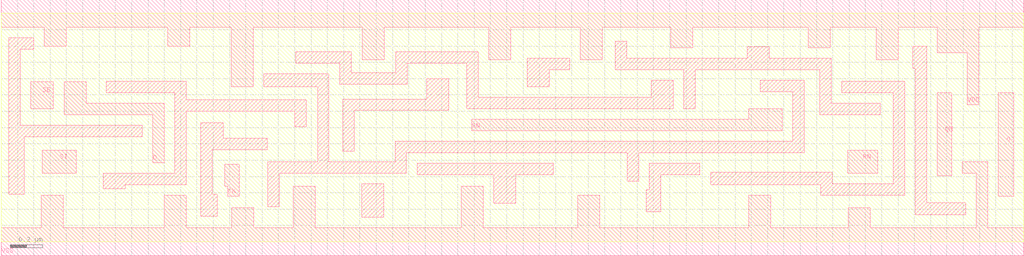
<source format=lef>
# 
# ******************************************************************************
# *                                                                            *
# *                   Copyright (C) 2004-2009, Nangate Inc.                    *
# *                           All rights reserved.                             *
# *                                                                            *
# * Nangate and the Nangate logo are trademarks of Nangate Inc.                *
# *                                                                            *
# * All trademarks, logos, software marks, and trade names (collectively the   *
# * "Marks") in this program are proprietary to Nangate or other respective    *
# * owners that have granted Nangate the right and license to use such Marks.  *
# * You are not permitted to use the Marks without the prior written consent   *
# * of Nangate or such third party that may own the Marks.                     *
# *                                                                            *
# * This file has been provided pursuant to a License Agreement containing     *
# * restrictions on its use. This file contains valuable trade secrets and     *
# * proprietary information of Nangate Inc., and is protected by U.S. and      *
# * international laws and/or treaties.                                        *
# *                                                                            *
# * The copyright notice(s) in this file does not indicate actual or intended  *
# * publication of this file.                                                  *
# *                                                                            *
# *       NGLibraryCreator, v2009.07-HR28-2009-07-08 - build 0907160200        *
# *                                                                            *
# ******************************************************************************
# 
# 

VERSION 5.6 ;
BUSBITCHARS "[]" ;
DIVIDERCHAR "/" ;

UNITS
  DATABASE MICRONS 2000 ;
END UNITS

MANUFACTURINGGRID 0.0050 ;

LAYER metal1
  TYPE ROUTING ;
  SPACINGTABLE 
    PARALLELRUNLENGTH    0.0000     0.3000     0.9000     1.8000     2.7000     4.0000     
      WIDTH 0.0000       0.0650     0.0650     0.0650     0.0650     0.0650     0.0650     
      WIDTH 0.0900       0.0650     0.0900     0.0900     0.0900     0.0900     0.0900     
      WIDTH 0.2700       0.0650     0.0900     0.2700     0.2700     0.2700     0.2700     
      WIDTH 0.5000       0.0650     0.0900     0.2700     0.5000     0.5000     0.5000     
      WIDTH 0.9000       0.0650     0.0900     0.2700     0.5000     0.9000     0.9000     
      WIDTH 1.5000       0.0650     0.0900     0.2700     0.5000     0.9000     1.5000      ;
  WIDTH 0.07 ;
  PITCH 0.19 0.14 ;
  DIRECTION HORIZONTAL ;
  OFFSET 0.095 0.07 ;
  RESISTANCE RPERSQ 0.38 ;
  THICKNESS 0.13 ;
  HEIGHT 0.37 ;
  CAPACITANCE CPERSQDIST 7.71613e-05 ;
  EDGECAPACITANCE 3.86e-05 ;
END metal1

LAYER via1
  TYPE CUT ;
  SPACING 0.08 ;
  WIDTH 0.07 ;
  RESISTANCE 5 ;
END via1

LAYER metal2
  TYPE ROUTING ;
  SPACINGTABLE 
    PARALLELRUNLENGTH    0.0000     0.3000     0.9000     1.8000     2.7000     4.0000     
      WIDTH 0.0000       0.0700     0.0700     0.0700     0.0700     0.0700     0.0700     
      WIDTH 0.0900       0.0700     0.0900     0.0900     0.0900     0.0900     0.0900     
      WIDTH 0.2700       0.0700     0.0900     0.2700     0.2700     0.2700     0.2700     
      WIDTH 0.5000       0.0700     0.0900     0.2700     0.5000     0.5000     0.5000     
      WIDTH 0.9000       0.0700     0.0900     0.2700     0.5000     0.9000     0.9000     
      WIDTH 1.5000       0.0700     0.0900     0.2700     0.5000     0.9000     1.5000      ;
  WIDTH 0.07 ;
  PITCH 0.19 0.14 ;
  DIRECTION VERTICAL ;
  OFFSET 0.095 0.07 ;
  RESISTANCE RPERSQ 0.25 ;
  THICKNESS 0.14 ;
  HEIGHT 0.62 ;
  CAPACITANCE CPERSQDIST 4.08957e-05 ;
  EDGECAPACITANCE 2.04e-05 ;
END metal2

LAYER via2
  TYPE CUT ;
  SPACING 0.09 ;
  WIDTH 0.07 ;
  RESISTANCE 5 ;
END via2

LAYER metal3
  TYPE ROUTING ;
  SPACINGTABLE 
    PARALLELRUNLENGTH    0.0000     0.3000     0.9000     1.8000     2.7000     4.0000     
      WIDTH 0.0000       0.0700     0.0700     0.0700     0.0700     0.0700     0.0700     
      WIDTH 0.0900       0.0700     0.0900     0.0900     0.0900     0.0900     0.0900     
      WIDTH 0.2700       0.0700     0.0900     0.2700     0.2700     0.2700     0.2700     
      WIDTH 0.5000       0.0700     0.0900     0.2700     0.5000     0.5000     0.5000     
      WIDTH 0.9000       0.0700     0.0900     0.2700     0.5000     0.9000     0.9000     
      WIDTH 1.5000       0.0700     0.0900     0.2700     0.5000     0.9000     1.5000      ;
  WIDTH 0.07 ;
  PITCH 0.19 0.14 ;
  DIRECTION HORIZONTAL ;
  OFFSET 0.095 0.07 ;
  RESISTANCE RPERSQ 0.25 ;
  THICKNESS 0.14 ;
  HEIGHT 0.88 ;
  CAPACITANCE CPERSQDIST 2.7745e-05 ;
  EDGECAPACITANCE 1.39e-05 ;
END metal3

LAYER via3
  TYPE CUT ;
  SPACING 0.09 ;
  WIDTH 0.07 ;
  RESISTANCE 5 ;
END via3

LAYER metal4
  TYPE ROUTING ;
  SPACINGTABLE 
    PARALLELRUNLENGTH    0.0000     0.9000     1.8000     2.7000     4.0000     
      WIDTH 0.0000       0.1400     0.1400     0.1400     0.1400     0.1400     
      WIDTH 0.2700       0.1400     0.2700     0.2700     0.2700     0.2700     
      WIDTH 0.5000       0.1400     0.2700     0.5000     0.5000     0.5000     
      WIDTH 0.9000       0.1400     0.2700     0.5000     0.9000     0.9000     
      WIDTH 1.5000       0.1400     0.2700     0.5000     0.9000     1.5000      ;
  WIDTH 0.14 ;
  PITCH 0.28 0.28 ;
  DIRECTION VERTICAL ;
  OFFSET 0.095 0.07 ;
  RESISTANCE RPERSQ 0.21 ;
  THICKNESS 0.28 ;
  HEIGHT 1.14 ;
  CAPACITANCE CPERSQDIST 2.07429e-05 ;
  EDGECAPACITANCE 1.04e-05 ;
END metal4

LAYER via4
  TYPE CUT ;
  SPACING 0.16 ;
  WIDTH 0.14 ;
  RESISTANCE 3 ;
END via4

LAYER metal5
  TYPE ROUTING ;
  SPACINGTABLE 
    PARALLELRUNLENGTH    0.0000     0.9000     1.8000     2.7000     4.0000     
      WIDTH 0.0000       0.1400     0.1400     0.1400     0.1400     0.1400     
      WIDTH 0.2700       0.1400     0.2700     0.2700     0.2700     0.2700     
      WIDTH 0.5000       0.1400     0.2700     0.5000     0.5000     0.5000     
      WIDTH 0.9000       0.1400     0.2700     0.5000     0.9000     0.9000     
      WIDTH 1.5000       0.1400     0.2700     0.5000     0.9000     1.5000      ;
  WIDTH 0.14 ;
  PITCH 0.28 0.28 ;
  DIRECTION HORIZONTAL ;
  OFFSET 0.095 0.07 ;
  RESISTANCE RPERSQ 0.21 ;
  THICKNESS 0.28 ;
  HEIGHT 1.71 ;
  CAPACITANCE CPERSQDIST 1.3527e-05 ;
  EDGECAPACITANCE 6.76e-06 ;
END metal5

LAYER via5
  TYPE CUT ;
  SPACING 0.16 ;
  WIDTH 0.14 ;
  RESISTANCE 3 ;
END via5

LAYER metal6
  TYPE ROUTING ;
  SPACINGTABLE 
    PARALLELRUNLENGTH    0.0000     0.9000     1.8000     2.7000     4.0000     
      WIDTH 0.0000       0.1400     0.1400     0.1400     0.1400     0.1400     
      WIDTH 0.2700       0.1400     0.2700     0.2700     0.2700     0.2700     
      WIDTH 0.5000       0.1400     0.2700     0.5000     0.5000     0.5000     
      WIDTH 0.9000       0.1400     0.2700     0.5000     0.9000     0.9000     
      WIDTH 1.5000       0.1400     0.2700     0.5000     0.9000     1.5000      ;
  WIDTH 0.14 ;
  PITCH 0.28 0.28 ;
  DIRECTION VERTICAL ;
  OFFSET 0.095 0.07 ;
  RESISTANCE RPERSQ 0.21 ;
  THICKNESS 0.28 ;
  HEIGHT 2.28 ;
  CAPACITANCE CPERSQDIST 1.00359e-05 ;
  EDGECAPACITANCE 5.02e-06 ;
END metal6

LAYER via6
  TYPE CUT ;
  SPACING 0.16 ;
  WIDTH 0.14 ;
  RESISTANCE 3 ;
END via6

LAYER metal7
  TYPE ROUTING ;
  SPACINGTABLE 
    PARALLELRUNLENGTH    0.0000     1.8000     2.7000     4.0000     
      WIDTH 0.0000       0.4000     0.4000     0.4000     0.4000     
      WIDTH 0.5000       0.4000     0.5000     0.5000     0.5000     
      WIDTH 0.9000       0.4000     0.5000     0.9000     0.9000     
      WIDTH 1.5000       0.4000     0.5000     0.9000     1.5000      ;
  WIDTH 0.4 ;
  PITCH 0.8 0.8 ;
  DIRECTION HORIZONTAL ;
  OFFSET 0.095 0.07 ;
  RESISTANCE RPERSQ 0.075 ;
  THICKNESS 0.8 ;
  HEIGHT 2.85 ;
  CAPACITANCE CPERSQDIST 7.97709e-06 ;
  EDGECAPACITANCE 3.99e-06 ;
END metal7

LAYER via7
  TYPE CUT ;
  SPACING 0.44 ;
  WIDTH 0.4 ;
  RESISTANCE 1 ;
END via7

LAYER metal8
  TYPE ROUTING ;
  SPACINGTABLE 
    PARALLELRUNLENGTH    0.0000     1.8000     2.7000     4.0000     
      WIDTH 0.0000       0.4000     0.4000     0.4000     0.4000     
      WIDTH 0.5000       0.4000     0.5000     0.5000     0.5000     
      WIDTH 0.9000       0.4000     0.5000     0.9000     0.9000     
      WIDTH 1.5000       0.4000     0.5000     0.9000     1.5000      ;
  WIDTH 0.4 ;
  PITCH 0.8 0.8 ;
  DIRECTION VERTICAL ;
  OFFSET 0.095 0.07 ;
  RESISTANCE RPERSQ 0.075 ;
  THICKNESS 0.8 ;
  HEIGHT 4.47 ;
  CAPACITANCE CPERSQDIST 5.0391e-06 ;
  EDGECAPACITANCE 2.52e-06 ;
END metal8

LAYER via8
  TYPE CUT ;
  SPACING 0.44 ;
  WIDTH 0.4 ;
  RESISTANCE 1 ;
END via8

LAYER metal9
  TYPE ROUTING ;
  SPACINGTABLE 
    PARALLELRUNLENGTH    0.0000     2.7000     4.0000     
      WIDTH 0.0000       0.8000     0.8000     0.8000     
      WIDTH 0.9000       0.8000     0.9000     0.9000     
      WIDTH 1.5000       0.8000     0.9000     1.5000      ;
  WIDTH 0.8 ;
  PITCH 1.6 1.6 ;
  DIRECTION HORIZONTAL ;
  OFFSET 0.095 0.07 ;
  RESISTANCE RPERSQ 0.03 ;
  THICKNESS 2 ;
  HEIGHT 6.09 ;
  CAPACITANCE CPERSQDIST 3.68273e-06 ;
  EDGECAPACITANCE 1.84e-06 ;
END metal9

LAYER via9
  TYPE CUT ;
  SPACING 0.88 ;
  WIDTH 0.8 ;
  RESISTANCE 0.5 ;
END via9

LAYER metal10
  TYPE ROUTING ;
  SPACINGTABLE 
    PARALLELRUNLENGTH    0.0000     2.7000     4.0000     
      WIDTH 0.0000       0.8000     0.8000     0.8000     
      WIDTH 0.9000       0.8000     0.9000     0.9000     
      WIDTH 1.5000       0.8000     0.9000     1.5000      ;
  WIDTH 0.8 ;
  PITCH 1.6 1.6 ;
  DIRECTION VERTICAL ;
  OFFSET 0.095 0.07 ;
  RESISTANCE RPERSQ 0.03 ;
  THICKNESS 2 ;
  HEIGHT 10.09 ;
  CAPACITANCE CPERSQDIST 2.21236e-06 ;
  EDGECAPACITANCE 1.11e-06 ;
END metal10

LAYER OVERLAP
  TYPE OVERLAP ;
END OVERLAP

VIA via1_0 DEFAULT
  LAYER via1 ;
    RECT -0.035 -0.035 0.035 0.035 ;
  LAYER metal1 ;
    RECT -0.07 -0.07 0.07 0.07 ;
  LAYER metal2 ;
    RECT -0.07 -0.07 0.07 0.07 ;
END via1_0

VIA via1_1 DEFAULT
  LAYER via1 ;
    RECT -0.035 -0.035 0.035 0.035 ;
  LAYER metal1 ;
    RECT -0.07 -0.07 0.07 0.07 ;
  LAYER metal2 ;
    RECT -0.035 -0.07 0.035 0.07 ;
END via1_1

VIA via1_2 DEFAULT
  LAYER via1 ;
    RECT -0.035 -0.035 0.035 0.035 ;
  LAYER metal1 ;
    RECT -0.07 -0.07 0.07 0.07 ;
  LAYER metal2 ;
    RECT -0.07 -0.035 0.07 0.035 ;
END via1_2

VIA via1_3 DEFAULT
  LAYER via1 ;
    RECT -0.035 -0.035 0.035 0.035 ;
  LAYER metal1 ;
    RECT -0.035 -0.07 0.035 0.07 ;
  LAYER metal2 ;
    RECT -0.07 -0.07 0.07 0.07 ;
END via1_3

VIA via1_4 DEFAULT
  LAYER via1 ;
    RECT -0.035 -0.035 0.035 0.035 ;
  LAYER metal1 ;
    RECT -0.035 -0.07 0.035 0.07 ;
  LAYER metal2 ;
    RECT -0.035 -0.07 0.035 0.07 ;
END via1_4

VIA via1_5 DEFAULT
  LAYER via1 ;
    RECT -0.035 -0.035 0.035 0.035 ;
  LAYER metal1 ;
    RECT -0.035 -0.07 0.035 0.07 ;
  LAYER metal2 ;
    RECT -0.07 -0.035 0.07 0.035 ;
END via1_5

VIA via1_6 DEFAULT
  LAYER via1 ;
    RECT -0.035 -0.035 0.035 0.035 ;
  LAYER metal1 ;
    RECT -0.07 -0.035 0.07 0.035 ;
  LAYER metal2 ;
    RECT -0.07 -0.07 0.07 0.07 ;
END via1_6

VIA via1_7 DEFAULT
  LAYER via1 ;
    RECT -0.035 -0.035 0.035 0.035 ;
  LAYER metal1 ;
    RECT -0.07 -0.035 0.07 0.035 ;
  LAYER metal2 ;
    RECT -0.035 -0.07 0.035 0.07 ;
END via1_7

VIA via1_8 DEFAULT
  LAYER via1 ;
    RECT -0.035 -0.035 0.035 0.035 ;
  LAYER metal1 ;
    RECT -0.07 -0.035 0.07 0.035 ;
  LAYER metal2 ;
    RECT -0.07 -0.035 0.07 0.035 ;
END via1_8

VIA via2_0 DEFAULT
  LAYER via2 ;
    RECT -0.035 -0.035 0.035 0.035 ;
  LAYER metal2 ;
    RECT -0.07 -0.07 0.07 0.07 ;
  LAYER metal3 ;
    RECT -0.07 -0.07 0.07 0.07 ;
END via2_0

VIA via2_1 DEFAULT
  LAYER via2 ;
    RECT -0.035 -0.035 0.035 0.035 ;
  LAYER metal2 ;
    RECT -0.07 -0.07 0.07 0.07 ;
  LAYER metal3 ;
    RECT -0.035 -0.07 0.035 0.07 ;
END via2_1

VIA via2_2 DEFAULT
  LAYER via2 ;
    RECT -0.035 -0.035 0.035 0.035 ;
  LAYER metal2 ;
    RECT -0.07 -0.07 0.07 0.07 ;
  LAYER metal3 ;
    RECT -0.07 -0.035 0.07 0.035 ;
END via2_2

VIA via2_3 DEFAULT
  LAYER via2 ;
    RECT -0.035 -0.035 0.035 0.035 ;
  LAYER metal2 ;
    RECT -0.035 -0.07 0.035 0.07 ;
  LAYER metal3 ;
    RECT -0.07 -0.07 0.07 0.07 ;
END via2_3

VIA via2_4 DEFAULT
  LAYER via2 ;
    RECT -0.035 -0.035 0.035 0.035 ;
  LAYER metal2 ;
    RECT -0.035 -0.07 0.035 0.07 ;
  LAYER metal3 ;
    RECT -0.035 -0.07 0.035 0.07 ;
END via2_4

VIA via2_5 DEFAULT
  LAYER via2 ;
    RECT -0.035 -0.035 0.035 0.035 ;
  LAYER metal2 ;
    RECT -0.035 -0.07 0.035 0.07 ;
  LAYER metal3 ;
    RECT -0.07 -0.035 0.07 0.035 ;
END via2_5

VIA via2_6 DEFAULT
  LAYER via2 ;
    RECT -0.035 -0.035 0.035 0.035 ;
  LAYER metal2 ;
    RECT -0.07 -0.035 0.07 0.035 ;
  LAYER metal3 ;
    RECT -0.07 -0.07 0.07 0.07 ;
END via2_6

VIA via2_7 DEFAULT
  LAYER via2 ;
    RECT -0.035 -0.035 0.035 0.035 ;
  LAYER metal2 ;
    RECT -0.07 -0.035 0.07 0.035 ;
  LAYER metal3 ;
    RECT -0.035 -0.07 0.035 0.07 ;
END via2_7

VIA via2_8 DEFAULT
  LAYER via2 ;
    RECT -0.035 -0.035 0.035 0.035 ;
  LAYER metal2 ;
    RECT -0.07 -0.035 0.07 0.035 ;
  LAYER metal3 ;
    RECT -0.07 -0.035 0.07 0.035 ;
END via2_8

VIA via3_0 DEFAULT
  LAYER via3 ;
    RECT -0.035 -0.035 0.035 0.035 ;
  LAYER metal3 ;
    RECT -0.07 -0.07 0.07 0.07 ;
  LAYER metal4 ;
    RECT -0.07 -0.07 0.07 0.07 ;
END via3_0

VIA via3_1 DEFAULT
  LAYER via3 ;
    RECT -0.035 -0.035 0.035 0.035 ;
  LAYER metal3 ;
    RECT -0.035 -0.07 0.035 0.07 ;
  LAYER metal4 ;
    RECT -0.07 -0.07 0.07 0.07 ;
END via3_1

VIA via3_2 DEFAULT
  LAYER via3 ;
    RECT -0.035 -0.035 0.035 0.035 ;
  LAYER metal3 ;
    RECT -0.07 -0.035 0.07 0.035 ;
  LAYER metal4 ;
    RECT -0.07 -0.07 0.07 0.07 ;
END via3_2

VIA via4_0 DEFAULT
  LAYER via4 ;
    RECT -0.07 -0.07 0.07 0.07 ;
  LAYER metal4 ;
    RECT -0.07 -0.07 0.07 0.07 ;
  LAYER metal5 ;
    RECT -0.07 -0.07 0.07 0.07 ;
END via4_0

VIA via5_0 DEFAULT
  LAYER via5 ;
    RECT -0.07 -0.07 0.07 0.07 ;
  LAYER metal5 ;
    RECT -0.07 -0.07 0.07 0.07 ;
  LAYER metal6 ;
    RECT -0.07 -0.07 0.07 0.07 ;
END via5_0

VIA via6_0 DEFAULT
  LAYER via6 ;
    RECT -0.07 -0.07 0.07 0.07 ;
  LAYER metal6 ;
    RECT -0.07 -0.07 0.07 0.07 ;
  LAYER metal7 ;
    RECT -0.2 -0.2 0.2 0.2 ;
END via6_0

VIA via7_0 DEFAULT
  LAYER via7 ;
    RECT -0.2 -0.2 0.2 0.2 ;
  LAYER metal7 ;
    RECT -0.2 -0.2 0.2 0.2 ;
  LAYER metal8 ;
    RECT -0.2 -0.2 0.2 0.2 ;
END via7_0

VIA via8_0 DEFAULT
  LAYER via8 ;
    RECT -0.2 -0.2 0.2 0.2 ;
  LAYER metal8 ;
    RECT -0.2 -0.2 0.2 0.2 ;
  LAYER metal9 ;
    RECT -0.4 -0.4 0.4 0.4 ;
END via8_0

VIA via9_0 DEFAULT
  LAYER via9 ;
    RECT -0.4 -0.4 0.4 0.4 ;
  LAYER metal9 ;
    RECT -0.4 -0.4 0.4 0.4 ;
  LAYER metal10 ;
    RECT -0.4 -0.4 0.4 0.4 ;
END via9_0

VIARULE Via1Array-0 GENERATE
  LAYER metal1 ;
    ENCLOSURE 0.035 0.035 ;
  LAYER metal2 ;
    ENCLOSURE 0.035 0.035 ;
  LAYER via1 ;
    RECT -0.035 -0.035 0.035 0.035 ;
    SPACING 0.15 BY 0.15 ;
END Via1Array-0

VIARULE Via1Array-1 GENERATE
  LAYER metal1 ;
    ENCLOSURE 0 0.035 ;
  LAYER metal2 ;
    ENCLOSURE 0 0.035 ;
  LAYER via1 ;
    RECT -0.035 -0.035 0.035 0.035 ;
    SPACING 0.15 BY 0.15 ;
END Via1Array-1

VIARULE Via1Array-2 GENERATE
  LAYER metal1 ;
    ENCLOSURE 0.035 0 ;
  LAYER metal2 ;
    ENCLOSURE 0.035 0 ;
  LAYER via1 ;
    RECT -0.035 -0.035 0.035 0.035 ;
    SPACING 0.15 BY 0.15 ;
END Via1Array-2

VIARULE Via1Array-3 GENERATE
  LAYER metal1 ;
    ENCLOSURE 0 0.035 ;
  LAYER metal2 ;
    ENCLOSURE 0.035 0 ;
  LAYER via1 ;
    RECT -0.035 -0.035 0.035 0.035 ;
    SPACING 0.15 BY 0.15 ;
END Via1Array-3

VIARULE Via1Array-4 GENERATE
  LAYER metal1 ;
    ENCLOSURE 0.035 0 ;
  LAYER metal2 ;
    ENCLOSURE 0 0.035 ;
  LAYER via1 ;
    RECT -0.035 -0.035 0.035 0.035 ;
    SPACING 0.15 BY 0.15 ;
END Via1Array-4

VIARULE Via2Array-0 GENERATE
  LAYER metal2 ;
    ENCLOSURE 0.035 0.035 ;
  LAYER metal3 ;
    ENCLOSURE 0.035 0.035 ;
  LAYER via2 ;
    RECT -0.035 -0.035 0.035 0.035 ;
    SPACING 0.16 BY 0.16 ;
END Via2Array-0

VIARULE Via2Array-1 GENERATE
  LAYER metal2 ;
    ENCLOSURE 0 0.035 ;
  LAYER metal3 ;
    ENCLOSURE 0 0.035 ;
  LAYER via2 ;
    RECT -0.035 -0.035 0.035 0.035 ;
    SPACING 0.16 BY 0.16 ;
END Via2Array-1

VIARULE Via2Array-2 GENERATE
  LAYER metal2 ;
    ENCLOSURE 0.035 0 ;
  LAYER metal3 ;
    ENCLOSURE 0.035 0 ;
  LAYER via2 ;
    RECT -0.035 -0.035 0.035 0.035 ;
    SPACING 0.16 BY 0.16 ;
END Via2Array-2

VIARULE Via2Array-3 GENERATE
  LAYER metal2 ;
    ENCLOSURE 0 0.035 ;
  LAYER metal3 ;
    ENCLOSURE 0.035 0 ;
  LAYER via2 ;
    RECT -0.035 -0.035 0.035 0.035 ;
    SPACING 0.16 BY 0.16 ;
END Via2Array-3

VIARULE Via2Array-4 GENERATE
  LAYER metal2 ;
    ENCLOSURE 0.035 0 ;
  LAYER metal3 ;
    ENCLOSURE 0 0.035 ;
  LAYER via2 ;
    RECT -0.035 -0.035 0.035 0.035 ;
    SPACING 0.16 BY 0.16 ;
END Via2Array-4

VIARULE Via3Array-0 GENERATE
  LAYER metal3 ;
    ENCLOSURE 0.035 0.035 ;
  LAYER metal4 ;
    ENCLOSURE 0.035 0.035 ;
  LAYER via3 ;
    RECT -0.035 -0.035 0.035 0.035 ;
    SPACING 0.16 BY 0.16 ;
END Via3Array-0

VIARULE Via3Array-1 GENERATE
  LAYER metal3 ;
    ENCLOSURE 0 0.035 ;
  LAYER metal4 ;
    ENCLOSURE 0.035 0.035 ;
  LAYER via3 ;
    RECT -0.035 -0.035 0.035 0.035 ;
    SPACING 0.16 BY 0.16 ;
END Via3Array-1

VIARULE Via3Array-2 GENERATE
  LAYER metal3 ;
    ENCLOSURE 0.035 0 ;
  LAYER metal4 ;
    ENCLOSURE 0.035 0.035 ;
  LAYER via3 ;
    RECT -0.035 -0.035 0.035 0.035 ;
    SPACING 0.16 BY 0.16 ;
END Via3Array-2

VIARULE Via4Array-0 GENERATE
  LAYER metal4 ;
    ENCLOSURE 0 0 ;
  LAYER metal5 ;
    ENCLOSURE 0 0 ;
  LAYER via4 ;
    RECT -0.07 -0.07 0.07 0.07 ;
    SPACING 0.3 BY 0.3 ;
END Via4Array-0

VIARULE Via5Array-0 GENERATE
  LAYER metal5 ;
    ENCLOSURE 0 0 ;
  LAYER metal6 ;
    ENCLOSURE 0 0 ;
  LAYER via5 ;
    RECT -0.07 -0.07 0.07 0.07 ;
    SPACING 0.3 BY 0.3 ;
END Via5Array-0

VIARULE Via6Array-0 GENERATE
  LAYER metal6 ;
    ENCLOSURE 0 0 ;
  LAYER metal7 ;
    ENCLOSURE 0.13 0.13 ;
  LAYER via6 ;
    RECT -0.07 -0.07 0.07 0.07 ;
    SPACING 0.3 BY 0.3 ;
END Via6Array-0

VIARULE Via7Array-0 GENERATE
  LAYER metal7 ;
    ENCLOSURE 0 0 ;
  LAYER metal8 ;
    ENCLOSURE 0 0 ;
  LAYER via7 ;
    RECT -0.2 -0.2 0.2 0.2 ;
    SPACING 0.84 BY 0.84 ;
END Via7Array-0

VIARULE Via8Array-0 GENERATE
  LAYER metal8 ;
    ENCLOSURE 0 0 ;
  LAYER metal9 ;
    ENCLOSURE 0.2 0.2 ;
  LAYER via8 ;
    RECT -0.2 -0.2 0.2 0.2 ;
    SPACING 0.84 BY 0.84 ;
END Via8Array-0

VIARULE Via9Array-0 GENERATE
  LAYER metal10 ;
    ENCLOSURE 0 0 ;
  LAYER metal9 ;
    ENCLOSURE 0 0 ;
  LAYER via9 ;
    RECT -0.4 -0.4 0.4 0.4 ;
    SPACING 1.68 BY 1.68 ;
END Via9Array-0

SPACING
  SAMENET metal1 metal1 0.065 ;
  SAMENET metal2 metal2 0.07 ;
  SAMENET metal3 metal3 0.07 ;
  SAMENET metal4 metal4 0.14 ;
  SAMENET metal5 metal5 0.14 ;
  SAMENET metal6 metal6 0.14 ;
  SAMENET metal7 metal7 0.4 ;
  SAMENET metal8 metal8 0.4 ;
  SAMENET metal9 metal9 0.8 ;
  SAMENET metal10 metal10 0.8 ;
  SAMENET via1 via1 0.08 ;
  SAMENET via2 via2 0.09 ;
  SAMENET via3 via3 0.09 ;
  SAMENET via4 via4 0.16 ;
  SAMENET via5 via5 0.16 ;
  SAMENET via6 via6 0.16 ;
  SAMENET via7 via7 0.44 ;
  SAMENET via8 via8 0.44 ;
  SAMENET via9 via9 0.88 ;
  SAMENET via1 via2 0.0 STACK ;
  SAMENET via2 via3 0.0 STACK ;
  SAMENET via3 via4 0.0 STACK ;
  SAMENET via4 via5 0.0 STACK ;
  SAMENET via5 via6 0.0 STACK ;
  SAMENET via6 via7 0.0 STACK ;
  SAMENET via7 via8 0.0 STACK ;
  SAMENET via8 via9 0.0 STACK ;
END SPACING

SITE NCSU_FreePDK_45nm
  SYMMETRY y ;
  CLASS core ;
  SIZE 0.19 BY 1.4 ;
END NCSU_FreePDK_45nm

MACRO AND2_X1
  CLASS core ;
  FOREIGN AND2_X1 0.0 0.0 ;
  ORIGIN 0 0 ;
  SYMMETRY X Y ;
  SITE NCSU_FreePDK_45nm ;
  SIZE 0.76 BY 1.4 ;
  PIN VDD
    DIRECTION INOUT ;
    USE power ;
    SHAPE ABUTMENT ;
    PORT
      LAYER metal1 ;
        POLYGON 0 1.315 0.065 1.315 0.065 1.175 0.135 1.175 0.135 1.315 0.445 1.315 0.445 1.175 0.515 1.175 0.515 1.315 0.76 1.315 0.76 1.485 0 1.485  ;
    END
  END VDD
  PIN A1
    DIRECTION INPUT ;
    PORT
      LAYER metal1 ;
        POLYGON 0.06 0.42 0.195 0.42 0.195 0.56 0.06 0.56  ;
    END
  END A1
  PIN VSS
    DIRECTION INOUT ;
    USE ground ;
    SHAPE ABUTMENT ;
    PORT
      LAYER metal1 ;
        POLYGON 0 -0.085 0.76 -0.085 0.76 0.085 0.515 0.085 0.515 0.27 0.445 0.27 0.445 0.085 0 0.085  ;
    END
  END VSS
  PIN A2
    DIRECTION INPUT ;
    PORT
      LAYER metal1 ;
        POLYGON 0.395 0.56 0.51 0.56 0.51 0.7 0.395 0.7  ;
    END
  END A2
  PIN ZN
    DIRECTION OUTPUT ;
    PORT
      LAYER metal1 ;
        POLYGON 0.405 1.015 0.655 1.015 0.655 0.285 0.635 0.285 0.635 0.15 0.725 0.15 0.725 1.25 0.635 1.25 0.635 1.085 0.405 1.085  ;
    END
  END ZN
  OBS
      LAYER metal1 ;
        POLYGON 0.035 0.225 0.33 0.225 0.33 0.425 0.59 0.425 0.59 0.495 0.33 0.495 0.33 1.25 0.26 1.25 0.26 0.295 0.035 0.295  ;
  END
END AND2_X1

MACRO AND2_X2
  CLASS core ;
  FOREIGN AND2_X2 0.0 0.0 ;
  ORIGIN 0 0 ;
  SYMMETRY X Y ;
  SITE NCSU_FreePDK_45nm ;
  SIZE 0.76 BY 1.4 ;
  PIN VDD
    DIRECTION INOUT ;
    USE power ;
    SHAPE ABUTMENT ;
    PORT
      LAYER metal1 ;
        POLYGON 0 1.315 0.04 1.315 0.04 1.17 0.11 1.17 0.11 1.315 0.42 1.315 0.42 1.17 0.49 1.17 0.49 1.315 0.76 1.315 0.76 1.485 0 1.485  ;
    END
  END VDD
  PIN A1
    DIRECTION INPUT ;
    PORT
      LAYER metal1 ;
        POLYGON 0.06 0.56 0.13 0.56 0.13 0.565 0.185 0.565 0.185 0.7 0.06 0.7  ;
    END
  END A1
  PIN VSS
    DIRECTION INOUT ;
    USE ground ;
    SHAPE ABUTMENT ;
    PORT
      LAYER metal1 ;
        POLYGON 0 -0.085 0.76 -0.085 0.76 0.085 0.485 0.085 0.485 0.23 0.415 0.23 0.415 0.085 0 0.085  ;
    END
  END VSS
  PIN A2
    DIRECTION INPUT ;
    PORT
      LAYER metal1 ;
        POLYGON 0.25 0.7 0.38 0.7 0.38 0.84 0.25 0.84  ;
    END
  END A2
  PIN ZN
    DIRECTION OUTPUT ;
    PORT
      LAYER metal1 ;
        POLYGON 0.61 0.975 0.63 0.975 0.63 0.335 0.61 0.335 0.61 0.2 0.7 0.2 0.7 1.25 0.61 1.25  ;
    END
  END ZN
  OBS
      LAYER metal1 ;
        POLYGON 0.235 1.035 0.445 1.035 0.445 0.365 0.045 0.365 0.045 0.15 0.115 0.15 0.115 0.295 0.515 0.295 0.515 0.36 0.55 0.36 0.55 0.495 0.515 0.495 0.515 1.105 0.305 1.105 0.305 1.245 0.235 1.245  ;
  END
END AND2_X2

MACRO AND2_X4
  CLASS core ;
  FOREIGN AND2_X4 0.0 0.0 ;
  ORIGIN 0 0 ;
  SYMMETRY X Y ;
  SITE NCSU_FreePDK_45nm ;
  SIZE 0.76 BY 1.4 ;
  PIN VDD
    DIRECTION INOUT ;
    USE power ;
    SHAPE ABUTMENT ;
    PORT
      LAYER metal1 ;
        POLYGON 0 1.315 0.065 1.315 0.065 1.175 0.135 1.175 0.135 1.315 0.44 1.315 0.44 1.175 0.51 1.175 0.51 1.315 0.76 1.315 0.76 1.485 0 1.485  ;
    END
  END VDD
  PIN A1
    DIRECTION INPUT ;
    PORT
      LAYER metal1 ;
        POLYGON 0.06 0.56 0.13 0.56 0.13 0.705 0.185 0.705 0.185 0.84 0.06 0.84  ;
    END
  END A1
  PIN VSS
    DIRECTION INOUT ;
    USE ground ;
    SHAPE ABUTMENT ;
    PORT
      LAYER metal1 ;
        POLYGON 0 -0.085 0.76 -0.085 0.76 0.085 0.51 0.085 0.51 0.195 0.44 0.195 0.44 0.085 0 0.085  ;
    END
  END VSS
  PIN A2
    DIRECTION INPUT ;
    PORT
      LAYER metal1 ;
        POLYGON 0.25 0.7 0.43 0.7 0.43 0.84 0.25 0.84  ;
    END
  END A2
  PIN ZN
    DIRECTION OUTPUT ;
    PORT
      LAYER metal1 ;
        POLYGON 0.63 0.205 0.7 0.205 0.7 0.985 0.63 0.985  ;
    END
  END ZN
  OBS
      LAYER metal1 ;
        POLYGON 0.26 1.04 0.495 1.04 0.495 0.33 0.035 0.33 0.035 0.15 0.17 0.15 0.17 0.26 0.565 0.26 0.565 1.11 0.33 1.11 0.33 1.25 0.26 1.25  ;
  END
END AND2_X4

MACRO AND3_X1
  CLASS core ;
  FOREIGN AND3_X1 0.0 0.0 ;
  ORIGIN 0 0 ;
  SYMMETRY X Y ;
  SITE NCSU_FreePDK_45nm ;
  SIZE 0.95 BY 1.4 ;
  PIN VDD
    DIRECTION INOUT ;
    USE power ;
    SHAPE ABUTMENT ;
    PORT
      LAYER metal1 ;
        POLYGON 0 1.315 0.225 1.315 0.225 1.175 0.295 1.175 0.295 1.315 0.605 1.315 0.605 1.175 0.675 1.175 0.675 1.315 0.95 1.315 0.95 1.485 0 1.485  ;
    END
  END VDD
  PIN A3
    DIRECTION INPUT ;
    PORT
      LAYER metal1 ;
        POLYGON 0.44 0.7 0.595 0.7 0.595 0.84 0.44 0.84  ;
    END
  END A3
  PIN A1
    DIRECTION INPUT ;
    PORT
      LAYER metal1 ;
        POLYGON 0.06 0.495 0.215 0.495 0.215 0.63 0.13 0.63 0.13 0.7 0.06 0.7  ;
    END
  END A1
  PIN VSS
    DIRECTION INOUT ;
    USE ground ;
    SHAPE ABUTMENT ;
    PORT
      LAYER metal1 ;
        POLYGON 0 -0.085 0.95 -0.085 0.95 0.085 0.675 0.085 0.675 0.27 0.605 0.27 0.605 0.085 0 0.085  ;
    END
  END VSS
  PIN A2
    DIRECTION INPUT ;
    PORT
      LAYER metal1 ;
        POLYGON 0.25 0.7 0.28 0.7 0.28 0.51 0.405 0.51 0.405 0.645 0.35 0.645 0.35 0.84 0.25 0.84  ;
    END
  END A2
  PIN ZN
    DIRECTION OUTPUT ;
    PORT
      LAYER metal1 ;
        POLYGON 0.8 1.115 0.82 1.115 0.82 0.285 0.8 0.285 0.8 0.15 0.89 0.15 0.89 1.25 0.8 1.25  ;
    END
  END ZN
  OBS
      LAYER metal1 ;
        POLYGON 0.045 1.04 0.66 1.04 0.66 0.41 0.045 0.41 0.045 0.22 0.11 0.22 0.11 0.34 0.755 0.34 0.755 0.475 0.73 0.475 0.73 1.11 0.485 1.11 0.485 1.25 0.415 1.25 0.415 1.11 0.115 1.11 0.115 1.25 0.045 1.25  ;
  END
END AND3_X1

MACRO AND3_X2
  CLASS core ;
  FOREIGN AND3_X2 0.0 0.0 ;
  ORIGIN 0 0 ;
  SYMMETRY X Y ;
  SITE NCSU_FreePDK_45nm ;
  SIZE 0.95 BY 1.4 ;
  PIN VDD
    DIRECTION INOUT ;
    USE power ;
    SHAPE ABUTMENT ;
    PORT
      LAYER metal1 ;
        POLYGON 0 1.315 0.225 1.315 0.225 1.17 0.295 1.17 0.295 1.315 0.605 1.315 0.605 1.17 0.675 1.17 0.675 1.315 0.95 1.315 0.95 1.485 0 1.485  ;
    END
  END VDD
  PIN A3
    DIRECTION INPUT ;
    PORT
      LAYER metal1 ;
        POLYGON 0.405 0.67 0.595 0.67 0.595 0.805 0.405 0.805  ;
    END
  END A3
  PIN A1
    DIRECTION INPUT ;
    PORT
      LAYER metal1 ;
        POLYGON 0.06 0.42 0.185 0.42 0.185 0.56 0.06 0.56  ;
    END
  END A1
  PIN VSS
    DIRECTION INOUT ;
    USE ground ;
    SHAPE ABUTMENT ;
    PORT
      LAYER metal1 ;
        POLYGON 0 -0.085 0.95 -0.085 0.95 0.085 0.675 0.085 0.675 0.195 0.605 0.195 0.605 0.085 0 0.085  ;
    END
  END VSS
  PIN A2
    DIRECTION INPUT ;
    PORT
      LAYER metal1 ;
        POLYGON 0.25 0.42 0.38 0.42 0.38 0.56 0.25 0.56  ;
    END
  END A2
  PIN ZN
    DIRECTION OUTPUT ;
    PORT
      LAYER metal1 ;
        POLYGON 0.8 0.975 0.82 0.975 0.82 0.3 0.8 0.3 0.8 0.165 0.89 0.165 0.89 1.25 0.8 1.25  ;
    END
  END ZN
  OBS
      LAYER metal1 ;
        POLYGON 0.045 1.035 0.66 1.035 0.66 0.355 0.045 0.355 0.045 0.155 0.115 0.155 0.115 0.285 0.73 0.285 0.73 0.565 0.74 0.565 0.74 0.7 0.73 0.7 0.73 1.105 0.49 1.105 0.49 1.245 0.42 1.245 0.42 1.105 0.115 1.105 0.115 1.245 0.045 1.245  ;
  END
END AND3_X2

MACRO AND3_X4
  CLASS core ;
  FOREIGN AND3_X4 0.0 0.0 ;
  ORIGIN 0 0 ;
  SYMMETRY X Y ;
  SITE NCSU_FreePDK_45nm ;
  SIZE 0.95 BY 1.4 ;
  PIN VDD
    DIRECTION INOUT ;
    USE power ;
    SHAPE ABUTMENT ;
    PORT
      LAYER metal1 ;
        POLYGON 0 1.315 0.25 1.315 0.25 1.175 0.32 1.175 0.32 1.315 0.63 1.315 0.63 1.175 0.7 1.175 0.7 1.315 0.95 1.315 0.95 1.485 0 1.485  ;
    END
  END VDD
  PIN A3
    DIRECTION INPUT ;
    PORT
      LAYER metal1 ;
        POLYGON 0.44 0.42 0.595 0.42 0.595 0.56 0.44 0.56  ;
    END
  END A3
  PIN A1
    DIRECTION INPUT ;
    PORT
      LAYER metal1 ;
        POLYGON 0.06 0.42 0.275 0.42 0.275 0.49 0.13 0.49 0.13 0.56 0.06 0.56  ;
    END
  END A1
  PIN VSS
    DIRECTION INOUT ;
    USE ground ;
    SHAPE ABUTMENT ;
    PORT
      LAYER metal1 ;
        POLYGON 0 -0.085 0.95 -0.085 0.95 0.085 0.7 0.085 0.7 0.195 0.63 0.195 0.63 0.085 0 0.085  ;
    END
  END VSS
  PIN A2
    DIRECTION INPUT ;
    PORT
      LAYER metal1 ;
        POLYGON 0.25 0.56 0.375 0.56 0.375 0.7 0.25 0.7  ;
    END
  END A2
  PIN ZN
    DIRECTION OUTPUT ;
    PORT
      LAYER metal1 ;
        POLYGON 0.82 0.205 0.89 0.205 0.89 0.985 0.82 0.985  ;
    END
  END ZN
  OBS
      LAYER metal1 ;
        POLYGON 0.07 1 0.685 1 0.685 0.33 0.035 0.33 0.035 0.19 0.17 0.19 0.17 0.26 0.755 0.26 0.755 1.07 0.51 1.07 0.51 1.25 0.44 1.25 0.44 1.07 0.14 1.07 0.14 1.25 0.07 1.25  ;
  END
END AND3_X4

MACRO AND4_X1
  CLASS core ;
  FOREIGN AND4_X1 0.0 0.0 ;
  ORIGIN 0 0 ;
  SYMMETRY X Y ;
  SITE NCSU_FreePDK_45nm ;
  SIZE 1.14 BY 1.4 ;
  PIN VDD
    DIRECTION INOUT ;
    USE power ;
    SHAPE ABUTMENT ;
    PORT
      LAYER metal1 ;
        POLYGON 0 1.315 0.04 1.315 0.04 1.175 0.11 1.175 0.11 1.315 0.415 1.315 0.415 1.175 0.485 1.175 0.485 1.315 0.795 1.315 0.795 1.175 0.865 1.175 0.865 1.315 1.14 1.315 1.14 1.485 0 1.485  ;
    END
  END VDD
  PIN A3
    DIRECTION INPUT ;
    PORT
      LAYER metal1 ;
        POLYGON 0.44 0.56 0.595 0.56 0.595 0.7 0.44 0.7  ;
    END
  END A3
  PIN A1
    DIRECTION INPUT ;
    PORT
      LAYER metal1 ;
        POLYGON 0.06 0.56 0.185 0.56 0.185 0.72 0.06 0.72  ;
    END
  END A1
  PIN VSS
    DIRECTION INOUT ;
    USE ground ;
    SHAPE ABUTMENT ;
    PORT
      LAYER metal1 ;
        POLYGON 0 -0.085 1.14 -0.085 1.14 0.085 0.87 0.085 0.87 0.27 0.8 0.27 0.8 0.085 0 0.085  ;
    END
  END VSS
  PIN A2
    DIRECTION INPUT ;
    PORT
      LAYER metal1 ;
        POLYGON 0.25 0.7 0.375 0.7 0.375 0.84 0.25 0.84  ;
    END
  END A2
  PIN A4
    DIRECTION INPUT ;
    PORT
      LAYER metal1 ;
        POLYGON 0.595 0.875 0.79 0.875 0.79 0.945 0.595 0.945  ;
    END
  END A4
  PIN ZN
    DIRECTION OUTPUT ;
    PORT
      LAYER metal1 ;
        POLYGON 0.99 1.115 1.01 1.115 1.01 0.285 0.99 0.285 0.99 0.15 1.085 0.15 1.085 1.25 0.99 1.25  ;
    END
  END ZN
  OBS
      LAYER metal1 ;
        POLYGON 0.235 1.04 0.855 1.04 0.855 0.405 0.045 0.405 0.045 0.22 0.11 0.22 0.11 0.335 0.925 0.335 0.925 0.61 0.94 0.61 0.94 0.745 0.925 0.745 0.925 1.11 0.675 1.11 0.675 1.25 0.605 1.25 0.605 1.11 0.305 1.11 0.305 1.25 0.235 1.25  ;
  END
END AND4_X1

MACRO AND4_X2
  CLASS core ;
  FOREIGN AND4_X2 0.0 0.0 ;
  ORIGIN 0 0 ;
  SYMMETRY X Y ;
  SITE NCSU_FreePDK_45nm ;
  SIZE 1.14 BY 1.4 ;
  PIN VDD
    DIRECTION INOUT ;
    USE power ;
    SHAPE ABUTMENT ;
    PORT
      LAYER metal1 ;
        POLYGON 0 1.315 0.04 1.315 0.04 1.17 0.11 1.17 0.11 1.315 0.415 1.315 0.415 1.17 0.485 1.17 0.485 1.315 0.795 1.315 0.795 1.17 0.865 1.17 0.865 1.315 1.14 1.315 1.14 1.485 0 1.485  ;
    END
  END VDD
  PIN A3
    DIRECTION INPUT ;
    PORT
      LAYER metal1 ;
        POLYGON 0.44 0.42 0.565 0.42 0.565 0.56 0.44 0.56  ;
    END
  END A3
  PIN A1
    DIRECTION INPUT ;
    PORT
      LAYER metal1 ;
        POLYGON 0.06 0.42 0.215 0.42 0.215 0.56 0.06 0.56  ;
    END
  END A1
  PIN VSS
    DIRECTION INOUT ;
    USE ground ;
    SHAPE ABUTMENT ;
    PORT
      LAYER metal1 ;
        POLYGON 0 -0.085 1.14 -0.085 1.14 0.085 0.865 0.085 0.865 0.195 0.795 0.195 0.795 0.085 0 0.085  ;
    END
  END VSS
  PIN A2
    DIRECTION INPUT ;
    PORT
      LAYER metal1 ;
        POLYGON 0.25 0.7 0.38 0.7 0.38 0.84 0.25 0.84  ;
    END
  END A2
  PIN A4
    DIRECTION INPUT ;
    PORT
      LAYER metal1 ;
        POLYGON 0.63 0.42 0.76 0.42 0.76 0.56 0.63 0.56  ;
    END
  END A4
  PIN ZN
    DIRECTION OUTPUT ;
    PORT
      LAYER metal1 ;
        POLYGON 0.99 0.975 1.01 0.975 1.01 0.29 0.99 0.29 0.99 0.155 1.08 0.155 1.08 1.25 0.99 1.25  ;
    END
  END ZN
  OBS
      LAYER metal1 ;
        POLYGON 0.235 0.995 0.825 0.995 0.825 0.355 0.045 0.355 0.045 0.2 0.115 0.2 0.115 0.285 0.895 0.285 0.895 0.315 0.93 0.315 0.93 0.455 0.895 0.455 0.895 1.065 0.68 1.065 0.68 1.245 0.61 1.245 0.61 1.065 0.305 1.065 0.305 1.245 0.235 1.245  ;
  END
END AND4_X2

MACRO AND4_X4
  CLASS core ;
  FOREIGN AND4_X4 0.0 0.0 ;
  ORIGIN 0 0 ;
  SYMMETRY X Y ;
  SITE NCSU_FreePDK_45nm ;
  SIZE 1.14 BY 1.4 ;
  PIN VDD
    DIRECTION INOUT ;
    USE power ;
    SHAPE ABUTMENT ;
    PORT
      LAYER metal1 ;
        POLYGON 0 1.315 0.04 1.315 0.04 1.175 0.11 1.175 0.11 1.315 0.415 1.315 0.415 1.175 0.485 1.175 0.485 1.315 0.795 1.315 0.795 1.175 0.865 1.175 0.865 1.315 1.14 1.315 1.14 1.485 0 1.485  ;
    END
  END VDD
  PIN A3
    DIRECTION INPUT ;
    PORT
      LAYER metal1 ;
        POLYGON 0.44 0.42 0.565 0.42 0.565 0.56 0.44 0.56  ;
    END
  END A3
  PIN A1
    DIRECTION INPUT ;
    PORT
      LAYER metal1 ;
        POLYGON 0.06 0.42 0.13 0.42 0.13 0.585 0.19 0.585 0.19 0.72 0.06 0.72  ;
    END
  END A1
  PIN VSS
    DIRECTION INOUT ;
    USE ground ;
    SHAPE ABUTMENT ;
    PORT
      LAYER metal1 ;
        POLYGON 0 -0.085 1.14 -0.085 1.14 0.085 0.865 0.085 0.865 0.195 0.795 0.195 0.795 0.085 0 0.085  ;
    END
  END VSS
  PIN A2
    DIRECTION INPUT ;
    PORT
      LAYER metal1 ;
        POLYGON 0.25 0.42 0.325 0.42 0.325 0.585 0.38 0.585 0.38 0.72 0.255 0.72 0.255 0.56 0.25 0.56  ;
    END
  END A2
  PIN A4
    DIRECTION INPUT ;
    PORT
      LAYER metal1 ;
        POLYGON 0.63 0.42 0.7 0.42 0.7 0.555 0.755 0.555 0.755 0.69 0.63 0.69  ;
    END
  END A4
  PIN ZN
    DIRECTION OUTPUT ;
    PORT
      LAYER metal1 ;
        POLYGON 0.99 0.71 1.01 0.71 1.01 0.45 0.99 0.45 0.99 0.175 1.08 0.175 1.08 0.985 0.99 0.985  ;
    END
  END ZN
  OBS
      LAYER metal1 ;
        POLYGON 0.235 1 0.825 1 0.825 0.355 0.045 0.355 0.045 0.2 0.115 0.2 0.115 0.285 0.895 0.285 0.895 0.475 0.93 0.475 0.93 0.61 0.895 0.61 0.895 1.07 0.675 1.07 0.675 1.25 0.605 1.25 0.605 1.07 0.305 1.07 0.305 1.25 0.235 1.25  ;
  END
END AND4_X4

MACRO ANTENNA_X1
  CLASS core ;
  FOREIGN ANTENNA_X1 0.0 0.0 ;
  ORIGIN 0 0 ;
  SYMMETRY X Y ;
  SITE NCSU_FreePDK_45nm ;
  SIZE 0.19 BY 1.4 ;
  PIN A
    DIRECTION INPUT ;
    PORT
      LAYER metal1 ;
        POLYGON 0.06 0.15 0.13 0.15 0.13 1.035 0.06 1.035  ;
    END
  END A
  PIN VDD
    DIRECTION INOUT ;
    USE power ;
    SHAPE ABUTMENT ;
    PORT
      LAYER metal1 ;
        POLYGON 0 1.315 0.19 1.315 0.19 1.485 0 1.485  ;
    END
  END VDD
  PIN VSS
    DIRECTION INOUT ;
    USE ground ;
    SHAPE ABUTMENT ;
    PORT
      LAYER metal1 ;
        POLYGON 0 -0.085 0.19 -0.085 0.19 0.085 0 0.085  ;
    END
  END VSS
END ANTENNA_X1

MACRO AOI211_X1
  CLASS core ;
  FOREIGN AOI211_X1 0.0 0.0 ;
  ORIGIN 0 0 ;
  SYMMETRY X Y ;
  SITE NCSU_FreePDK_45nm ;
  SIZE 0.95 BY 1.4 ;
  PIN A
    DIRECTION INPUT ;
    PORT
      LAYER metal1 ;
        POLYGON 0.63 0.84 0.845 0.84 0.845 0.98 0.63 0.98  ;
    END
  END A
  PIN VDD
    DIRECTION INOUT ;
    USE power ;
    SHAPE ABUTMENT ;
    PORT
      LAYER metal1 ;
        POLYGON 0 1.315 0.82 1.315 0.82 1.165 0.89 1.165 0.89 1.315 0.95 1.315 0.95 1.485 0 1.485  ;
    END
  END VDD
  PIN VSS
    DIRECTION INOUT ;
    USE ground ;
    SHAPE ABUTMENT ;
    PORT
      LAYER metal1 ;
        POLYGON 0 -0.085 0.95 -0.085 0.95 0.085 0.705 0.085 0.705 0.27 0.635 0.27 0.635 0.085 0.135 0.085 0.135 0.23 0.065 0.23 0.065 0.085 0 0.085  ;
    END
  END VSS
  PIN B
    DIRECTION INPUT ;
    PORT
      LAYER metal1 ;
        POLYGON 0.555 0.56 0.7 0.56 0.7 0.7 0.555 0.7  ;
    END
  END B
  PIN ZN
    DIRECTION OUTPUT ;
    PORT
      LAYER metal1 ;
        POLYGON 0.22 0.625 0.42 0.625 0.42 0.15 0.51 0.15 0.51 0.35 0.82 0.35 0.82 0.15 0.89 0.15 0.89 0.42 0.49 0.42 0.49 0.695 0.29 0.695 0.29 1.015 0.355 1.015 0.355 1.085 0.22 1.085  ;
    END
  END ZN
  PIN C2
    DIRECTION INPUT ;
    PORT
      LAYER metal1 ;
        POLYGON 0.06 0.42 0.24 0.42 0.24 0.56 0.06 0.56  ;
    END
  END C2
  PIN C1
    DIRECTION INPUT ;
    PORT
      LAYER metal1 ;
        POLYGON 0.365 0.795 0.545 0.795 0.545 0.945 0.365 0.945  ;
    END
  END C1
  OBS
      LAYER metal1 ;
        POLYGON 0.035 1.18 0.545 1.18 0.545 1.25 0.035 1.25  ;
  END
END AOI211_X1

MACRO AOI211_X2
  CLASS core ;
  FOREIGN AOI211_X2 0.0 0.0 ;
  ORIGIN 0 0 ;
  SYMMETRY X Y ;
  SITE NCSU_FreePDK_45nm ;
  SIZE 0.95 BY 1.4 ;
  PIN A
    DIRECTION INPUT ;
    PORT
      LAYER metal1 ;
        POLYGON 0.735 0.63 0.89 0.63 0.89 0.84 0.735 0.84  ;
    END
  END A
  PIN VDD
    DIRECTION INOUT ;
    USE power ;
    SHAPE ABUTMENT ;
    PORT
      LAYER metal1 ;
        POLYGON 0 1.315 0.835 1.315 0.835 1.065 0.905 1.065 0.905 1.315 0.95 1.315 0.95 1.485 0 1.485  ;
    END
  END VDD
  PIN VSS
    DIRECTION INOUT ;
    USE ground ;
    SHAPE ABUTMENT ;
    PORT
      LAYER metal1 ;
        POLYGON 0 -0.085 0.95 -0.085 0.95 0.085 0.75 0.085 0.75 0.16 0.615 0.16 0.615 0.085 0.15 0.085 0.15 0.195 0.08 0.195 0.08 0.085 0 0.085  ;
    END
  END VSS
  PIN B
    DIRECTION INPUT ;
    PORT
      LAYER metal1 ;
        POLYGON 0.575 0.42 0.7 0.42 0.7 0.56 0.575 0.56  ;
    END
  END B
  PIN ZN
    DIRECTION OUTPUT ;
    PORT
      LAYER metal1 ;
        POLYGON 0.25 0.225 0.425 0.225 0.425 0.2 0.56 0.2 0.56 0.225 0.835 0.225 0.835 0.16 0.905 0.16 0.905 0.295 0.32 0.295 0.32 0.76 0.335 0.76 0.335 1.035 0.25 1.035  ;
    END
  END ZN
  PIN C2
    DIRECTION INPUT ;
    PORT
      LAYER metal1 ;
        POLYGON 0.06 0.28 0.185 0.28 0.185 0.505 0.06 0.505  ;
    END
  END C2
  PIN C1
    DIRECTION INPUT ;
    PORT
      LAYER metal1 ;
        POLYGON 0.385 0.42 0.51 0.42 0.51 0.56 0.385 0.56  ;
    END
  END C1
  OBS
      LAYER metal1 ;
        POLYGON 0.085 0.945 0.155 0.945 0.155 1.15 0.46 1.15 0.46 0.945 0.53 0.945 0.53 1.22 0.085 1.22  ;
  END
END AOI211_X2

MACRO AOI211_X4
  CLASS core ;
  FOREIGN AOI211_X4 0.0 0.0 ;
  ORIGIN 0 0 ;
  SYMMETRY X Y ;
  SITE NCSU_FreePDK_45nm ;
  SIZE 1.71 BY 1.4 ;
  PIN A
    DIRECTION INPUT ;
    PORT
      LAYER metal1 ;
        POLYGON 1.065 0.42 1.27 0.42 1.27 0.575 1.065 0.575  ;
    END
  END A
  PIN VDD
    DIRECTION INOUT ;
    USE power ;
    SHAPE ABUTMENT ;
    PORT
      LAYER metal1 ;
        POLYGON 0 1.315 1.145 1.315 1.145 1.24 1.28 1.24 1.28 1.315 1.71 1.315 1.71 1.485 0 1.485  ;
    END
  END VDD
  PIN VSS
    DIRECTION INOUT ;
    USE ground ;
    SHAPE ABUTMENT ;
    PORT
      LAYER metal1 ;
        POLYGON 0 -0.085 1.71 -0.085 1.71 0.085 1.245 0.085 1.245 0.335 1.175 0.335 1.175 0.085 0.9 0.085 0.9 0.16 0.765 0.16 0.765 0.085 0.11 0.085 0.11 0.335 0.04 0.335 0.04 0.085 0 0.085  ;
    END
  END VSS
  PIN B
    DIRECTION INPUT ;
    PORT
      LAYER metal1 ;
        POLYGON 0.92 0.63 0.99 0.63 0.99 0.695 1.39 0.695 1.39 0.56 1.52 0.56 1.52 0.765 0.92 0.765  ;
    END
  END B
  PIN ZN
    DIRECTION OUTPUT ;
    PORT
      LAYER metal1 ;
        POLYGON 0.2 0.905 0.785 0.905 0.785 0.35 0.39 0.35 0.39 0.28 1.09 0.28 1.09 0.35 0.89 0.35 0.89 0.42 0.855 0.42 0.855 0.975 0.2 0.975  ;
    END
  END ZN
  PIN C2
    DIRECTION INPUT ;
    PORT
      LAYER metal1 ;
        POLYGON 0.15 0.63 0.22 0.63 0.22 0.77 0.63 0.77 0.63 0.63 0.72 0.63 0.72 0.84 0.15 0.84  ;
    END
  END C2
  PIN C1
    DIRECTION INPUT ;
    PORT
      LAYER metal1 ;
        POLYGON 0.315 0.56 0.51 0.56 0.51 0.7 0.315 0.7  ;
    END
  END C1
  OBS
      LAYER metal1 ;
        POLYGON 0.045 0.895 0.115 0.895 0.115 1.1 1.555 1.1 1.555 0.865 1.625 0.865 1.625 1.17 0.045 1.17  ;
  END
END AOI211_X4

MACRO AOI21_X1
  CLASS core ;
  FOREIGN AOI21_X1 0.0 0.0 ;
  ORIGIN 0 0 ;
  SYMMETRY X Y ;
  SITE NCSU_FreePDK_45nm ;
  SIZE 0.76 BY 1.4 ;
  PIN A
    DIRECTION INPUT ;
    PORT
      LAYER metal1 ;
        POLYGON 0.53 0.7 0.7 0.7 0.7 0.84 0.53 0.84  ;
    END
  END A
  PIN VDD
    DIRECTION INOUT ;
    USE power ;
    SHAPE ABUTMENT ;
    PORT
      LAYER metal1 ;
        POLYGON 0 1.315 0.605 1.315 0.605 1.1 0.675 1.1 0.675 1.315 0.76 1.315 0.76 1.485 0 1.485  ;
    END
  END VDD
  PIN B1
    DIRECTION INPUT ;
    PORT
      LAYER metal1 ;
        POLYGON 0.37 0.385 0.51 0.385 0.51 0.56 0.37 0.56  ;
    END
  END B1
  PIN VSS
    DIRECTION INOUT ;
    USE ground ;
    SHAPE ABUTMENT ;
    PORT
      LAYER metal1 ;
        POLYGON 0 -0.085 0.76 -0.085 0.76 0.085 0.675 0.085 0.675 0.27 0.605 0.27 0.605 0.085 0.11 0.085 0.11 0.27 0.04 0.27 0.04 0.085 0 0.085  ;
    END
  END VSS
  PIN B2
    DIRECTION INPUT ;
    PORT
      LAYER metal1 ;
        POLYGON 0.06 0.42 0.17 0.42 0.17 0.56 0.06 0.56  ;
    END
  END B2
  PIN ZN
    DIRECTION OUTPUT ;
    PORT
      LAYER metal1 ;
        POLYGON 0.235 0.15 0.485 0.15 0.485 0.285 0.305 0.285 0.305 0.84 0.32 0.84 0.32 1.115 0.235 1.115  ;
    END
  END ZN
  OBS
      LAYER metal1 ;
        POLYGON 0.045 1.1 0.115 1.1 0.115 1.18 0.415 1.18 0.415 1.1 0.485 1.1 0.485 1.25 0.045 1.25  ;
  END
END AOI21_X1

MACRO AOI21_X2
  CLASS core ;
  FOREIGN AOI21_X2 0.0 0.0 ;
  ORIGIN 0 0 ;
  SYMMETRY X Y ;
  SITE NCSU_FreePDK_45nm ;
  SIZE 0.76 BY 1.4 ;
  PIN A
    DIRECTION INPUT ;
    PORT
      LAYER metal1 ;
        POLYGON 0.575 0.28 0.7 0.28 0.7 0.425 0.575 0.425  ;
    END
  END A
  PIN VDD
    DIRECTION INOUT ;
    USE power ;
    SHAPE ABUTMENT ;
    PORT
      LAYER metal1 ;
        POLYGON 0 1.315 0.62 1.315 0.62 1.015 0.69 1.015 0.69 1.315 0.76 1.315 0.76 1.485 0 1.485  ;
    END
  END VDD
  PIN B1
    DIRECTION INPUT ;
    PORT
      LAYER metal1 ;
        POLYGON 0.25 0.28 0.375 0.28 0.375 0.505 0.25 0.505  ;
    END
  END B1
  PIN VSS
    DIRECTION INOUT ;
    USE ground ;
    SHAPE ABUTMENT ;
    PORT
      LAYER metal1 ;
        POLYGON 0 -0.085 0.76 -0.085 0.76 0.085 0.69 0.085 0.69 0.195 0.62 0.195 0.62 0.085 0.125 0.085 0.125 0.195 0.055 0.195 0.055 0.085 0 0.085  ;
    END
  END VSS
  PIN B2
    DIRECTION INPUT ;
    PORT
      LAYER metal1 ;
        POLYGON 0.06 0.28 0.185 0.28 0.185 0.505 0.06 0.505  ;
    END
  END B2
  PIN ZN
    DIRECTION OUTPUT ;
    PORT
      LAYER metal1 ;
        POLYGON 0.25 0.84 0.44 0.84 0.44 0.165 0.51 0.165 0.51 0.91 0.32 0.91 0.32 1.115 0.25 1.115  ;
    END
  END ZN
  OBS
      LAYER metal1 ;
        POLYGON 0.06 0.975 0.13 0.975 0.13 1.18 0.43 1.18 0.43 0.975 0.5 0.975 0.5 1.25 0.06 1.25  ;
  END
END AOI21_X2

MACRO AOI21_X4
  CLASS core ;
  FOREIGN AOI21_X4 0.0 0.0 ;
  ORIGIN 0 0 ;
  SYMMETRY X Y ;
  SITE NCSU_FreePDK_45nm ;
  SIZE 1.33 BY 1.4 ;
  PIN A
    DIRECTION INPUT ;
    PORT
      LAYER metal1 ;
        POLYGON 0.82 0.7 0.995 0.7 0.995 0.895 0.82 0.895  ;
    END
  END A
  PIN VDD
    DIRECTION INOUT ;
    USE power ;
    SHAPE ABUTMENT ;
    PORT
      LAYER metal1 ;
        POLYGON 0 1.315 0.975 1.315 0.975 1.235 1.11 1.235 1.11 1.315 1.33 1.315 1.33 1.485 0 1.485  ;
    END
  END VDD
  PIN B1
    DIRECTION INPUT ;
    PORT
      LAYER metal1 ;
        POLYGON 0.175 0.42 0.78 0.42 0.78 0.56 0.63 0.56 0.63 0.49 0.175 0.49  ;
    END
  END B1
  PIN VSS
    DIRECTION INOUT ;
    USE ground ;
    SHAPE ABUTMENT ;
    PORT
      LAYER metal1 ;
        POLYGON 0 -0.085 1.33 -0.085 1.33 0.085 1.075 0.085 1.075 0.335 1.005 0.335 1.005 0.085 0.54 0.085 0.54 0.16 0.405 0.16 0.405 0.085 0 0.085  ;
    END
  END VSS
  PIN B2
    DIRECTION INPUT ;
    PORT
      LAYER metal1 ;
        POLYGON 0.44 0.56 0.51 0.56 0.51 0.7 0.44 0.7  ;
    END
  END B2
  PIN ZN
    DIRECTION OUTPUT ;
    PORT
      LAYER metal1 ;
        POLYGON 0.04 0.245 0.92 0.245 0.92 0.315 0.11 0.315 0.11 0.84 0.13 0.84 0.13 0.915 0.73 0.915 0.73 0.985 0.04 0.985  ;
    END
  END ZN
  OBS
      LAYER metal1 ;
        POLYGON 0.065 1.08 1.195 1.08 1.195 0.92 1.265 0.92 1.265 1.15 0.135 1.15 0.135 1.22 0.065 1.22  ;
  END
END AOI21_X4

MACRO AOI221_X1
  CLASS core ;
  FOREIGN AOI221_X1 0.0 0.0 ;
  ORIGIN 0 0 ;
  SYMMETRY X Y ;
  SITE NCSU_FreePDK_45nm ;
  SIZE 1.14 BY 1.4 ;
  PIN A
    DIRECTION INPUT ;
    PORT
      LAYER metal1 ;
        POLYGON 0.405 0.595 0.565 0.595 0.565 0.73 0.495 0.73 0.495 0.665 0.405 0.665  ;
    END
  END A
  PIN VDD
    DIRECTION INOUT ;
    USE power ;
    SHAPE ABUTMENT ;
    PORT
      LAYER metal1 ;
        POLYGON 0 1.315 0.23 1.315 0.23 1.16 0.3 1.16 0.3 1.315 1.14 1.315 1.14 1.485 0 1.485  ;
    END
  END VDD
  PIN B1
    DIRECTION INPUT ;
    PORT
      LAYER metal1 ;
        POLYGON 0.25 0.42 0.325 0.42 0.325 0.73 0.405 0.73 0.405 0.865 0.255 0.865 0.255 0.56 0.25 0.56  ;
    END
  END B1
  PIN ZN
    DIRECTION OUTPUT ;
    PORT
      LAYER metal1 ;
        POLYGON 0.425 0.15 0.51 0.15 0.51 0.335 0.985 0.335 0.985 0.19 1.055 0.19 1.055 0.405 0.875 0.405 0.875 1.11 0.805 1.11 0.805 0.42 0.425 0.42  ;
    END
  END ZN
  PIN C1
    DIRECTION INPUT ;
    PORT
      LAYER metal1 ;
        POLYGON 0.94 0.56 1.08 0.56 1.08 0.7 0.94 0.7  ;
    END
  END C1
  PIN VSS
    DIRECTION INOUT ;
    USE ground ;
    SHAPE ABUTMENT ;
    PORT
      LAYER metal1 ;
        POLYGON 0 -0.085 1.14 -0.085 1.14 0.085 0.675 0.085 0.675 0.27 0.605 0.27 0.605 0.085 0.11 0.085 0.11 0.27 0.04 0.27 0.04 0.085 0 0.085  ;
    END
  END VSS
  PIN B2
    DIRECTION INPUT ;
    PORT
      LAYER metal1 ;
        POLYGON 0.06 0.42 0.13 0.42 0.13 0.585 0.19 0.585 0.19 0.72 0.06 0.72  ;
    END
  END B2
  PIN C2
    DIRECTION INPUT ;
    PORT
      LAYER metal1 ;
        POLYGON 0.63 0.56 0.74 0.56 0.74 0.7 0.63 0.7  ;
    END
  END C2
  OBS
      LAYER metal1 ;
        POLYGON 0.045 0.975 0.485 0.975 0.485 1.25 0.415 1.25 0.415 1.045 0.115 1.045 0.115 1.25 0.045 1.25  ;
        POLYGON 0.615 0.975 0.685 0.975 0.685 1.18 0.985 1.18 0.985 0.975 1.055 0.975 1.055 1.25 0.615 1.25  ;
  END
END AOI221_X1

MACRO AOI221_X2
  CLASS core ;
  FOREIGN AOI221_X2 0.0 0.0 ;
  ORIGIN 0 0 ;
  SYMMETRY X Y ;
  SITE NCSU_FreePDK_45nm ;
  SIZE 1.14 BY 1.4 ;
  PIN A
    DIRECTION INPUT ;
    PORT
      LAYER metal1 ;
        POLYGON 0.44 0.56 0.595 0.56 0.595 0.7 0.44 0.7  ;
    END
  END A
  PIN VDD
    DIRECTION INOUT ;
    USE power ;
    SHAPE ABUTMENT ;
    PORT
      LAYER metal1 ;
        POLYGON 0 1.315 0.225 1.315 0.225 1.205 0.295 1.205 0.295 1.315 1.14 1.315 1.14 1.485 0 1.485  ;
    END
  END VDD
  PIN B1
    DIRECTION INPUT ;
    PORT
      LAYER metal1 ;
        POLYGON 0.25 0.63 0.375 0.63 0.375 0.84 0.25 0.84  ;
    END
  END B1
  PIN ZN
    DIRECTION OUTPUT ;
    PORT
      LAYER metal1 ;
        POLYGON 0.805 0.97 0.81 0.97 0.81 0.42 0.425 0.42 0.425 0.165 0.495 0.165 0.495 0.28 1.09 0.28 1.09 0.35 0.88 0.35 0.88 1.105 0.805 1.105  ;
    END
  END ZN
  PIN C1
    DIRECTION INPUT ;
    PORT
      LAYER metal1 ;
        POLYGON 0.945 0.56 1.08 0.56 1.08 0.7 0.945 0.7  ;
    END
  END C1
  PIN VSS
    DIRECTION INOUT ;
    USE ground ;
    SHAPE ABUTMENT ;
    PORT
      LAYER metal1 ;
        POLYGON 0 -0.085 1.14 -0.085 1.14 0.085 0.675 0.085 0.675 0.195 0.605 0.195 0.605 0.085 0.11 0.085 0.11 0.195 0.04 0.195 0.04 0.085 0 0.085  ;
    END
  END VSS
  PIN B2
    DIRECTION INPUT ;
    PORT
      LAYER metal1 ;
        POLYGON 0.06 0.28 0.13 0.28 0.13 0.37 0.215 0.37 0.215 0.505 0.06 0.505  ;
    END
  END B2
  PIN C2
    DIRECTION INPUT ;
    PORT
      LAYER metal1 ;
        POLYGON 0.595 0.875 0.675 0.875 0.675 0.63 0.745 0.63 0.745 0.945 0.595 0.945  ;
    END
  END C2
  OBS
      LAYER metal1 ;
        POLYGON 0.045 0.77 0.115 0.77 0.115 1.045 0.52 1.045 0.52 1.115 0.045 1.115  ;
        POLYGON 0.58 1.17 1.09 1.17 1.09 1.24 0.58 1.24  ;
  END
END AOI221_X2

MACRO AOI221_X4
  CLASS core ;
  FOREIGN AOI221_X4 0.0 0.0 ;
  ORIGIN 0 0 ;
  SYMMETRY X Y ;
  SITE NCSU_FreePDK_45nm ;
  SIZE 2.09 BY 1.4 ;
  PIN A
    DIRECTION INPUT ;
    PORT
      LAYER metal1 ;
        POLYGON 0.96 0.63 1.03 0.63 1.03 0.705 1.905 0.705 1.905 0.56 2.03 0.56 2.03 0.775 0.96 0.775  ;
    END
  END A
  PIN VDD
    DIRECTION INOUT ;
    USE power ;
    SHAPE ABUTMENT ;
    PORT
      LAYER metal1 ;
        POLYGON 0 1.315 1.225 1.315 1.225 1.205 1.665 1.205 1.665 1.315 2.09 1.315 2.09 1.485 0 1.485  ;
    END
  END VDD
  PIN B1
    DIRECTION INPUT ;
    PORT
      LAYER metal1 ;
        POLYGON 1.54 0.28 1.65 0.28 1.65 0.42 1.61 0.42 1.61 0.505 1.54 0.505  ;
    END
  END B1
  PIN ZN
    DIRECTION OUTPUT ;
    PORT
      LAYER metal1 ;
        POLYGON 0.225 0.905 0.825 0.905 0.825 0.33 0.135 0.33 0.135 0.42 0.06 0.42 0.06 0.245 0.135 0.245 0.135 0.26 1.405 0.26 1.405 0.195 1.475 0.195 1.475 0.33 0.895 0.33 0.895 0.975 0.225 0.975  ;
    END
  END ZN
  PIN C1
    DIRECTION INPUT ;
    PORT
      LAYER metal1 ;
        POLYGON 0.175 0.475 0.63 0.475 0.63 0.42 0.76 0.42 0.76 0.56 0.245 0.56 0.245 0.61 0.175 0.61  ;
    END
  END C1
  PIN VSS
    DIRECTION INOUT ;
    USE ground ;
    SHAPE ABUTMENT ;
    PORT
      LAYER metal1 ;
        POLYGON 0 -0.085 2.09 -0.085 2.09 0.085 1.855 0.085 1.855 0.195 1.785 0.195 1.785 0.085 1.1 0.085 1.1 0.195 1.03 0.195 1.03 0.085 0.51 0.085 0.51 0.195 0.44 0.195 0.44 0.085 0 0.085  ;
    END
  END VSS
  PIN B2
    DIRECTION INPUT ;
    PORT
      LAYER metal1 ;
        POLYGON 1.105 0.57 1.71 0.57 1.71 0.505 1.765 0.505 1.765 0.42 1.84 0.42 1.84 0.64 1.105 0.64  ;
    END
  END B2
  PIN C2
    DIRECTION INPUT ;
    PORT
      LAYER metal1 ;
        POLYGON 0.545 0.63 0.7 0.63 0.7 0.84 0.545 0.84  ;
    END
  END C2
  OBS
      LAYER metal1 ;
        POLYGON 1 0.84 1.89 0.84 1.89 0.91 1 0.91  ;
        POLYGON 0.035 1.04 1.975 1.04 1.975 0.975 2.045 0.975 2.045 1.11 0.035 1.11  ;
  END
END AOI221_X4

MACRO AOI222_X1
  CLASS core ;
  FOREIGN AOI222_X1 0.0 0.0 ;
  ORIGIN 0 0 ;
  SYMMETRY X Y ;
  SITE NCSU_FreePDK_45nm ;
  SIZE 1.33 BY 1.4 ;
  PIN VDD
    DIRECTION INOUT ;
    USE power ;
    SHAPE ABUTMENT ;
    PORT
      LAYER metal1 ;
        POLYGON 0 1.315 0.385 1.315 0.385 1.195 0.52 1.195 0.52 1.315 1.33 1.315 1.33 1.485 0 1.485  ;
    END
  END VDD
  PIN B1
    DIRECTION INPUT ;
    PORT
      LAYER metal1 ;
        POLYGON 0.63 0.7 0.755 0.7 0.755 0.84 0.63 0.84  ;
    END
  END B1
  PIN A1
    DIRECTION INPUT ;
    PORT
      LAYER metal1 ;
        POLYGON 1.01 0.7 1.135 0.7 1.135 0.84 1.01 0.84  ;
    END
  END A1
  PIN A2
    DIRECTION INPUT ;
    PORT
      LAYER metal1 ;
        POLYGON 0.82 0.7 0.945 0.7 0.945 0.84 0.82 0.84  ;
    END
  END A2
  PIN ZN
    DIRECTION OUTPUT ;
    PORT
      LAYER metal1 ;
        POLYGON 0.96 1.005 1.2 1.005 1.2 0.575 0.58 0.575 0.58 0.395 0.715 0.395 0.715 0.505 1.2 0.505 1.2 0.15 1.285 0.15 1.285 1.075 0.96 1.075  ;
    END
  END ZN
  PIN C1
    DIRECTION INPUT ;
    PORT
      LAYER metal1 ;
        POLYGON 0.44 0.7 0.565 0.7 0.565 0.84 0.44 0.84  ;
    END
  END C1
  PIN VSS
    DIRECTION INOUT ;
    USE ground ;
    SHAPE ABUTMENT ;
    PORT
      LAYER metal1 ;
        POLYGON 0 -0.085 1.33 -0.085 1.33 0.085 0.93 0.085 0.93 0.195 0.795 0.195 0.795 0.085 0.335 0.085 0.335 0.405 0.2 0.405 0.2 0.085 0 0.085  ;
    END
  END VSS
  PIN B2
    DIRECTION INPUT ;
    PORT
      LAYER metal1 ;
        POLYGON 0.06 0.7 0.185 0.7 0.185 0.84 0.06 0.84  ;
    END
  END B2
  PIN C2
    DIRECTION INPUT ;
    PORT
      LAYER metal1 ;
        POLYGON 0.25 0.7 0.375 0.7 0.375 0.84 0.25 0.84  ;
    END
  END C2
  OBS
      LAYER metal1 ;
        POLYGON 0.2 1.06 0.71 1.06 0.71 1.13 0.2 1.13  ;
        POLYGON 0.045 0.36 0.115 0.36 0.115 0.47 0.445 0.47 0.445 0.26 0.865 0.26 0.865 0.44 0.795 0.44 0.795 0.33 0.515 0.33 0.515 0.54 0.045 0.54  ;
        POLYGON 0.045 0.925 0.865 0.925 0.865 1.18 1.28 1.18 1.28 1.25 0.795 1.25 0.795 0.995 0.115 0.995 0.115 1.25 0.045 1.25  ;
  END
END AOI222_X1

MACRO AOI222_X2
  CLASS core ;
  FOREIGN AOI222_X2 0.0 0.0 ;
  ORIGIN 0 0 ;
  SYMMETRY X Y ;
  SITE NCSU_FreePDK_45nm ;
  SIZE 1.52 BY 1.4 ;
  PIN VDD
    DIRECTION INOUT ;
    USE power ;
    SHAPE ABUTMENT ;
    PORT
      LAYER metal1 ;
        POLYGON 0 1.315 0.46 1.315 0.46 1.095 0.595 1.095 0.595 1.315 1.52 1.315 1.52 1.485 0 1.485  ;
    END
  END VDD
  PIN B1
    DIRECTION INPUT ;
    PORT
      LAYER metal1 ;
        POLYGON 0.765 0.56 0.9 0.56 0.9 0.7 0.765 0.7  ;
    END
  END B1
  PIN A1
    DIRECTION INPUT ;
    PORT
      LAYER metal1 ;
        POLYGON 1.01 0.63 1.135 0.63 1.135 0.84 1.01 0.84  ;
    END
  END A1
  PIN A2
    DIRECTION INPUT ;
    PORT
      LAYER metal1 ;
        POLYGON 1.335 0.28 1.46 0.28 1.46 0.505 1.335 0.505  ;
    END
  END A2
  PIN ZN
    DIRECTION OUTPUT ;
    PORT
      LAYER metal1 ;
        POLYGON 0.65 0.15 1.27 0.15 1.27 0.755 1.285 0.755 1.285 0.89 1.2 0.89 1.2 0.22 0.65 0.22  ;
    END
  END ZN
  PIN C1
    DIRECTION INPUT ;
    PORT
      LAYER metal1 ;
        POLYGON 0.6 0.42 0.7 0.42 0.7 0.56 0.6 0.56  ;
    END
  END C1
  PIN VSS
    DIRECTION INOUT ;
    USE ground ;
    SHAPE ABUTMENT ;
    PORT
      LAYER metal1 ;
        POLYGON 0 -0.085 1.52 -0.085 1.52 0.085 1.475 0.085 1.475 0.195 1.405 0.195 1.405 0.085 0.405 0.085 0.405 0.165 0.27 0.165 0.27 0.085 0 0.085  ;
    END
  END VSS
  PIN B2
    DIRECTION INPUT ;
    PORT
      LAYER metal1 ;
        POLYGON 0.22 0.42 0.32 0.42 0.32 0.56 0.22 0.56  ;
    END
  END B2
  PIN C2
    DIRECTION INPUT ;
    PORT
      LAYER metal1 ;
        POLYGON 0.385 0.56 0.52 0.56 0.52 0.7 0.385 0.7  ;
    END
  END C2
  OBS
      LAYER metal1 ;
        POLYGON 0.27 0.785 0.78 0.785 0.78 0.855 0.27 0.855  ;
        POLYGON 0.08 0.285 0.97 0.285 0.97 0.355 0.08 0.355  ;
        POLYGON 0.115 0.755 0.185 0.755 0.185 0.96 1.405 0.96 1.405 0.755 1.475 0.755 1.475 1.03 1.05 1.03 1.05 1.245 0.915 1.245 0.915 1.03 0.115 1.03  ;
  END
END AOI222_X2

MACRO AOI222_X4
  CLASS core ;
  FOREIGN AOI222_X4 0.0 0.0 ;
  ORIGIN 0 0 ;
  SYMMETRY X Y ;
  SITE NCSU_FreePDK_45nm ;
  SIZE 2.66 BY 1.4 ;
  PIN VDD
    DIRECTION INOUT ;
    USE power ;
    SHAPE ABUTMENT ;
    PORT
      LAYER metal1 ;
        POLYGON 0 1.315 0.22 1.315 0.22 1.1 0.355 1.1 0.355 1.315 0.605 1.315 0.605 1.1 0.74 1.1 0.74 1.315 2.66 1.315 2.66 1.485 0 1.485  ;
    END
  END VDD
  PIN B1
    DIRECTION INPUT ;
    PORT
      LAYER metal1 ;
        POLYGON 1.2 0.56 1.27 0.56 1.27 0.7 1.2 0.7  ;
    END
  END B1
  PIN A1
    DIRECTION INPUT ;
    PORT
      LAYER metal1 ;
        POLYGON 1.88 0.525 1.95 0.525 1.95 0.625 2.34 0.625 2.34 0.56 2.52 0.56 2.52 0.7 1.88 0.7  ;
    END
  END A1
  PIN A2
    DIRECTION INPUT ;
    PORT
      LAYER metal1 ;
        POLYGON 2.085 0.42 2.22 0.42 2.22 0.56 2.085 0.56  ;
    END
  END A2
  PIN ZN
    DIRECTION OUTPUT ;
    PORT
      LAYER metal1 ;
        POLYGON 1.805 0.79 2.625 0.79 2.625 0.86 1.72 0.86 1.72 0.35 0.415 0.35 0.415 0.28 2.625 0.28 2.625 0.35 1.84 0.35 1.84 0.42 1.805 0.42  ;
    END
  END ZN
  PIN C1
    DIRECTION INPUT ;
    PORT
      LAYER metal1 ;
        POLYGON 0.405 0.455 0.545 0.455 0.545 0.525 0.405 0.525  ;
    END
  END C1
  PIN VSS
    DIRECTION INOUT ;
    USE ground ;
    SHAPE ABUTMENT ;
    PORT
      LAYER metal1 ;
        POLYGON 0 -0.085 2.66 -0.085 2.66 0.085 2.245 0.085 2.245 0.16 2.11 0.16 2.11 0.085 1.685 0.085 1.685 0.16 1.55 0.16 1.55 0.085 0.925 0.085 0.925 0.16 0.79 0.16 0.79 0.085 0.17 0.085 0.17 0.16 0.035 0.16 0.035 0.085 0 0.085  ;
    END
  END VSS
  PIN B2
    DIRECTION INPUT ;
    PORT
      LAYER metal1 ;
        POLYGON 0.875 0.42 1.605 0.42 1.605 0.49 1.08 0.49 1.08 0.56 1.01 0.56 1.01 0.49 0.875 0.49  ;
    END
  END B2
  PIN C2
    DIRECTION INPUT ;
    PORT
      LAYER metal1 ;
        POLYGON 0.14 0.56 0.32 0.56 0.32 0.59 0.82 0.59 0.82 0.7 0.14 0.7  ;
    END
  END C2
  OBS
      LAYER metal1 ;
        POLYGON 0.07 0.77 0.14 0.77 0.14 0.85 1.65 0.85 1.65 1.015 1.58 1.015 1.58 0.92 0.07 0.92  ;
        POLYGON 0.985 1.08 2.435 1.08 2.435 1.15 0.985 1.15  ;
  END
END AOI222_X4

MACRO AOI22_X1
  CLASS core ;
  FOREIGN AOI22_X1 0.0 0.0 ;
  ORIGIN 0 0 ;
  SYMMETRY X Y ;
  SITE NCSU_FreePDK_45nm ;
  SIZE 0.95 BY 1.4 ;
  PIN VDD
    DIRECTION INOUT ;
    USE power ;
    SHAPE ABUTMENT ;
    PORT
      LAYER metal1 ;
        POLYGON 0 1.315 0.24 1.315 0.24 1.1 0.31 1.1 0.31 1.315 0.95 1.315 0.95 1.485 0 1.485  ;
    END
  END VDD
  PIN B1
    DIRECTION INPUT ;
    PORT
      LAYER metal1 ;
        POLYGON 0.25 0.28 0.375 0.28 0.375 0.725 0.305 0.725 0.305 0.42 0.25 0.42  ;
    END
  END B1
  PIN A1
    DIRECTION INPUT ;
    PORT
      LAYER metal1 ;
        POLYGON 0.575 0.28 0.7 0.28 0.7 0.42 0.575 0.42  ;
    END
  END A1
  PIN VSS
    DIRECTION INOUT ;
    USE ground ;
    SHAPE ABUTMENT ;
    PORT
      LAYER metal1 ;
        POLYGON 0 -0.085 0.95 -0.085 0.95 0.085 0.88 0.085 0.88 0.23 0.81 0.23 0.81 0.085 0.125 0.085 0.125 0.23 0.055 0.23 0.055 0.085 0 0.085  ;
    END
  END VSS
  PIN B2
    DIRECTION INPUT ;
    PORT
      LAYER metal1 ;
        POLYGON 0.06 0.42 0.13 0.42 0.13 0.485 0.23 0.485 0.23 0.62 0.06 0.62  ;
    END
  END B2
  PIN A2
    DIRECTION INPUT ;
    PORT
      LAYER metal1 ;
        POLYGON 0.735 0.56 0.89 0.56 0.89 0.7 0.735 0.7  ;
    END
  END A2
  PIN ZN
    DIRECTION OUTPUT ;
    PORT
      LAYER metal1 ;
        POLYGON 0.44 0.15 0.51 0.15 0.51 0.775 0.69 0.775 0.69 1.115 0.62 1.115 0.62 0.845 0.44 0.845  ;
    END
  END ZN
  OBS
      LAYER metal1 ;
        POLYGON 0.06 0.965 0.505 0.965 0.505 1.18 0.81 1.18 0.81 0.995 0.88 0.995 0.88 1.25 0.435 1.25 0.435 1.035 0.13 1.035 0.13 1.115 0.06 1.115  ;
  END
END AOI22_X1

MACRO AOI22_X2
  CLASS core ;
  FOREIGN AOI22_X2 0.0 0.0 ;
  ORIGIN 0 0 ;
  SYMMETRY X Y ;
  SITE NCSU_FreePDK_45nm ;
  SIZE 0.95 BY 1.4 ;
  PIN VDD
    DIRECTION INOUT ;
    USE power ;
    SHAPE ABUTMENT ;
    PORT
      LAYER metal1 ;
        POLYGON 0 1.315 0.24 1.315 0.24 1.205 0.31 1.205 0.31 1.315 0.95 1.315 0.95 1.485 0 1.485  ;
    END
  END VDD
  PIN B1
    DIRECTION INPUT ;
    PORT
      LAYER metal1 ;
        POLYGON 0.25 0.28 0.375 0.28 0.375 0.505 0.305 0.505 0.305 0.42 0.25 0.42  ;
    END
  END B1
  PIN A1
    DIRECTION INPUT ;
    PORT
      LAYER metal1 ;
        POLYGON 0.575 0.28 0.7 0.28 0.7 0.505 0.575 0.505  ;
    END
  END A1
  PIN VSS
    DIRECTION INOUT ;
    USE ground ;
    SHAPE ABUTMENT ;
    PORT
      LAYER metal1 ;
        POLYGON 0 -0.085 0.95 -0.085 0.95 0.085 0.88 0.085 0.88 0.195 0.81 0.195 0.81 0.085 0.125 0.085 0.125 0.195 0.055 0.195 0.055 0.085 0 0.085  ;
    END
  END VSS
  PIN B2
    DIRECTION INPUT ;
    PORT
      LAYER metal1 ;
        POLYGON 0.06 0.28 0.13 0.28 0.13 0.47 0.205 0.47 0.205 0.605 0.06 0.605  ;
    END
  END B2
  PIN A2
    DIRECTION INPUT ;
    PORT
      LAYER metal1 ;
        POLYGON 0.765 0.28 0.89 0.28 0.89 0.505 0.765 0.505  ;
    END
  END A2
  PIN ZN
    DIRECTION OUTPUT ;
    PORT
      LAYER metal1 ;
        POLYGON 0.44 0.245 0.51 0.245 0.51 0.92 0.725 0.92 0.725 0.99 0.44 0.99  ;
    END
  END ZN
  OBS
      LAYER metal1 ;
        POLYGON 0.06 1.055 0.88 1.055 0.88 1.19 0.81 1.19 0.81 1.125 0.13 1.125 0.13 1.19 0.06 1.19  ;
  END
END AOI22_X2

MACRO AOI22_X4
  CLASS core ;
  FOREIGN AOI22_X4 0.0 0.0 ;
  ORIGIN 0 0 ;
  SYMMETRY X Y ;
  SITE NCSU_FreePDK_45nm ;
  SIZE 1.71 BY 1.4 ;
  PIN VDD
    DIRECTION INOUT ;
    USE power ;
    SHAPE ABUTMENT ;
    PORT
      LAYER metal1 ;
        POLYGON 0 1.315 0.195 1.315 0.195 1.24 0.33 1.24 0.33 1.315 0.575 1.315 0.575 1.24 0.71 1.24 0.71 1.315 1.71 1.315 1.71 1.485 0 1.485  ;
    END
  END VDD
  PIN B1
    DIRECTION INPUT ;
    PORT
      LAYER metal1 ;
        POLYGON 0.215 0.595 0.44 0.595 0.44 0.665 0.215 0.665  ;
    END
  END B1
  PIN A1
    DIRECTION INPUT ;
    PORT
      LAYER metal1 ;
        POLYGON 1.2 0.56 1.43 0.56 1.43 0.63 1.27 0.63 1.27 0.7 1.2 0.7  ;
    END
  END A1
  PIN VSS
    DIRECTION INOUT ;
    USE ground ;
    SHAPE ABUTMENT ;
    PORT
      LAYER metal1 ;
        POLYGON 0 -0.085 1.71 -0.085 1.71 0.085 1.665 0.085 1.665 0.195 1.595 0.195 1.595 0.085 0.9 0.085 0.9 0.16 0.765 0.16 0.765 0.085 0.11 0.085 0.11 0.195 0.04 0.195 0.04 0.085 0 0.085  ;
    END
  END VSS
  PIN B2
    DIRECTION INPUT ;
    PORT
      LAYER metal1 ;
        POLYGON 0.09 0.77 0.63 0.77 0.63 0.7 0.755 0.7 0.755 0.84 0.09 0.84  ;
    END
  END B2
  PIN A2
    DIRECTION INPUT ;
    PORT
      LAYER metal1 ;
        POLYGON 0.955 0.765 1.39 0.765 1.39 0.7 1.62 0.7 1.62 0.84 0.955 0.84  ;
    END
  END A2
  PIN ZN
    DIRECTION OUTPUT ;
    PORT
      LAYER metal1 ;
        POLYGON 0.89 0.92 1.51 0.92 1.51 0.99 0.82 0.99 0.82 0.35 0.39 0.35 0.39 0.28 1.32 0.28 1.32 0.35 0.89 0.35  ;
    END
  END ZN
  OBS
      LAYER metal1 ;
        POLYGON 0.045 1.005 0.115 1.005 0.115 1.07 1.595 1.07 1.595 1.005 1.665 1.005 1.665 1.14 0.045 1.14  ;
  END
END AOI22_X4

MACRO BUF_X1
  CLASS core ;
  FOREIGN BUF_X1 0.0 0.0 ;
  ORIGIN 0 0 ;
  SYMMETRY X Y ;
  SITE NCSU_FreePDK_45nm ;
  SIZE 0.57 BY 1.4 ;
  PIN Z
    DIRECTION OUTPUT ;
    PORT
      LAYER metal1 ;
        POLYGON 0.42 0.15 0.51 0.15 0.51 1.25 0.42 1.25  ;
    END
  END Z
  PIN A
    DIRECTION INPUT ;
    PORT
      LAYER metal1 ;
        POLYGON 0.06 0.56 0.22 0.56 0.22 0.7 0.06 0.7  ;
    END
  END A
  PIN VDD
    DIRECTION INOUT ;
    USE power ;
    SHAPE ABUTMENT ;
    PORT
      LAYER metal1 ;
        POLYGON 0 1.315 0.195 1.315 0.195 1.21 0.33 1.21 0.33 1.315 0.57 1.315 0.57 1.485 0 1.485  ;
    END
  END VDD
  PIN VSS
    DIRECTION INOUT ;
    USE ground ;
    SHAPE ABUTMENT ;
    PORT
      LAYER metal1 ;
        POLYGON 0 -0.085 0.57 -0.085 0.57 0.085 0.33 0.085 0.33 0.235 0.195 0.235 0.195 0.085 0 0.085  ;
    END
  END VSS
  OBS
      LAYER metal1 ;
        POLYGON 0.045 1.075 0.285 1.075 0.285 0.37 0.045 0.37 0.045 0.15 0.115 0.15 0.115 0.3 0.355 0.3 0.355 1.145 0.115 1.145 0.115 1.25 0.045 1.25  ;
  END
END BUF_X1

MACRO BUF_X16
  CLASS core ;
  FOREIGN BUF_X16 0.0 0.0 ;
  ORIGIN 0 0 ;
  SYMMETRY X Y ;
  SITE NCSU_FreePDK_45nm ;
  SIZE 1.14 BY 1.4 ;
  PIN Z
    DIRECTION OUTPUT ;
    PORT
      LAYER metal1 ;
        POLYGON 0.44 0.205 0.51 0.205 0.51 0.555 0.81 0.555 0.81 0.205 0.88 0.205 0.88 0.985 0.81 0.985 0.81 0.665 0.51 0.665 0.51 0.985 0.44 0.985  ;
    END
  END Z
  PIN A
    DIRECTION INPUT ;
    PORT
      LAYER metal1 ;
        POLYGON 0.06 0.56 0.205 0.56 0.205 0.7 0.06 0.7  ;
    END
  END A
  PIN VDD
    DIRECTION INOUT ;
    USE power ;
    SHAPE ABUTMENT ;
    PORT
      LAYER metal1 ;
        POLYGON 0 1.315 0.24 1.315 0.24 1.175 0.31 1.175 0.31 1.315 0.62 1.315 0.62 1.035 0.69 1.035 0.69 1.315 1 1.315 1 1.035 1.07 1.035 1.07 1.315 1.14 1.315 1.14 1.485 0 1.485  ;
    END
  END VDD
  PIN VSS
    DIRECTION INOUT ;
    USE ground ;
    SHAPE ABUTMENT ;
    PORT
      LAYER metal1 ;
        POLYGON 0 -0.085 1.14 -0.085 1.14 0.085 1.07 0.085 1.07 0.335 1 0.335 1 0.085 0.69 0.085 0.69 0.335 0.62 0.335 0.62 0.085 0.32 0.085 0.32 0.27 0.25 0.27 0.25 0.085 0 0.085  ;
    END
  END VSS
  OBS
      LAYER metal1 ;
        POLYGON 0.06 1.04 0.305 1.04 0.305 0.405 0.06 0.405 0.06 0.15 0.13 0.15 0.13 0.335 0.375 0.335 0.375 1.11 0.13 1.11 0.13 1.25 0.06 1.25  ;
  END
END BUF_X16

MACRO BUF_X2
  CLASS core ;
  FOREIGN BUF_X2 0.0 0.0 ;
  ORIGIN 0 0 ;
  SYMMETRY X Y ;
  SITE NCSU_FreePDK_45nm ;
  SIZE 0.57 BY 1.4 ;
  PIN Z
    DIRECTION OUTPUT ;
    PORT
      LAYER metal1 ;
        POLYGON 0.42 0.975 0.44 0.975 0.44 0.3 0.42 0.3 0.42 0.165 0.51 0.165 0.51 1.25 0.42 1.25  ;
    END
  END Z
  PIN A
    DIRECTION INPUT ;
    PORT
      LAYER metal1 ;
        POLYGON 0.06 0.56 0.215 0.56 0.215 0.7 0.06 0.7  ;
    END
  END A
  PIN VDD
    DIRECTION INOUT ;
    USE power ;
    SHAPE ABUTMENT ;
    PORT
      LAYER metal1 ;
        POLYGON 0 1.315 0.225 1.315 0.225 1.17 0.295 1.17 0.295 1.315 0.57 1.315 0.57 1.485 0 1.485  ;
    END
  END VDD
  PIN VSS
    DIRECTION INOUT ;
    USE ground ;
    SHAPE ABUTMENT ;
    PORT
      LAYER metal1 ;
        POLYGON 0 -0.085 0.57 -0.085 0.57 0.085 0.3 0.085 0.3 0.285 0.23 0.285 0.23 0.085 0 0.085  ;
    END
  END VSS
  OBS
      LAYER metal1 ;
        POLYGON 0.045 1.035 0.28 1.035 0.28 0.495 0.045 0.495 0.045 0.165 0.115 0.165 0.115 0.425 0.375 0.425 0.375 0.56 0.35 0.56 0.35 1.105 0.115 1.105 0.115 1.245 0.045 1.245  ;
  END
END BUF_X2

MACRO BUF_X32
  CLASS core ;
  FOREIGN BUF_X32 0.0 0.0 ;
  ORIGIN 0 0 ;
  SYMMETRY X Y ;
  SITE NCSU_FreePDK_45nm ;
  SIZE 1.71 BY 1.4 ;
  PIN Z
    DIRECTION OUTPUT ;
    PORT
      LAYER metal1 ;
        POLYGON 0.425 0.255 0.495 0.255 0.495 0.57 0.8 0.57 0.8 0.255 0.87 0.255 0.87 0.57 1.175 0.57 1.175 0.255 1.245 0.255 1.245 0.57 1.555 0.57 1.555 0.255 1.625 0.255 1.625 0.94 1.555 0.94 1.555 0.685 1.245 0.685 1.245 0.94 1.175 0.94 1.175 0.685 0.87 0.685 0.87 0.94 0.8 0.94 0.8 0.685 0.495 0.685 0.495 0.94 0.425 0.94  ;
    END
  END Z
  PIN A
    DIRECTION INPUT ;
    PORT
      LAYER metal1 ;
        POLYGON 0.06 0.56 0.19 0.56 0.19 0.7 0.06 0.7  ;
    END
  END A
  PIN VDD
    DIRECTION INOUT ;
    USE power ;
    SHAPE ABUTMENT ;
    PORT
      LAYER metal1 ;
        POLYGON 0 1.315 0.225 1.315 0.225 1.175 0.295 1.175 0.295 1.315 0.605 1.315 0.605 1.065 0.675 1.065 0.675 1.315 0.995 1.315 0.995 1.065 1.065 1.065 1.065 1.315 1.365 1.315 1.365 1.065 1.435 1.065 1.435 1.315 1.71 1.315 1.71 1.485 0 1.485  ;
    END
  END VDD
  PIN VSS
    DIRECTION INOUT ;
    USE ground ;
    SHAPE ABUTMENT ;
    PORT
      LAYER metal1 ;
        POLYGON 0 -0.085 1.71 -0.085 1.71 0.085 1.435 0.085 1.435 0.335 1.365 0.335 1.365 0.085 1.06 0.085 1.06 0.335 0.99 0.335 0.99 0.085 0.675 0.085 0.675 0.335 0.605 0.335 0.605 0.085 0.305 0.085 0.305 0.27 0.235 0.27 0.235 0.085 0 0.085  ;
    END
  END VSS
  OBS
      LAYER metal1 ;
        POLYGON 0.045 1.04 0.29 1.04 0.29 0.405 0.045 0.405 0.045 0.15 0.115 0.15 0.115 0.335 0.36 0.335 0.36 1.11 0.115 1.11 0.115 1.25 0.045 1.25  ;
  END
END BUF_X32

MACRO BUF_X4
  CLASS core ;
  FOREIGN BUF_X4 0.0 0.0 ;
  ORIGIN 0 0 ;
  SYMMETRY X Y ;
  SITE NCSU_FreePDK_45nm ;
  SIZE 0.57 BY 1.4 ;
  PIN Z
    DIRECTION OUTPUT ;
    PORT
      LAYER metal1 ;
        POLYGON 0.435 0.74 0.44 0.74 0.44 0.555 0.435 0.555 0.435 0.28 0.51 0.28 0.51 1.015 0.435 1.015  ;
    END
  END Z
  PIN A
    DIRECTION INPUT ;
    PORT
      LAYER metal1 ;
        POLYGON 0.06 0.56 0.205 0.56 0.205 0.7 0.06 0.7  ;
    END
  END A
  PIN VDD
    DIRECTION INOUT ;
    USE power ;
    SHAPE ABUTMENT ;
    PORT
      LAYER metal1 ;
        POLYGON 0 1.315 0.24 1.315 0.24 1.175 0.31 1.175 0.31 1.315 0.57 1.315 0.57 1.485 0 1.485  ;
    END
  END VDD
  PIN VSS
    DIRECTION INOUT ;
    USE ground ;
    SHAPE ABUTMENT ;
    PORT
      LAYER metal1 ;
        POLYGON 0 -0.085 0.57 -0.085 0.57 0.085 0.31 0.085 0.31 0.27 0.24 0.27 0.24 0.085 0 0.085  ;
    END
  END VSS
  OBS
      LAYER metal1 ;
        POLYGON 0.06 1.04 0.27 1.04 0.27 0.405 0.06 0.405 0.06 0.15 0.13 0.15 0.13 0.335 0.34 0.335 0.34 0.58 0.375 0.58 0.375 0.715 0.34 0.715 0.34 1.11 0.13 1.11 0.13 1.25 0.06 1.25  ;
  END
END BUF_X4

MACRO BUF_X8
  CLASS core ;
  FOREIGN BUF_X8 0.0 0.0 ;
  ORIGIN 0 0 ;
  SYMMETRY X Y ;
  SITE NCSU_FreePDK_45nm ;
  SIZE 0.76 BY 1.4 ;
  PIN Z
    DIRECTION OUTPUT ;
    PORT
      LAYER metal1 ;
        POLYGON 0.44 0.28 0.51 0.28 0.51 0.985 0.44 0.985  ;
    END
  END Z
  PIN A
    DIRECTION INPUT ;
    PORT
      LAYER metal1 ;
        POLYGON 0.06 0.56 0.205 0.56 0.205 0.7 0.06 0.7  ;
    END
  END A
  PIN VDD
    DIRECTION INOUT ;
    USE power ;
    SHAPE ABUTMENT ;
    PORT
      LAYER metal1 ;
        POLYGON 0 1.315 0.24 1.315 0.24 1.175 0.31 1.175 0.31 1.315 0.62 1.315 0.62 1.035 0.69 1.035 0.69 1.315 0.76 1.315 0.76 1.485 0 1.485  ;
    END
  END VDD
  PIN VSS
    DIRECTION INOUT ;
    USE ground ;
    SHAPE ABUTMENT ;
    PORT
      LAYER metal1 ;
        POLYGON 0 -0.085 0.76 -0.085 0.76 0.085 0.69 0.085 0.69 0.41 0.62 0.41 0.62 0.085 0.31 0.085 0.31 0.27 0.24 0.27 0.24 0.085 0 0.085  ;
    END
  END VSS
  OBS
      LAYER metal1 ;
        POLYGON 0.06 1.04 0.305 1.04 0.305 0.405 0.06 0.405 0.06 0.15 0.13 0.15 0.13 0.335 0.375 0.335 0.375 1.11 0.13 1.11 0.13 1.25 0.06 1.25  ;
  END
END BUF_X8

MACRO CLKBUF_X1
  CLASS core ;
  FOREIGN CLKBUF_X1 0.0 0.0 ;
  ORIGIN 0 0 ;
  SYMMETRY X Y ;
  SITE NCSU_FreePDK_45nm ;
  SIZE 0.57 BY 1.4 ;
  PIN Z
    DIRECTION OUTPUT ;
    PORT
      LAYER metal1 ;
        POLYGON 0.44 0.15 0.52 0.15 0.52 1.25 0.44 1.25  ;
    END
  END Z
  PIN A
    DIRECTION INPUT ;
    PORT
      LAYER metal1 ;
        POLYGON 0.06 0.56 0.24 0.56 0.24 0.7 0.06 0.7  ;
    END
  END A
  PIN VDD
    DIRECTION INOUT ;
    USE power ;
    SHAPE ABUTMENT ;
    PORT
      LAYER metal1 ;
        POLYGON 0 1.315 0.235 1.315 0.235 1.21 0.37 1.21 0.37 1.315 0.57 1.315 0.57 1.485 0 1.485  ;
    END
  END VDD
  PIN VSS
    DIRECTION INOUT ;
    USE ground ;
    SHAPE ABUTMENT ;
    PORT
      LAYER metal1 ;
        POLYGON 0 -0.085 0.57 -0.085 0.57 0.085 0.37 0.085 0.37 0.235 0.235 0.235 0.235 0.085 0 0.085  ;
    END
  END VSS
  OBS
      LAYER metal1 ;
        POLYGON 0.035 1.075 0.305 1.075 0.305 0.37 0.035 0.37 0.035 0.185 0.17 0.185 0.17 0.3 0.375 0.3 0.375 1.145 0.17 1.145 0.17 1.215 0.035 1.215  ;
  END
END CLKBUF_X1

MACRO CLKBUF_X2
  CLASS core ;
  FOREIGN CLKBUF_X2 0.0 0.0 ;
  ORIGIN 0 0 ;
  SYMMETRY X Y ;
  SITE NCSU_FreePDK_45nm ;
  SIZE 0.57 BY 1.4 ;
  PIN Z
    DIRECTION OUTPUT ;
    PORT
      LAYER metal1 ;
        POLYGON 0.42 0.975 0.44 0.975 0.44 0.3 0.42 0.3 0.42 0.165 0.51 0.165 0.51 1.25 0.42 1.25  ;
    END
  END Z
  PIN A
    DIRECTION INPUT ;
    PORT
      LAYER metal1 ;
        POLYGON 0.06 0.56 0.19 0.56 0.19 0.7 0.06 0.7  ;
    END
  END A
  PIN VDD
    DIRECTION INOUT ;
    USE power ;
    SHAPE ABUTMENT ;
    PORT
      LAYER metal1 ;
        POLYGON 0 1.315 0.23 1.315 0.23 1.17 0.3 1.17 0.3 1.315 0.57 1.315 0.57 1.485 0 1.485  ;
    END
  END VDD
  PIN VSS
    DIRECTION INOUT ;
    USE ground ;
    SHAPE ABUTMENT ;
    PORT
      LAYER metal1 ;
        POLYGON 0 -0.085 0.57 -0.085 0.57 0.085 0.3 0.085 0.3 0.285 0.23 0.285 0.23 0.085 0 0.085  ;
    END
  END VSS
  OBS
      LAYER metal1 ;
        POLYGON 0.045 1.035 0.255 1.035 0.255 0.495 0.045 0.495 0.045 0.165 0.115 0.165 0.115 0.425 0.375 0.425 0.375 0.59 0.325 0.59 0.325 1.105 0.115 1.105 0.115 1.245 0.045 1.245  ;
  END
END CLKBUF_X2

MACRO CLKBUF_X3
  CLASS core ;
  FOREIGN CLKBUF_X3 0.0 0.0 ;
  ORIGIN 0 0 ;
  SYMMETRY X Y ;
  SITE NCSU_FreePDK_45nm ;
  SIZE 0.57 BY 1.4 ;
  PIN Z
    DIRECTION OUTPUT ;
    PORT
      LAYER metal1 ;
        POLYGON 0.42 0.845 0.44 0.845 0.44 0.465 0.42 0.465 0.42 0.19 0.51 0.19 0.51 1.12 0.42 1.12  ;
    END
  END Z
  PIN A
    DIRECTION INPUT ;
    PORT
      LAYER metal1 ;
        POLYGON 0.06 0.56 0.19 0.56 0.19 0.7 0.06 0.7  ;
    END
  END A
  PIN VDD
    DIRECTION INOUT ;
    USE power ;
    SHAPE ABUTMENT ;
    PORT
      LAYER metal1 ;
        POLYGON 0 1.315 0.225 1.315 0.225 1.175 0.295 1.175 0.295 1.315 0.57 1.315 0.57 1.485 0 1.485  ;
    END
  END VDD
  PIN VSS
    DIRECTION INOUT ;
    USE ground ;
    SHAPE ABUTMENT ;
    PORT
      LAYER metal1 ;
        POLYGON 0 -0.085 0.57 -0.085 0.57 0.085 0.295 0.085 0.295 0.27 0.225 0.27 0.225 0.085 0 0.085  ;
    END
  END VSS
  OBS
      LAYER metal1 ;
        POLYGON 0.045 1.04 0.255 1.04 0.255 0.405 0.045 0.405 0.045 0.15 0.115 0.15 0.115 0.335 0.325 0.335 0.325 0.49 0.36 0.49 0.36 0.625 0.325 0.625 0.325 1.11 0.115 1.11 0.115 1.25 0.045 1.25  ;
  END
END CLKBUF_X3

MACRO CLKGATETST_X1
  CLASS core ;
  FOREIGN CLKGATETST_X1 0.0 0.0 ;
  ORIGIN 0 0 ;
  SYMMETRY X Y ;
  SITE NCSU_FreePDK_45nm ;
  SIZE 2.85 BY 1.4 ;
  PIN SE
    DIRECTION INPUT ;
    PORT
      LAYER metal1 ;
        POLYGON 0.05 0.56 0.185 0.56 0.185 0.7 0.05 0.7  ;
    END
  END SE
  PIN VDD
    DIRECTION INOUT ;
    USE power ;
    SHAPE ABUTMENT ;
    PORT
      LAYER metal1 ;
        POLYGON 0 1.315 0.385 1.315 0.385 1.21 0.52 1.21 0.52 1.315 1.145 1.315 1.145 1.21 1.28 1.21 1.28 1.315 1.7 1.315 1.7 1.115 1.835 1.115 1.835 1.315 2.045 1.315 2.045 1.115 2.18 1.115 2.18 1.315 2.425 1.315 2.425 1.115 2.56 1.115 2.56 1.315 2.85 1.315 2.85 1.485 0 1.485  ;
    END
  END VDD
  PIN VSS
    DIRECTION INOUT ;
    USE ground ;
    SHAPE ABUTMENT ;
    PORT
      LAYER metal1 ;
        POLYGON 0 -0.085 2.85 -0.085 2.85 0.085 2.56 0.085 2.56 0.235 2.425 0.235 2.425 0.085 1.8 0.085 1.8 0.45 1.73 0.45 1.73 0.085 1.28 0.085 1.28 0.285 1.145 0.285 1.145 0.085 0.525 0.085 0.525 0.285 0.39 0.285 0.39 0.085 0.11 0.085 0.11 0.32 0.04 0.32 0.04 0.085 0 0.085  ;
    END
  END VSS
  PIN GCK
    DIRECTION OUTPUT ;
    PORT
      LAYER metal1 ;
        POLYGON 2.645 1.065 2.67 1.065 2.67 0.285 2.645 0.285 2.645 0.15 2.79 0.15 2.79 1.2 2.645 1.2  ;
    END
  END GCK
  PIN E
    DIRECTION INPUT ;
    PORT
      LAYER metal1 ;
        POLYGON 0.25 0.56 0.44 0.56 0.44 0.7 0.25 0.7  ;
    END
  END E
  PIN CK
    DIRECTION INPUT ;
    PORT
      LAYER metal1 ;
        POLYGON 2.15 0.56 2.225 0.56 2.225 0.7 2.15 0.7  ;
    END
  END CK
  OBS
      LAYER metal1 ;
        POLYGON 0.045 0.8 0.505 0.8 0.505 0.42 0.2 0.42 0.2 0.325 0.335 0.325 0.335 0.35 0.575 0.35 0.575 0.87 0.115 0.87 0.115 1.075 0.045 1.075  ;
        POLYGON 0.74 1.18 1.01 1.18 1.01 1.075 1.47 1.075 1.47 1.145 1.08 1.145 1.08 1.25 0.67 1.25 0.67 0.155 1.01 0.155 1.01 0.35 1.365 0.35 1.365 0.285 1.435 0.285 1.435 0.42 1.01 0.42 1.01 0.55 0.94 0.55 0.94 0.225 0.74 0.225  ;
        POLYGON 0.805 0.29 0.875 0.29 0.875 0.755 1.485 0.755 1.485 0.89 0.875 0.89 0.875 1.115 0.805 1.115  ;
        POLYGON 1.065 0.615 1.55 0.615 1.55 0.42 1.62 0.42 1.62 1.02 1.55 1.02 1.55 0.685 1.065 0.685  ;
        POLYGON 1.875 0.15 2.01 0.15 2.01 0.22 1.99 0.22 1.99 1.02 1.92 1.02 1.92 0.22 1.875 0.22  ;
        POLYGON 2.27 0.885 2.29 0.885 2.29 0.375 2.08 0.375 2.08 0.24 2.36 0.24 2.36 0.725 2.605 0.725 2.605 0.86 2.36 0.86 2.36 1.02 2.27 1.02  ;
  END
END CLKGATETST_X1

MACRO CLKGATETST_X2
  CLASS core ;
  FOREIGN CLKGATETST_X2 0.0 0.0 ;
  ORIGIN 0 0 ;
  SYMMETRY X Y ;
  SITE NCSU_FreePDK_45nm ;
  SIZE 2.85 BY 1.4 ;
  PIN SE
    DIRECTION INPUT ;
    PORT
      LAYER metal1 ;
        POLYGON 0.06 0.56 0.185 0.56 0.185 0.7 0.06 0.7  ;
    END
  END SE
  PIN VDD
    DIRECTION INOUT ;
    USE power ;
    SHAPE ABUTMENT ;
    PORT
      LAYER metal1 ;
        POLYGON 0 1.315 0.385 1.315 0.385 1.07 0.52 1.07 0.52 1.315 1.145 1.315 1.145 1.21 1.28 1.21 1.28 1.315 1.7 1.315 1.7 1.035 1.835 1.035 1.835 1.315 2.045 1.315 2.045 0.975 2.18 0.975 2.18 1.315 2.425 1.315 2.425 1.115 2.56 1.115 2.56 1.315 2.85 1.315 2.85 1.485 0 1.485  ;
    END
  END VDD
  PIN VSS
    DIRECTION INOUT ;
    USE ground ;
    SHAPE ABUTMENT ;
    PORT
      LAYER metal1 ;
        POLYGON 0 -0.085 2.85 -0.085 2.85 0.085 2.555 0.085 2.555 0.16 2.42 0.16 2.42 0.085 1.805 0.085 1.805 0.45 1.735 0.45 1.735 0.085 1.28 0.085 1.28 0.285 1.145 0.285 1.145 0.085 0.525 0.085 0.525 0.285 0.39 0.285 0.39 0.085 0.11 0.085 0.11 0.32 0.04 0.32 0.04 0.085 0 0.085  ;
    END
  END VSS
  PIN GCK
    DIRECTION OUTPUT ;
    PORT
      LAYER metal1 ;
        POLYGON 2.53 0.56 2.665 0.56 2.665 0.165 2.735 0.165 2.735 1.11 2.645 1.11 2.645 0.7 2.53 0.7  ;
    END
  END GCK
  PIN E
    DIRECTION INPUT ;
    PORT
      LAYER metal1 ;
        POLYGON 0.25 0.56 0.415 0.56 0.415 0.7 0.25 0.7  ;
    END
  END E
  PIN CK
    DIRECTION INPUT ;
    PORT
      LAYER metal1 ;
        POLYGON 2.15 0.56 2.225 0.56 2.225 0.7 2.15 0.7  ;
    END
  END CK
  OBS
      LAYER metal1 ;
        POLYGON 0.045 0.8 0.5 0.8 0.5 0.42 0.2 0.42 0.2 0.325 0.335 0.325 0.335 0.35 0.57 0.35 0.57 0.87 0.115 0.87 0.115 1.075 0.045 1.075  ;
        POLYGON 0.73 1.18 1.01 1.18 1.01 1.075 1.47 1.075 1.47 1.145 1.08 1.145 1.08 1.25 0.66 1.25 0.66 0.155 1 0.155 1 0.35 1.365 0.35 1.365 0.285 1.435 0.285 1.435 0.42 1 0.42 1 0.55 0.93 0.55 0.93 0.225 0.73 0.225  ;
        POLYGON 0.795 0.29 0.865 0.29 0.865 0.68 1.48 0.68 1.48 0.815 0.865 0.815 0.865 1.115 0.795 1.115  ;
        POLYGON 1.065 0.545 1.545 0.545 1.545 0.42 1.615 0.42 1.615 1.08 1.545 1.08 1.545 0.615 1.065 0.615  ;
        POLYGON 1.87 0.15 2.005 0.15 2.005 0.22 1.99 0.22 1.99 0.94 1.92 0.94 1.92 0.22 1.87 0.22  ;
        POLYGON 2.27 0.885 2.29 0.885 2.29 0.39 2.08 0.39 2.08 0.165 2.15 0.165 2.15 0.32 2.6 0.32 2.6 0.39 2.36 0.39 2.36 1.02 2.27 1.02  ;
  END
END CLKGATETST_X2

MACRO CLKGATETST_X4
  CLASS core ;
  FOREIGN CLKGATETST_X4 0.0 0.0 ;
  ORIGIN 0 0 ;
  SYMMETRY X Y ;
  SITE NCSU_FreePDK_45nm ;
  SIZE 2.85 BY 1.4 ;
  PIN SE
    DIRECTION INPUT ;
    PORT
      LAYER metal1 ;
        POLYGON 0.05 0.56 0.185 0.56 0.185 0.7 0.05 0.7  ;
    END
  END SE
  PIN VDD
    DIRECTION INOUT ;
    USE power ;
    SHAPE ABUTMENT ;
    PORT
      LAYER metal1 ;
        POLYGON 0 1.315 0.385 1.315 0.385 0.93 0.52 0.93 0.52 1.315 1.145 1.315 1.145 1.07 1.28 1.07 1.28 1.315 1.695 1.315 1.695 1.085 1.83 1.085 1.83 1.315 2.075 1.315 2.075 0.94 2.145 0.94 2.145 1.315 2.415 1.315 2.415 0.975 2.55 0.975 2.55 1.315 2.85 1.315 2.85 1.485 0 1.485  ;
    END
  END VDD
  PIN VSS
    DIRECTION INOUT ;
    USE ground ;
    SHAPE ABUTMENT ;
    PORT
      LAYER metal1 ;
        POLYGON 0 -0.085 2.85 -0.085 2.85 0.085 2.55 0.085 2.55 0.16 2.415 0.16 2.415 0.085 1.795 0.085 1.795 0.45 1.725 0.45 1.725 0.085 1.28 0.085 1.28 0.285 1.145 0.285 1.145 0.085 0.525 0.085 0.525 0.285 0.39 0.285 0.39 0.085 0.11 0.085 0.11 0.32 0.04 0.32 0.04 0.085 0 0.085  ;
    END
  END VSS
  PIN GCK
    DIRECTION OUTPUT ;
    PORT
      LAYER metal1 ;
        POLYGON 2.655 0.795 2.72 0.795 2.72 0.48 2.64 0.48 2.64 0.205 2.79 0.205 2.79 1.07 2.655 1.07  ;
    END
  END GCK
  PIN E
    DIRECTION INPUT ;
    PORT
      LAYER metal1 ;
        POLYGON 0.25 0.56 0.415 0.56 0.415 0.7 0.25 0.7  ;
    END
  END E
  PIN CK
    DIRECTION INPUT ;
    PORT
      LAYER metal1 ;
        POLYGON 2.15 0.42 2.22 0.42 2.22 0.68 2.15 0.68  ;
    END
  END CK
  OBS
      LAYER metal1 ;
        POLYGON 0.045 0.765 0.5 0.765 0.5 0.425 0.2 0.425 0.2 0.325 0.335 0.325 0.335 0.355 0.57 0.355 0.57 0.835 0.115 0.835 0.115 1.04 0.045 1.04  ;
        POLYGON 0.74 1.18 1.01 1.18 1.01 0.935 1.47 0.935 1.47 1.005 1.08 1.005 1.08 1.25 0.67 1.25 0.67 0.155 1.01 0.155 1.01 0.35 1.335 0.35 1.335 0.325 1.47 0.325 1.47 0.42 1.01 0.42 1.01 0.55 0.94 0.55 0.94 0.225 0.74 0.225  ;
        POLYGON 0.805 0.29 0.875 0.29 0.875 0.71 1.48 0.71 1.48 0.845 0.875 0.845 0.875 1.115 0.805 1.115  ;
        POLYGON 1.1 0.485 1.545 0.485 1.545 0.42 1.615 0.42 1.615 1.14 1.545 1.14 1.545 0.62 1.1 0.62  ;
        POLYGON 1.875 0.15 2.01 0.15 2.01 0.22 1.99 0.22 1.99 0.99 1.92 0.99 1.92 0.22 1.875 0.22  ;
        POLYGON 2.265 0.795 2.285 0.795 2.285 0.355 2.075 0.355 2.075 0.22 2.355 0.22 2.355 0.53 2.595 0.53 2.595 0.6 2.355 0.6 2.355 0.93 2.265 0.93  ;
  END
END CLKGATETST_X4

MACRO CLKGATETST_X8
  CLASS core ;
  FOREIGN CLKGATETST_X8 0.0 0.0 ;
  ORIGIN 0 0 ;
  SYMMETRY X Y ;
  SITE NCSU_FreePDK_45nm ;
  SIZE 3.04 BY 1.4 ;
  PIN SE
    DIRECTION INPUT ;
    PORT
      LAYER metal1 ;
        POLYGON 0.06 0.56 0.185 0.56 0.185 0.7 0.06 0.7  ;
    END
  END SE
  PIN VDD
    DIRECTION INOUT ;
    USE power ;
    SHAPE ABUTMENT ;
    PORT
      LAYER metal1 ;
        POLYGON 0 1.315 0.385 1.315 0.385 1.205 0.52 1.205 0.52 1.315 1.145 1.315 1.145 1.065 1.28 1.065 1.28 1.315 1.675 1.315 1.675 1.005 1.81 1.005 1.81 1.315 2.02 1.315 2.02 0.975 2.155 0.975 2.155 1.315 2.395 1.315 2.395 0.84 2.53 0.84 2.53 1.315 2.805 1.315 2.805 0.945 2.875 0.945 2.875 1.315 3.04 1.315 3.04 1.485 0 1.485  ;
    END
  END VDD
  PIN VSS
    DIRECTION INOUT ;
    USE ground ;
    SHAPE ABUTMENT ;
    PORT
      LAYER metal1 ;
        POLYGON 0 -0.085 3.04 -0.085 3.04 0.085 2.875 0.085 2.875 0.195 2.805 0.195 2.805 0.085 2.53 0.085 2.53 0.3 2.395 0.3 2.395 0.085 1.78 0.085 1.78 0.45 1.71 0.45 1.71 0.085 1.28 0.085 1.28 0.285 1.145 0.285 1.145 0.085 0.52 0.085 0.52 0.285 0.385 0.285 0.385 0.085 0.11 0.085 0.11 0.32 0.04 0.32 0.04 0.085 0 0.085  ;
    END
  END VSS
  PIN GCK
    DIRECTION OUTPUT ;
    PORT
      LAYER metal1 ;
        POLYGON 2.59 0.69 2.72 0.69 2.72 0.45 2.59 0.45 2.59 0.38 2.79 0.38 2.79 0.76 2.59 0.76  ;
    END
  END GCK
  PIN E
    DIRECTION INPUT ;
    PORT
      LAYER metal1 ;
        POLYGON 0.25 0.56 0.405 0.56 0.405 0.7 0.25 0.7  ;
    END
  END E
  PIN CK
    DIRECTION INPUT ;
    PORT
      LAYER metal1 ;
        POLYGON 1.77 0.545 1.85 0.545 1.85 0.7 1.77 0.7  ;
    END
  END CK
  OBS
      LAYER metal1 ;
        POLYGON 0.045 0.765 0.5 0.765 0.5 0.485 0.235 0.485 0.235 0.29 0.305 0.29 0.305 0.415 0.57 0.415 0.57 0.835 0.115 0.835 0.115 1.04 0.045 1.04  ;
        POLYGON 0.73 1.175 1.01 1.175 1.01 0.93 1.435 0.93 1.435 1.25 1.365 1.25 1.365 1 1.08 1 1.08 1.245 0.66 1.245 0.66 0.155 1 0.155 1 0.35 1.365 0.35 1.365 0.285 1.435 0.285 1.435 0.42 1 0.42 1 0.55 0.93 0.55 0.93 0.225 0.73 0.225  ;
        POLYGON 0.795 0.29 0.865 0.29 0.865 0.62 1.485 0.62 1.485 0.755 0.87 0.755 0.87 1.11 0.795 1.11  ;
        POLYGON 1.525 0.81 1.55 0.81 1.55 0.555 1.065 0.555 1.065 0.485 1.525 0.485 1.525 0.42 1.62 0.42 1.62 0.945 1.525 0.945  ;
        POLYGON 1.9 0.775 1.915 0.775 1.915 0.45 1.9 0.45 1.9 0.22 1.85 0.22 1.85 0.15 1.985 0.15 1.985 0.91 1.9 0.91  ;
        POLYGON 2.055 0.15 2.235 0.15 2.235 0.555 2.615 0.555 2.615 0.625 2.34 0.625 2.34 0.76 2.165 0.76 2.165 0.285 2.055 0.285  ;
  END
END CLKGATETST_X8

MACRO CLKGATE_X1
  CLASS core ;
  FOREIGN CLKGATE_X1 0.0 0.0 ;
  ORIGIN 0 0 ;
  SYMMETRY X Y ;
  SITE NCSU_FreePDK_45nm ;
  SIZE 2.28 BY 1.4 ;
  PIN VDD
    DIRECTION INOUT ;
    USE power ;
    SHAPE ABUTMENT ;
    PORT
      LAYER metal1 ;
        POLYGON 0 1.315 0.205 1.315 0.205 0.99 0.34 0.99 0.34 1.315 0.96 1.315 0.96 0.99 1.095 0.99 1.095 1.315 1.51 1.315 1.51 1.115 1.645 1.115 1.645 1.315 1.885 1.315 1.885 1.115 2.02 1.115 2.02 1.315 2.28 1.315 2.28 1.485 0 1.485  ;
    END
  END VDD
  PIN VSS
    DIRECTION INOUT ;
    USE ground ;
    SHAPE ABUTMENT ;
    PORT
      LAYER metal1 ;
        POLYGON 0 -0.085 2.28 -0.085 2.28 0.085 2.04 0.085 2.04 0.2 1.905 0.2 1.905 0.085 1.645 0.085 1.645 0.41 1.51 0.41 1.51 0.085 1.095 0.085 1.095 0.285 0.96 0.285 0.96 0.085 0.335 0.085 0.335 0.285 0.2 0.285 0.2 0.085 0 0.085  ;
    END
  END VSS
  PIN GCK
    DIRECTION OUTPUT ;
    PORT
      LAYER metal1 ;
        POLYGON 2.09 1.095 2.15 1.095 2.15 0.22 2.105 0.22 2.105 0.15 2.24 0.15 2.24 1.165 2.09 1.165  ;
    END
  END GCK
  PIN E
    DIRECTION INPUT ;
    PORT
      LAYER metal1 ;
        POLYGON 0.82 0.42 0.955 0.42 0.955 0.56 0.82 0.56  ;
    END
  END E
  PIN CK
    DIRECTION INPUT ;
    PORT
      LAYER metal1 ;
        POLYGON 1.45 0.63 1.58 0.63 1.58 0.56 1.65 0.56 1.65 0.63 1.915 0.63 1.915 0.7 1.45 0.7  ;
    END
  END CK
  OBS
      LAYER metal1 ;
        POLYGON 0.035 0.29 0.115 0.29 0.115 0.445 0.445 0.445 0.445 0.515 0.105 0.515 0.105 0.76 0.115 0.76 0.115 0.895 0.035 0.895  ;
        POLYGON 0.625 0.76 0.68 0.76 0.68 0.895 0.555 0.895 0.555 0.725 0.17 0.725 0.17 0.59 0.555 0.59 0.555 0.29 0.68 0.29 0.68 0.425 0.625 0.425  ;
        POLYGON 0.69 0.625 1.15 0.625 1.15 0.32 1.285 0.32 1.285 0.39 1.22 0.39 1.22 0.76 1.25 0.76 1.25 0.895 1.15 0.895 1.15 0.695 0.69 0.695  ;
        POLYGON 1.285 0.555 1.315 0.555 1.315 0.45 1.455 0.45 1.455 0.52 1.385 0.52 1.385 0.885 1.42 0.885 1.42 1.02 1.315 1.02 1.315 0.69 1.285 0.69  ;
        POLYGON 1.7 0.915 2.015 0.915 2.015 0.52 1.885 0.52 1.885 0.45 2.085 0.45 2.085 0.985 1.7 0.985  ;
  END
END CLKGATE_X1

MACRO CLKGATE_X2
  CLASS core ;
  FOREIGN CLKGATE_X2 0.0 0.0 ;
  ORIGIN 0 0 ;
  SYMMETRY X Y ;
  SITE NCSU_FreePDK_45nm ;
  SIZE 2.28 BY 1.4 ;
  PIN VDD
    DIRECTION INOUT ;
    USE power ;
    SHAPE ABUTMENT ;
    PORT
      LAYER metal1 ;
        POLYGON 0 1.315 0.25 1.315 0.25 0.955 0.32 0.955 0.32 1.315 1 1.315 1 0.955 1.07 0.955 1.07 1.315 1.55 1.315 1.55 0.94 1.62 0.94 1.62 1.315 1.925 1.315 1.925 1.08 1.995 1.08 1.995 1.315 2.28 1.315 2.28 1.485 0 1.485  ;
    END
  END VDD
  PIN VSS
    DIRECTION INOUT ;
    USE ground ;
    SHAPE ABUTMENT ;
    PORT
      LAYER metal1 ;
        POLYGON 0 -0.085 2.28 -0.085 2.28 0.085 2.015 0.085 2.015 0.365 1.945 0.365 1.945 0.085 1.605 0.085 1.605 0.195 1.535 0.195 1.535 0.085 1.07 0.085 1.07 0.32 1 0.32 1 0.085 0.31 0.085 0.31 0.32 0.24 0.32 0.24 0.085 0 0.085  ;
    END
  END VSS
  PIN GCK
    DIRECTION OUTPUT ;
    PORT
      LAYER metal1 ;
        POLYGON 2.135 0.975 2.14 0.975 2.14 0.525 1.925 0.525 1.925 0.455 2.135 0.455 2.135 0.335 2.21 0.335 2.21 1.11 2.135 1.11  ;
    END
  END GCK
  PIN E
    DIRECTION INPUT ;
    PORT
      LAYER metal1 ;
        POLYGON 0.82 0.28 0.89 0.28 0.89 0.375 0.965 0.375 0.965 0.55 0.82 0.55  ;
    END
  END E
  PIN CK
    DIRECTION INPUT ;
    PORT
      LAYER metal1 ;
        POLYGON 1.58 0.56 1.7 0.56 1.7 0.7 1.58 0.7  ;
    END
  END CK
  OBS
      LAYER metal1 ;
        POLYGON 0.035 0.29 0.125 0.29 0.125 0.445 0.43 0.445 0.43 0.515 0.105 0.515 0.105 0.76 0.11 0.76 0.11 1.035 0.035 1.035  ;
        POLYGON 0.635 0.76 0.69 0.76 0.69 0.895 0.565 0.895 0.565 0.65 0.17 0.65 0.17 0.58 0.565 0.58 0.565 0.29 0.69 0.29 0.69 0.425 0.635 0.425  ;
        POLYGON 1.205 0.615 1.26 0.615 1.26 1.035 1.19 1.035 1.19 0.685 0.7 0.685 0.7 0.615 1.135 0.615 1.135 0.2 1.26 0.2 1.26 0.335 1.205 0.335  ;
        POLYGON 1.27 0.415 1.35 0.415 1.35 0.165 1.43 0.165 1.43 1.02 1.36 1.02 1.36 0.55 1.27 0.55  ;
        POLYGON 1.745 0.885 1.765 0.885 1.765 0.495 1.555 0.495 1.555 0.36 1.835 0.36 1.835 0.59 2.075 0.59 2.075 0.725 1.835 0.725 1.835 1.16 1.745 1.16  ;
  END
END CLKGATE_X2

MACRO CLKGATE_X4
  CLASS core ;
  FOREIGN CLKGATE_X4 0.0 0.0 ;
  ORIGIN 0 0 ;
  SYMMETRY X Y ;
  SITE NCSU_FreePDK_45nm ;
  SIZE 2.28 BY 1.4 ;
  PIN VDD
    DIRECTION INOUT ;
    USE power ;
    SHAPE ABUTMENT ;
    PORT
      LAYER metal1 ;
        POLYGON 0 1.315 0.24 1.315 0.24 0.955 0.31 0.955 0.31 1.315 1 1.315 1 0.955 1.07 0.955 1.07 1.315 1.545 1.315 1.545 1.08 1.615 1.08 1.615 1.315 1.925 1.315 1.925 1.08 1.995 1.08 1.995 1.315 2.28 1.315 2.28 1.485 0 1.485  ;
    END
  END VDD
  PIN VSS
    DIRECTION INOUT ;
    USE ground ;
    SHAPE ABUTMENT ;
    PORT
      LAYER metal1 ;
        POLYGON 0 -0.085 2.28 -0.085 2.28 0.085 1.995 0.085 1.995 0.455 1.925 0.455 1.925 0.085 1.6 0.085 1.6 0.195 1.53 0.195 1.53 0.085 1.07 0.085 1.07 0.32 1 0.32 1 0.085 0.31 0.085 0.31 0.32 0.24 0.32 0.24 0.085 0 0.085  ;
    END
  END VSS
  PIN GCK
    DIRECTION OUTPUT ;
    PORT
      LAYER metal1 ;
        POLYGON 1.925 0.875 2.12 0.875 2.12 0.205 2.19 0.205 2.19 1.07 2.12 1.07 2.12 0.945 1.925 0.945  ;
    END
  END GCK
  PIN E
    DIRECTION INPUT ;
    PORT
      LAYER metal1 ;
        POLYGON 0.82 0.28 0.89 0.28 0.89 0.375 0.965 0.375 0.965 0.55 0.895 0.55 0.895 0.505 0.82 0.505  ;
    END
  END E
  PIN CK
    DIRECTION INPUT ;
    PORT
      LAYER metal1 ;
        POLYGON 1.58 0.56 1.65 0.56 1.65 0.7 1.58 0.7  ;
    END
  END CK
  OBS
      LAYER metal1 ;
        POLYGON 0.035 0.29 0.125 0.29 0.125 0.445 0.43 0.445 0.43 0.515 0.105 0.515 0.105 0.76 0.11 0.76 0.11 0.895 0.035 0.895  ;
        POLYGON 0.67 0.76 0.69 0.76 0.69 0.895 0.6 0.895 0.6 0.65 0.17 0.65 0.17 0.58 0.6 0.58 0.6 0.29 0.69 0.29 0.69 0.425 0.67 0.425  ;
        POLYGON 1.125 0.765 1.26 0.765 1.26 1.04 1.19 1.04 1.19 0.835 0.755 0.835 0.755 0.71 0.735 0.71 0.735 0.575 0.825 0.575 0.825 0.765 1.055 0.765 1.055 0.385 1.19 0.385 1.19 0.29 1.26 0.29 1.26 0.455 1.125 0.455  ;
        POLYGON 1.19 0.535 1.35 0.535 1.35 0.165 1.43 0.165 1.43 1.16 1.36 1.16 1.36 0.67 1.19 0.67  ;
        POLYGON 1.52 0.425 1.815 0.425 1.815 0.55 2.055 0.55 2.055 0.685 1.815 0.685 1.815 1.02 1.745 1.02 1.745 0.495 1.52 0.495  ;
  END
END CLKGATE_X4

MACRO CLKGATE_X8
  CLASS core ;
  FOREIGN CLKGATE_X8 0.0 0.0 ;
  ORIGIN 0 0 ;
  SYMMETRY X Y ;
  SITE NCSU_FreePDK_45nm ;
  SIZE 2.47 BY 1.4 ;
  PIN VDD
    DIRECTION INOUT ;
    USE power ;
    SHAPE ABUTMENT ;
    PORT
      LAYER metal1 ;
        POLYGON 0 1.315 0.25 1.315 0.25 0.955 0.32 0.955 0.32 1.315 1.01 1.315 1.01 0.955 1.08 0.955 1.08 1.315 1.555 1.315 1.555 1.08 1.625 1.08 1.625 1.315 1.935 1.315 1.935 1.08 2.005 1.08 2.005 1.315 2.33 1.315 2.33 0.94 2.4 0.94 2.4 1.315 2.47 1.315 2.47 1.485 0 1.485  ;
    END
  END VDD
  PIN VSS
    DIRECTION INOUT ;
    USE ground ;
    SHAPE ABUTMENT ;
    PORT
      LAYER metal1 ;
        POLYGON 0 -0.085 2.47 -0.085 2.47 0.085 2.4 0.085 2.4 0.335 2.33 0.335 2.33 0.085 2.025 0.085 2.025 0.46 1.955 0.46 1.955 0.085 1.61 0.085 1.61 0.195 1.54 0.195 1.54 0.085 1.08 0.085 1.08 0.32 1.01 0.32 1.01 0.085 0.32 0.085 0.32 0.32 0.25 0.32 0.25 0.085 0 0.085  ;
    END
  END VSS
  PIN GCK
    DIRECTION OUTPUT ;
    PORT
      LAYER metal1 ;
        POLYGON 2.15 0.205 2.22 0.205 2.22 1.07 2.15 1.07  ;
    END
  END GCK
  PIN E
    DIRECTION INPUT ;
    PORT
      LAYER metal1 ;
        POLYGON 0.82 0.42 0.975 0.42 0.975 0.56 0.82 0.56  ;
    END
  END E
  PIN CK
    DIRECTION INPUT ;
    PORT
      LAYER metal1 ;
        POLYGON 1.58 0.56 1.65 0.56 1.65 0.7 1.58 0.7  ;
    END
  END CK
  OBS
      LAYER metal1 ;
        POLYGON 0.045 0.29 0.135 0.29 0.135 0.445 0.465 0.445 0.465 0.515 0.115 0.515 0.115 0.895 0.045 0.895  ;
        POLYGON 0.62 0.795 0.735 0.795 0.735 0.865 0.55 0.865 0.55 0.74 0.18 0.74 0.18 0.67 0.55 0.67 0.55 0.325 0.735 0.325 0.735 0.395 0.62 0.395  ;
        POLYGON 1.175 0.76 1.27 0.76 1.27 0.895 1.105 0.895 1.105 0.695 0.685 0.695 0.685 0.56 0.755 0.56 0.755 0.625 1.105 0.625 1.105 0.425 1.2 0.425 1.2 0.29 1.27 0.29 1.27 0.495 1.175 0.495  ;
        POLYGON 1.24 0.56 1.36 0.56 1.36 0.165 1.44 0.165 1.44 1.02 1.37 1.02 1.37 0.695 1.24 0.695  ;
        POLYGON 1.565 0.36 1.815 0.36 1.815 0.585 2.085 0.585 2.085 0.72 1.815 0.72 1.815 1.02 1.745 1.02 1.745 0.495 1.565 0.495  ;
  END
END CLKGATE_X8

MACRO DFFRS_X1
  CLASS core ;
  FOREIGN DFFRS_X1 0.0 0.0 ;
  ORIGIN 0 0 ;
  SYMMETRY X Y ;
  SITE NCSU_FreePDK_45nm ;
  SIZE 5.13 BY 1.4 ;
  PIN QN
    DIRECTION OUTPUT ;
    PORT
      LAYER metal1 ;
        POLYGON 0.395 0.15 0.51 0.15 0.51 0.42 0.465 0.42 0.465 1.02 0.49 1.02 0.49 1.155 0.395 1.155  ;
    END
  END QN
  PIN SN
    DIRECTION INPUT ;
    PORT
      LAYER metal1 ;
        POLYGON 0.71 0.635 0.78 0.635 0.78 0.7 1.48 0.7 1.48 0.84 1.39 0.84 1.39 0.77 0.71 0.77  ;
    END
  END SN
  PIN RN
    DIRECTION INPUT ;
    PORT
      LAYER metal1 ;
        POLYGON 3.04 0.42 3.17 0.42 3.17 0.705 3.04 0.705  ;
    END
  END RN
  PIN VDD
    DIRECTION INOUT ;
    USE power ;
    SHAPE ABUTMENT ;
    PORT
      LAYER metal1 ;
        POLYGON 0 1.315 0.235 1.315 0.235 1.08 0.305 1.08 0.305 1.315 0.575 1.315 0.575 1.08 0.645 1.08 0.645 1.315 0.95 1.315 0.95 1.08 1.02 1.08 1.02 1.315 1.3 1.315 1.3 1.155 1.37 1.155 1.37 1.315 1.835 1.315 1.835 0.95 1.905 0.95 1.905 1.315 2.61 1.315 2.61 1.08 2.68 1.08 2.68 1.315 3.15 1.315 3.15 1.08 3.22 1.08 3.22 1.315 3.84 1.315 3.84 1.06 3.975 1.06 3.975 1.315 4.63 1.315 4.63 1.025 4.7 1.025 4.7 1.315 5.01 1.315 5.01 1.205 5.08 1.205 5.08 1.315 5.13 1.315 5.13 1.485 0 1.485  ;
    END
  END VDD
  PIN Q
    DIRECTION OUTPUT ;
    PORT
      LAYER metal1 ;
        POLYGON 0.05 0.15 0.13 0.15 0.13 1.155 0.05 1.155  ;
    END
  END Q
  PIN VSS
    DIRECTION INOUT ;
    USE ground ;
    SHAPE ABUTMENT ;
    PORT
      LAYER metal1 ;
        POLYGON 0 -0.085 5.13 -0.085 5.13 0.085 5.08 0.085 5.08 0.32 5.01 0.32 5.01 0.085 4.545 0.085 4.545 0.285 4.41 0.285 4.41 0.085 3.44 0.085 3.44 0.41 3.37 0.41 3.37 0.085 2.505 0.085 2.505 0.415 2.37 0.415 2.37 0.085 1.435 0.085 1.435 0.445 1.365 0.445 1.365 0.085 1.02 0.085 1.02 0.37 0.95 0.37 0.95 0.085 0.305 0.085 0.305 0.27 0.235 0.27 0.235 0.085 0 0.085  ;
    END
  END VSS
  PIN D
    DIRECTION INPUT ;
    PORT
      LAYER metal1 ;
        POLYGON 4.39 0.68 4.88 0.68 4.88 0.84 4.795 0.84 4.795 0.75 4.39 0.75  ;
    END
  END D
  PIN CK
    DIRECTION INPUT ;
    PORT
      LAYER metal1 ;
        POLYGON 1.165 0.87 1.325 0.87 1.325 0.945 1.165 0.945  ;
    END
  END CK
  OBS
      LAYER metal1 ;
        POLYGON 0.53 0.585 0.575 0.585 0.575 0.29 0.645 0.29 0.645 0.835 0.83 0.835 0.83 1.155 0.76 1.155 0.76 0.905 0.575 0.905 0.575 0.72 0.53 0.72  ;
        POLYGON 1.085 1.01 1.545 1.01 1.545 0.58 1.185 0.58 1.185 0.415 1.255 0.415 1.255 0.51 1.545 0.51 1.545 0.175 2.045 0.175 2.045 0.245 1.615 0.245 1.615 1.08 1.085 1.08  ;
        POLYGON 1.755 0.795 2.815 0.795 2.815 0.865 2.28 0.865 2.28 1.07 2.21 1.07 2.21 0.865 1.755 0.865 1.755 1.235 1.685 1.235 1.685 0.365 2.125 0.365 2.125 0.435 1.755 0.435  ;
        POLYGON 1.88 0.645 2.805 0.645 2.805 0.4 2.875 0.4 2.875 0.645 2.95 0.645 2.95 1.02 2.88 1.02 2.88 0.715 1.88 0.715  ;
        POLYGON 2.29 1.15 2.355 1.15 2.355 0.945 2.815 0.945 2.815 1.085 3.015 1.085 3.015 0.795 3.265 0.795 3.265 0.865 3.085 0.865 3.085 1.155 2.745 1.155 2.745 1.015 2.425 1.015 2.425 1.215 2.29 1.215  ;
        POLYGON 3.715 0.485 3.85 0.485 3.85 0.845 3.715 0.845  ;
        POLYGON 2.1 0.51 2.595 0.51 2.595 0.265 3.305 0.265 3.305 0.475 3.4 0.475 3.4 1.18 3.705 1.18 3.705 0.91 3.94 0.91 3.94 0.485 4.075 0.485 4.075 0.915 4.115 0.915 4.115 1.12 4.495 1.12 4.495 0.83 4.63 0.83 4.63 0.9 4.565 0.9 4.565 1.19 4.045 1.19 4.045 0.98 3.775 0.98 3.775 1.25 3.33 1.25 3.33 0.545 3.235 0.545 3.235 0.335 2.665 0.335 2.665 0.58 2.1 0.58  ;
        POLYGON 3.465 0.735 3.53 0.735 3.53 0.32 4.21 0.32 4.21 0.525 4.82 0.525 4.82 0.595 4.32 0.595 4.32 1.055 4.25 1.055 4.25 0.595 4.14 0.595 4.14 0.39 3.6 0.39 3.6 1.11 3.465 1.11  ;
        POLYGON 4.795 1.045 4.95 1.045 4.95 0.455 4.275 0.455 4.275 0.22 3.875 0.22 3.875 0.25 3.74 0.25 3.74 0.15 4.345 0.15 4.345 0.385 4.635 0.385 4.635 0.2 4.705 0.2 4.705 0.385 5.02 0.385 5.02 1.115 4.795 1.115  ;
  END
END DFFRS_X1

MACRO DFFRS_X2
  CLASS core ;
  FOREIGN DFFRS_X2 0.0 0.0 ;
  ORIGIN 0 0 ;
  SYMMETRY X Y ;
  SITE NCSU_FreePDK_45nm ;
  SIZE 5.13 BY 1.4 ;
  PIN QN
    DIRECTION OUTPUT ;
    PORT
      LAYER metal1 ;
        POLYGON 0.035 0.21 0.13 0.21 0.13 0.45 0.11 0.45 0.11 0.945 0.035 0.945  ;
    END
  END QN
  PIN SN
    DIRECTION INPUT ;
    PORT
      LAYER metal1 ;
        POLYGON 1.34 0.835 1.39 0.835 1.39 0.565 1.525 0.565 1.525 0.635 1.46 0.635 1.46 0.98 1.34 0.98  ;
    END
  END SN
  PIN RN
    DIRECTION INPUT ;
    PORT
      LAYER metal1 ;
        POLYGON 3.04 0.585 3.205 0.585 3.205 0.69 3.04 0.69  ;
    END
  END RN
  PIN VDD
    DIRECTION INOUT ;
    USE power ;
    SHAPE ABUTMENT ;
    PORT
      LAYER metal1 ;
        POLYGON 0 1.315 0.23 1.315 0.23 1.005 0.3 1.005 0.3 1.315 0.61 1.315 0.61 1.005 0.68 1.005 0.68 1.315 1.155 1.315 1.155 1.19 1.29 1.19 1.29 1.315 1.725 1.315 1.725 1.025 1.795 1.025 1.795 1.315 2.475 1.315 2.475 1.035 2.545 1.035 2.545 1.315 3.085 1.315 3.085 1.035 3.155 1.035 3.155 1.315 3.83 1.315 3.83 1.01 3.9 1.01 3.9 1.315 4.575 1.315 4.575 1.16 4.71 1.16 4.71 1.315 4.98 1.315 4.98 0.945 5.05 0.945 5.05 1.315 5.13 1.315 5.13 1.485 0 1.485  ;
    END
  END VDD
  PIN Q
    DIRECTION OUTPUT ;
    PORT
      LAYER metal1 ;
        POLYGON 0.765 0.285 0.84 0.285 0.84 0.865 0.89 0.865 0.89 1.14 0.765 1.14  ;
    END
  END Q
  PIN VSS
    DIRECTION INOUT ;
    USE ground ;
    SHAPE ABUTMENT ;
    PORT
      LAYER metal1 ;
        POLYGON 0 -0.085 5.13 -0.085 5.13 0.085 4.595 0.085 4.595 0.285 4.46 0.285 4.46 0.085 3.405 0.085 3.405 0.36 3.055 0.36 3.055 0.085 2.395 0.085 2.395 0.41 2.26 0.41 2.26 0.085 1.395 0.085 1.395 0.365 1.26 0.365 1.26 0.085 1.015 0.085 1.015 0.32 0.945 0.32 0.945 0.085 0.295 0.085 0.295 0.395 0.225 0.395 0.225 0.085 0 0.085  ;
    END
  END VSS
  PIN D
    DIRECTION INPUT ;
    PORT
      LAYER metal1 ;
        POLYGON 4.24 0.645 4.375 0.645 4.375 0.87 4.24 0.87  ;
    END
  END D
  PIN CK
    DIRECTION INPUT ;
    PORT
      LAYER metal1 ;
        POLYGON 1.135 0.835 1.19 0.835 1.19 0.565 1.325 0.565 1.325 0.635 1.27 0.635 1.27 0.98 1.135 0.98  ;
    END
  END CK
  OBS
      LAYER metal1 ;
        POLYGON 0.175 0.65 0.605 0.65 0.605 0.315 0.675 0.315 0.675 0.72 0.485 0.72 0.485 1.08 0.415 1.08 0.415 0.785 0.175 0.785  ;
        POLYGON 1 0.43 1.1 0.43 1.1 0.365 1.17 0.365 1.17 0.43 1.475 0.43 1.475 0.175 1.88 0.175 1.88 0.245 1.545 0.245 1.545 0.5 1.07 0.5 1.07 1.095 1 1.095  ;
        POLYGON 1.68 0.885 2.135 0.885 2.135 0.75 2.75 0.75 2.75 0.82 2.205 0.82 2.205 1.11 2.07 1.11 2.07 0.955 1.635 0.955 1.635 1.095 1.565 1.095 1.565 0.885 1.61 0.885 1.61 0.36 1.98 0.36 1.98 0.43 1.68 0.43  ;
        POLYGON 1.765 0.615 2.63 0.615 2.63 0.42 2.7 0.42 2.7 0.615 2.885 0.615 2.885 0.975 2.815 0.975 2.815 0.685 1.9 0.685 1.9 0.78 1.765 0.78  ;
        POLYGON 2.15 1.18 2.34 1.18 2.34 0.9 2.68 0.9 2.68 1.04 2.95 1.04 2.95 0.765 3.205 0.765 3.205 0.835 3.02 0.835 3.02 1.11 2.61 1.11 2.61 0.97 2.41 0.97 2.41 1.25 2.15 1.25  ;
        POLYGON 3.675 0.44 3.81 0.44 3.81 0.81 3.675 0.81  ;
        POLYGON 2.025 0.48 2.475 0.48 2.475 0.285 2.835 0.285 2.835 0.44 3.34 0.44 3.34 1.18 3.665 1.18 3.665 0.875 3.965 0.875 3.965 0.51 3.875 0.51 3.875 0.44 4.035 0.44 4.035 1.165 4.44 1.165 4.44 0.715 4.565 0.715 4.565 0.85 4.51 0.85 4.51 1.235 3.965 1.235 3.965 0.945 3.735 0.945 3.735 1.25 3.27 1.25 3.27 0.51 2.765 0.51 2.765 0.355 2.545 0.355 2.545 0.55 2.025 0.55  ;
        POLYGON 3.425 1.025 3.49 1.025 3.49 0.3 4.17 0.3 4.17 0.49 4.945 0.49 4.945 0.655 4.875 0.655 4.875 0.56 4.17 0.56 4.17 0.94 4.32 0.94 4.32 1.005 4.1 1.005 4.1 0.37 3.56 0.37 3.56 1.095 3.425 1.095  ;
        POLYGON 4.8 0.72 5.01 0.72 5.01 0.42 4.325 0.42 4.325 0.235 3.71 0.235 3.71 0.165 4.395 0.165 4.395 0.35 4.985 0.35 4.985 0.2 5.08 0.2 5.08 0.79 4.87 0.79 4.87 1.065 4.8 1.065  ;
  END
END DFFRS_X2

MACRO DFFR_X1
  CLASS core ;
  FOREIGN DFFR_X1 0.0 0.0 ;
  ORIGIN 0 0 ;
  SYMMETRY X Y ;
  SITE NCSU_FreePDK_45nm ;
  SIZE 3.99 BY 1.4 ;
  PIN QN
    DIRECTION OUTPUT ;
    PORT
      LAYER metal1 ;
        POLYGON 3.48 0.98 3.5 0.98 3.5 0.285 3.48 0.285 3.48 0.15 3.57 0.15 3.57 1.12 3.48 1.12  ;
    END
  END QN
  PIN RN
    DIRECTION INPUT ;
    PORT
      LAYER metal1 ;
        POLYGON 2.99 0.49 3.1 0.49 3.1 0.42 3.17 0.42 3.17 0.56 2.99 0.56  ;
    END
  END RN
  PIN VDD
    DIRECTION INOUT ;
    USE power ;
    SHAPE ABUTMENT ;
    PORT
      LAYER metal1 ;
        POLYGON 0 1.315 0.225 1.315 0.225 0.995 0.295 0.995 0.295 1.315 0.975 1.315 0.975 0.92 1.11 0.92 1.11 1.315 1.765 1.315 1.765 0.955 1.835 0.955 1.835 1.315 2.09 1.315 2.09 1.025 2.225 1.025 2.225 1.315 2.855 1.315 2.855 1.115 2.99 1.115 2.99 1.315 3.3 1.315 3.3 1.19 3.435 1.19 3.435 1.315 3.635 1.315 3.635 1.06 3.77 1.06 3.77 1.315 3.99 1.315 3.99 1.485 0 1.485  ;
    END
  END VDD
  PIN Q
    DIRECTION OUTPUT ;
    PORT
      LAYER metal1 ;
        POLYGON 3.855 0.15 3.93 0.15 3.93 1.1 3.855 1.1  ;
    END
  END Q
  PIN VSS
    DIRECTION INOUT ;
    USE ground ;
    SHAPE ABUTMENT ;
    PORT
      LAYER metal1 ;
        POLYGON 0 -0.085 3.99 -0.085 3.99 0.085 3.77 0.085 3.77 0.235 3.635 0.235 3.635 0.085 3 0.085 3 0.36 2.865 0.36 2.865 0.085 2.225 0.085 2.225 0.355 2.09 0.355 2.09 0.085 1.87 0.085 1.87 0.325 1.735 0.325 1.735 0.085 0.925 0.085 0.925 0.375 0.79 0.375 0.79 0.085 0.33 0.085 0.33 0.16 0.195 0.16 0.195 0.085 0 0.085  ;
    END
  END VSS
  PIN D
    DIRECTION INPUT ;
    PORT
      LAYER metal1 ;
        POLYGON 1.69 0.58 1.875 0.58 1.875 0.665 1.69 0.665  ;
    END
  END D
  PIN CK
    DIRECTION INPUT ;
    PORT
      LAYER metal1 ;
        POLYGON 0.175 0.56 0.32 0.56 0.32 0.7 0.175 0.7  ;
    END
  END CK
  OBS
      LAYER metal1 ;
        POLYGON 0.04 0.165 0.11 0.165 0.11 0.345 0.59 0.345 0.59 0.48 0.11 0.48 0.11 0.935 0.04 0.935  ;
        POLYGON 0.435 0.63 0.655 0.63 0.655 0.27 0.4 0.27 0.4 0.2 0.725 0.2 0.725 0.63 1.22 0.63 1.22 0.7 0.505 0.7 0.505 1.115 0.435 1.115  ;
        POLYGON 1.375 0.755 2.3 0.755 2.3 0.825 1.49 0.825 1.49 0.97 1.355 0.97 1.355 0.85 0.685 0.85 0.685 1.25 0.36 1.25 0.36 1.18 0.615 1.18 0.615 0.78 1.3 0.78 1.3 0.325 1.49 0.325 1.49 0.395 1.375 0.395  ;
        POLYGON 1.9 0.89 2.365 0.89 2.365 0.525 1.955 0.525 1.955 0.465 1.625 0.465 1.625 0.64 1.44 0.64 1.44 0.57 1.555 0.57 1.555 0.395 2.025 0.395 2.025 0.455 2.435 0.455 2.435 0.89 2.655 0.89 2.655 1.05 2.585 1.05 2.585 0.96 2.035 0.96 2.035 0.985 1.9 0.985  ;
        POLYGON 2.475 1.115 2.72 1.115 2.72 0.355 2.47 0.355 2.47 0.285 2.79 0.285 2.79 0.64 3.265 0.64 3.265 0.775 2.79 0.775 2.79 1.185 2.475 1.185  ;
        POLYGON 2.855 0.915 2.925 0.915 2.925 0.98 3.335 0.98 3.335 0.415 3.24 0.415 3.24 0.21 3.405 0.21 3.405 0.64 3.435 0.64 3.435 0.775 3.405 0.775 3.405 1.05 3.23 1.05 3.23 1.2 3.095 1.2 3.095 1.05 2.855 1.05  ;
  END
END DFFR_X1

MACRO DFFR_X2
  CLASS core ;
  FOREIGN DFFR_X2 0.0 0.0 ;
  ORIGIN 0 0 ;
  SYMMETRY X Y ;
  SITE NCSU_FreePDK_45nm ;
  SIZE 3.99 BY 1.4 ;
  PIN QN
    DIRECTION OUTPUT ;
    PORT
      LAYER metal1 ;
        POLYGON 3.45 1.04 3.725 1.04 3.725 0.42 3.67 0.42 3.67 0.32 3.45 0.32 3.45 0.2 3.585 0.2 3.585 0.25 3.795 0.25 3.795 1.11 3.45 1.11  ;
    END
  END QN
  PIN RN
    DIRECTION INPUT ;
    PORT
      LAYER metal1 ;
        POLYGON 2.91 0.42 3.01 0.42 3.01 0.56 2.91 0.56  ;
    END
  END RN
  PIN VDD
    DIRECTION INOUT ;
    USE power ;
    SHAPE ABUTMENT ;
    PORT
      LAYER metal1 ;
        POLYGON 0 1.315 0.175 1.315 0.175 1.03 0.33 1.03 0.33 1.315 0.915 1.315 0.915 0.99 1.05 0.99 1.05 1.315 1.72 1.315 1.72 0.955 1.79 0.955 1.79 1.315 2.03 1.315 2.03 1.065 2.165 1.065 2.165 1.315 2.85 1.315 2.85 1.065 2.985 1.065 2.985 1.315 3.25 1.315 3.25 1.01 3.385 1.01 3.385 1.315 3.635 1.315 3.635 1.24 3.77 1.24 3.77 1.315 3.99 1.315 3.99 1.485 0 1.485  ;
    END
  END VDD
  PIN Q
    DIRECTION OUTPUT ;
    PORT
      LAYER metal1 ;
        POLYGON 3.86 0.165 3.93 0.165 3.93 1.145 3.86 1.145  ;
    END
  END Q
  PIN VSS
    DIRECTION INOUT ;
    USE ground ;
    SHAPE ABUTMENT ;
    PORT
      LAYER metal1 ;
        POLYGON 0 -0.085 3.99 -0.085 3.99 0.085 3.775 0.085 3.775 0.16 3.64 0.16 3.64 0.085 2.94 0.085 2.94 0.31 2.805 0.31 2.805 0.085 2.17 0.085 2.17 0.31 2.035 0.31 2.035 0.085 1.825 0.085 1.825 0.285 1.69 0.285 1.69 0.085 0.865 0.085 0.865 0.285 0.73 0.285 0.73 0.085 0.33 0.085 0.33 0.2 0.195 0.2 0.195 0.085 0 0.085  ;
    END
  END VSS
  PIN D
    DIRECTION INPUT ;
    PORT
      LAYER metal1 ;
        POLYGON 1.65 0.525 1.84 0.525 1.84 0.7 1.65 0.7  ;
    END
  END D
  PIN CK
    DIRECTION INPUT ;
    PORT
      LAYER metal1 ;
        POLYGON 0.175 0.675 0.32 0.675 0.32 0.84 0.175 0.84  ;
    END
  END CK
  OBS
      LAYER metal1 ;
        POLYGON 0.04 0.205 0.11 0.205 0.11 0.485 0.755 0.485 0.755 0.555 0.11 0.555 0.11 1.075 0.04 1.075  ;
        POLYGON 0.42 0.63 0.82 0.63 0.82 0.42 0.395 0.42 0.395 0.15 0.53 0.15 0.53 0.35 1.16 0.35 1.16 0.425 0.89 0.425 0.89 0.7 0.49 0.7 0.49 1.115 0.42 1.115  ;
        POLYGON 1.325 0.765 2.115 0.765 2.115 0.745 2.25 0.745 2.25 0.835 0.64 0.835 0.64 1.25 0.395 1.25 0.395 1.18 0.57 1.18 0.57 0.765 1.255 0.765 1.255 0.325 1.45 0.325 1.45 0.395 1.325 0.395  ;
        POLYGON 1.88 0.925 2.33 0.925 2.33 0.455 1.585 0.455 1.585 0.59 1.39 0.59 1.39 0.52 1.515 0.52 1.515 0.35 1.98 0.35 1.98 0.385 2.4 0.385 2.4 0.865 2.6 0.865 2.6 1 1.95 1 1.95 1.06 1.88 1.06  ;
        POLYGON 2.42 1.065 2.665 1.065 2.665 0.735 2.465 0.735 2.465 0.36 2.46 0.36 2.46 0.225 2.535 0.225 2.535 0.665 3.48 0.665 3.48 0.735 2.735 0.735 2.735 1.135 2.42 1.135  ;
        POLYGON 2.8 0.845 3.59 0.845 3.59 0.56 3.18 0.56 3.18 0.15 3.315 0.15 3.315 0.49 3.66 0.49 3.66 0.915 3.185 0.915 3.185 1.06 3.05 1.06 3.05 0.92 2.8 0.92  ;
  END
END DFFR_X2

MACRO DFFS_X1
  CLASS core ;
  FOREIGN DFFS_X1 0.0 0.0 ;
  ORIGIN 0 0 ;
  SYMMETRY X Y ;
  SITE NCSU_FreePDK_45nm ;
  SIZE 3.8 BY 1.4 ;
  PIN QN
    DIRECTION OUTPUT ;
    PORT
      LAYER metal1 ;
        POLYGON 3.27 0.92 3.31 0.92 3.31 0.49 3.27 0.49 3.27 0.15 3.38 0.15 3.38 1.055 3.27 1.055  ;
    END
  END QN
  PIN SN
    DIRECTION INPUT ;
    PORT
      LAYER metal1 ;
        POLYGON 2.72 0.84 2.9 0.84 2.9 0.98 2.72 0.98  ;
    END
  END SN
  PIN VDD
    DIRECTION INOUT ;
    USE power ;
    SHAPE ABUTMENT ;
    PORT
      LAYER metal1 ;
        POLYGON 0 1.315 0.28 1.315 0.28 1.19 0.415 1.19 0.415 1.315 1.035 1.315 1.035 1.01 1.17 1.01 1.17 1.315 1.43 1.315 1.43 1.01 1.565 1.01 1.565 1.315 2.18 1.315 2.18 1.08 2.25 1.08 2.25 1.315 2.915 1.315 2.915 1.165 3.05 1.165 3.05 1.315 3.455 1.315 3.455 0.98 3.525 0.98 3.525 1.315 3.8 1.315 3.8 1.485 0 1.485  ;
    END
  END VDD
  PIN Q
    DIRECTION OUTPUT ;
    PORT
      LAYER metal1 ;
        POLYGON 3.48 0.56 3.64 0.56 3.64 0.15 3.71 0.15 3.71 1.055 3.64 1.055 3.64 0.7 3.48 0.7  ;
    END
  END Q
  PIN VSS
    DIRECTION INOUT ;
    USE ground ;
    SHAPE ABUTMENT ;
    PORT
      LAYER metal1 ;
        POLYGON 0 -0.085 3.8 -0.085 3.8 0.085 3.53 0.085 3.53 0.27 3.46 0.27 3.46 0.085 2.98 0.085 2.98 0.41 2.845 0.41 2.845 0.085 2 0.085 2 0.41 1.865 0.41 1.865 0.085 1.145 0.085 1.145 0.405 1.075 0.405 1.075 0.085 0.35 0.085 0.35 0.28 0.215 0.28 0.215 0.085 0 0.085  ;
    END
  END VSS
  PIN D
    DIRECTION INPUT ;
    PORT
      LAYER metal1 ;
        POLYGON 0.25 0.41 0.4 0.41 0.4 0.835 0.46 0.835 0.46 0.97 0.33 0.97 0.33 0.56 0.25 0.56  ;
    END
  END D
  PIN CK
    DIRECTION INPUT ;
    PORT
      LAYER metal1 ;
        POLYGON 1.58 0.42 1.65 0.42 1.65 0.675 1.58 0.675  ;
    END
  END CK
  OBS
      LAYER metal1 ;
        POLYGON 0.065 0.285 0.135 0.285 0.135 1.035 0.525 1.035 0.525 0.87 0.67 0.87 0.67 0.435 0.74 0.435 0.74 0.94 0.595 0.94 0.595 1.105 0.065 1.105  ;
        POLYGON 0.66 1.005 0.805 1.005 0.805 0.37 0.6 0.37 0.6 0.3 0.875 0.3 0.875 0.665 1.31 0.665 1.31 0.6 1.38 0.6 1.38 0.735 0.875 0.735 0.875 1.075 0.66 1.075  ;
        POLYGON 0.965 0.81 1.445 0.81 1.445 0.285 1.515 0.285 1.515 0.945 0.965 0.945  ;
        POLYGON 1.62 0.81 1.715 0.81 1.715 0.22 1.285 0.22 1.285 0.54 0.94 0.54 0.94 0.235 0.535 0.235 0.535 0.74 0.465 0.74 0.465 0.165 1.01 0.165 1.01 0.47 1.215 0.47 1.215 0.15 1.785 0.15 1.785 0.795 2.065 0.795 2.065 0.22 2.495 0.22 2.495 0.29 2.135 0.29 2.135 0.88 1.62 0.88  ;
        POLYGON 1.775 0.945 2.2 0.945 2.2 0.48 2.275 0.48 2.275 0.36 2.41 0.36 2.41 0.48 3.07 0.48 3.07 0.615 3 0.615 3 0.55 2.27 0.55 2.27 0.945 2.63 0.945 2.63 1.2 2.56 1.2 2.56 1.015 1.775 1.015  ;
        POLYGON 2.335 0.685 3.135 0.685 3.135 0.415 3.045 0.415 3.045 0.345 3.205 0.345 3.205 0.65 3.245 0.65 3.245 0.79 3.205 0.79 3.205 1.25 3.135 1.25 3.135 0.755 2.405 0.755 2.405 0.88 2.335 0.88  ;
  END
END DFFS_X1

MACRO DFFS_X2
  CLASS core ;
  FOREIGN DFFS_X2 0.0 0.0 ;
  ORIGIN 0 0 ;
  SYMMETRY X Y ;
  SITE NCSU_FreePDK_45nm ;
  SIZE 3.8 BY 1.4 ;
  PIN QN
    DIRECTION OUTPUT ;
    PORT
      LAYER metal1 ;
        POLYGON 3.285 0.965 3.43 0.965 3.43 0.56 3.285 0.56 3.285 0.165 3.36 0.165 3.36 0.49 3.505 0.49 3.505 1.03 3.355 1.03 3.355 1.25 3.285 1.25  ;
    END
  END QN
  PIN SN
    DIRECTION INPUT ;
    PORT
      LAYER metal1 ;
        POLYGON 2.72 0.885 2.865 0.885 2.865 1.02 2.79 1.02 2.79 1.12 2.72 1.12  ;
    END
  END SN
  PIN VDD
    DIRECTION INOUT ;
    USE power ;
    SHAPE ABUTMENT ;
    PORT
      LAYER metal1 ;
        POLYGON 0 1.315 0.225 1.315 0.225 1.155 0.295 1.155 0.295 1.315 1.015 1.315 1.015 1.115 1.15 1.115 1.15 1.315 1.395 1.315 1.395 0.935 1.53 0.935 1.53 1.315 2.145 1.315 2.145 1.06 2.28 1.06 2.28 1.315 2.94 1.315 2.94 1.025 3.01 1.025 3.01 1.315 3.47 1.315 3.47 1.17 3.54 1.17 3.54 1.315 3.8 1.315 3.8 1.485 0 1.485  ;
    END
  END VDD
  PIN Q
    DIRECTION OUTPUT ;
    PORT
      LAYER metal1 ;
        POLYGON 3.66 0.975 3.67 0.975 3.67 0.3 3.66 0.3 3.66 0.165 3.74 0.165 3.74 1.25 3.66 1.25  ;
    END
  END Q
  PIN VSS
    DIRECTION INOUT ;
    USE ground ;
    SHAPE ABUTMENT ;
    PORT
      LAYER metal1 ;
        POLYGON 0 -0.085 3.8 -0.085 3.8 0.085 3.545 0.085 3.545 0.195 3.475 0.195 3.475 0.085 2.975 0.085 2.975 0.41 2.84 0.41 2.84 0.085 1.985 0.085 1.985 0.445 1.915 0.445 1.915 0.085 1.125 0.085 1.125 0.37 1.055 0.37 1.055 0.085 0.295 0.085 0.295 0.28 0.225 0.28 0.225 0.085 0 0.085  ;
    END
  END VSS
  PIN D
    DIRECTION INPUT ;
    PORT
      LAYER metal1 ;
        POLYGON 0.25 0.375 0.405 0.375 0.405 0.955 0.25 0.955  ;
    END
  END D
  PIN CK
    DIRECTION INPUT ;
    PORT
      LAYER metal1 ;
        POLYGON 1.58 0.42 1.665 0.42 1.665 0.69 1.58 0.69  ;
    END
  END CK
  OBS
      LAYER metal1 ;
        POLYGON 0.045 0.25 0.115 0.25 0.115 1.02 0.495 1.02 0.495 0.865 0.65 0.865 0.65 0.42 0.72 0.42 0.72 0.935 0.565 0.935 0.565 1.09 0.115 1.09 0.115 1.185 0.045 1.185  ;
        POLYGON 0.635 1 0.785 1 0.785 0.355 0.605 0.355 0.605 0.285 0.855 0.285 0.855 0.6 1.38 0.6 1.38 0.735 1.31 0.735 1.31 0.67 0.855 0.67 0.855 1.07 0.705 1.07 0.705 1.2 0.635 1.2  ;
        POLYGON 0.945 0.735 1.015 0.735 1.015 0.8 1.445 0.8 1.445 0.355 1.395 0.355 1.395 0.285 1.53 0.285 1.53 0.355 1.515 0.355 1.515 0.87 1.31 0.87 1.31 1.02 1.24 1.02 1.24 0.87 0.945 0.87  ;
        POLYGON 1.62 0.755 1.73 0.755 1.73 0.22 1.33 0.22 1.33 0.505 0.92 0.505 0.92 0.22 0.54 0.22 0.54 0.66 0.47 0.66 0.47 0.15 0.99 0.15 0.99 0.435 1.26 0.435 1.26 0.15 1.8 0.15 1.8 0.74 2.05 0.74 2.05 0.19 2.49 0.19 2.49 0.26 2.12 0.26 2.12 0.825 1.69 0.825 1.69 1.02 1.62 1.02  ;
        POLYGON 1.77 0.925 2.19 0.925 2.19 0.48 2.3 0.48 2.3 0.325 2.37 0.325 2.37 0.48 3.05 0.48 3.05 0.615 2.98 0.615 2.98 0.55 2.26 0.55 2.26 0.925 2.625 0.925 2.625 1.145 2.555 1.145 2.555 0.995 1.77 0.995  ;
        POLYGON 2.33 0.68 3.125 0.68 3.125 0.295 3.065 0.295 3.065 0.16 3.195 0.16 3.195 0.68 3.32 0.68 3.32 0.815 3.195 0.815 3.195 1.145 3.125 1.145 3.125 0.815 2.33 0.815  ;
  END
END DFFS_X2

MACRO DFF_X1
  CLASS core ;
  FOREIGN DFF_X1 0.0 0.0 ;
  ORIGIN 0 0 ;
  SYMMETRY X Y ;
  SITE NCSU_FreePDK_45nm ;
  SIZE 3.23 BY 1.4 ;
  PIN QN
    DIRECTION OUTPUT ;
    PORT
      LAYER metal1 ;
        POLYGON 3.09 0.175 3.17 0.175 3.17 1.2 3.09 1.2  ;
    END
  END QN
  PIN VDD
    DIRECTION INOUT ;
    USE power ;
    SHAPE ABUTMENT ;
    PORT
      LAYER metal1 ;
        POLYGON 0 1.315 0.2 1.315 0.2 1.1 0.335 1.1 0.335 1.315 0.955 1.315 0.955 1.115 1.09 1.115 1.09 1.315 1.55 1.315 1.55 1.115 1.685 1.115 1.685 1.315 2.31 1.315 2.31 1.115 2.445 1.115 2.445 1.315 2.86 1.315 2.86 1.115 2.995 1.115 2.995 1.315 3.23 1.315 3.23 1.485 0 1.485  ;
    END
  END VDD
  PIN Q
    DIRECTION OUTPUT ;
    PORT
      LAYER metal1 ;
        POLYGON 2.71 0.175 2.795 0.175 2.795 1.155 2.71 1.155  ;
    END
  END Q
  PIN VSS
    DIRECTION INOUT ;
    USE ground ;
    SHAPE ABUTMENT ;
    PORT
      LAYER metal1 ;
        POLYGON 0 -0.085 3.23 -0.085 3.23 0.085 2.995 0.085 2.995 0.26 2.86 0.26 2.86 0.085 2.45 0.085 2.45 0.2 2.315 0.2 2.315 0.085 1.685 0.085 1.685 0.2 1.55 0.2 1.55 0.085 1.105 0.085 1.105 0.43 0.97 0.43 0.97 0.085 0.33 0.085 0.33 0.34 0.195 0.34 0.195 0.085 0 0.085  ;
    END
  END VSS
  PIN D
    DIRECTION INPUT ;
    PORT
      LAYER metal1 ;
        POLYGON 0.9 0.7 1.08 0.7 1.08 0.84 0.9 0.84  ;
    END
  END D
  PIN CK
    DIRECTION INPUT ;
    PORT
      LAYER metal1 ;
        POLYGON 1.515 0.33 1.65 0.33 1.65 0.775 1.515 0.775  ;
    END
  END CK
  OBS
      LAYER metal1 ;
        POLYGON 0.045 0.345 0.115 0.345 0.115 0.6 0.465 0.6 0.465 0.38 0.535 0.38 0.535 0.83 0.465 0.83 0.465 0.69 0.115 0.69 0.115 1.185 0.045 1.185  ;
        POLYGON 0.615 1.05 0.63 1.05 0.63 0.255 0.7 0.255 0.7 0.905 1.18 0.905 1.18 0.975 0.7 0.975 0.7 1.185 0.615 1.185  ;
        POLYGON 0.765 0.545 1.195 0.545 1.195 0.345 1.315 0.345 1.315 1.2 1.245 1.2 1.245 0.615 0.835 0.615 0.835 0.68 0.765 0.68  ;
        POLYGON 1.45 0.84 1.81 0.84 1.81 0.29 2.105 0.29 2.105 0.425 1.925 0.425 1.925 0.91 1.465 0.91 1.465 1.02 1.38 1.02 1.38 0.22 1.195 0.22 1.195 0.15 1.46 0.15 1.46 0.285 1.45 0.285  ;
        POLYGON 1.935 1.115 2.17 1.115 2.17 0.22 1.93 0.22 1.93 0.15 2.24 0.15 2.24 0.69 2.47 0.69 2.47 0.825 2.24 0.825 2.24 1.185 1.935 1.185  ;
        POLYGON 2.305 0.42 2.535 0.42 2.535 0.15 2.605 0.15 2.605 0.42 2.645 0.42 2.645 0.555 2.605 0.555 2.605 1.2 2.535 1.2 2.535 0.555 2.305 0.555  ;
  END
END DFF_X1

MACRO DFF_X2
  CLASS core ;
  FOREIGN DFF_X2 0.0 0.0 ;
  ORIGIN 0 0 ;
  SYMMETRY X Y ;
  SITE NCSU_FreePDK_45nm ;
  SIZE 3.23 BY 1.4 ;
  PIN QN
    DIRECTION OUTPUT ;
    PORT
      LAYER metal1 ;
        POLYGON 2.91 0.42 3.07 0.42 3.07 0.165 3.14 0.165 3.14 1.16 3.07 1.16 3.07 0.56 2.91 0.56  ;
    END
  END QN
  PIN VDD
    DIRECTION INOUT ;
    USE power ;
    SHAPE ABUTMENT ;
    PORT
      LAYER metal1 ;
        POLYGON 0 1.315 0.215 1.315 0.215 1.04 0.35 1.04 0.35 1.315 0.98 1.315 0.98 1.115 1.115 1.115 1.115 1.315 1.535 1.315 1.535 1.115 1.67 1.115 1.67 1.315 2.305 1.315 2.305 0.935 2.44 0.935 2.44 1.315 2.855 1.315 2.855 0.975 2.99 0.975 2.99 1.315 3.23 1.315 3.23 1.485 0 1.485  ;
    END
  END VDD
  PIN Q
    DIRECTION OUTPUT ;
    PORT
      LAYER metal1 ;
        POLYGON 2.7 0.165 2.79 0.165 2.79 1.16 2.7 1.16  ;
    END
  END Q
  PIN VSS
    DIRECTION INOUT ;
    USE ground ;
    SHAPE ABUTMENT ;
    PORT
      LAYER metal1 ;
        POLYGON 0 -0.085 3.23 -0.085 3.23 0.085 2.99 0.085 2.99 0.16 2.855 0.16 2.855 0.085 2.44 0.085 2.44 0.2 2.305 0.2 2.305 0.085 1.675 0.085 1.675 0.2 1.54 0.2 1.54 0.085 1.11 0.085 1.11 0.375 0.975 0.375 0.975 0.085 0.35 0.085 0.35 0.365 0.215 0.365 0.215 0.085 0 0.085  ;
    END
  END VSS
  PIN D
    DIRECTION INPUT ;
    PORT
      LAYER metal1 ;
        POLYGON 0.87 0.705 1.115 0.705 1.115 0.805 0.87 0.805  ;
    END
  END D
  PIN CK
    DIRECTION INPUT ;
    PORT
      LAYER metal1 ;
        POLYGON 1.515 0.33 1.65 0.33 1.65 0.895 1.515 0.895  ;
    END
  END CK
  OBS
      LAYER metal1 ;
        POLYGON 0.065 0.295 0.135 0.295 0.135 0.585 0.615 0.585 0.615 0.72 0.135 0.72 0.135 1.035 0.065 1.035  ;
        POLYGON 0.6 1.02 0.695 1.02 0.695 0.385 0.6 0.385 0.6 0.315 0.765 0.315 0.765 0.5 1.18 0.5 1.18 0.635 0.765 0.635 0.765 1.09 0.6 1.09  ;
        POLYGON 0.325 0.825 0.485 0.825 0.485 1.175 0.84 1.175 0.84 0.96 1.245 0.96 1.245 0.425 1.2 0.425 1.2 0.29 1.315 0.29 1.315 1.2 1.2 1.2 1.2 1.03 0.91 1.03 0.91 1.245 0.415 1.245 0.415 0.895 0.325 0.895  ;
        POLYGON 1.21 0.15 1.45 0.15 1.45 0.96 1.82 0.96 1.82 0.29 2.095 0.29 2.095 0.36 1.89 0.36 1.89 1.03 1.38 1.03 1.38 0.22 1.21 0.22  ;
        POLYGON 1.955 0.685 2.16 0.685 2.16 0.22 1.92 0.22 1.92 0.15 2.23 0.15 2.23 0.64 2.485 0.64 2.485 0.78 2.025 0.78 2.025 1.02 1.955 1.02  ;
        POLYGON 2.525 0.885 2.55 0.885 2.55 0.555 2.295 0.555 2.295 0.42 2.52 0.42 2.52 0.29 2.635 0.29 2.635 1.02 2.525 1.02  ;
  END
END DFF_X2

MACRO DLH_X1
  CLASS core ;
  FOREIGN DLH_X1 0.0 0.0 ;
  ORIGIN 0 0 ;
  SYMMETRY X Y ;
  SITE NCSU_FreePDK_45nm ;
  SIZE 2.09 BY 1.4 ;
  PIN VDD
    DIRECTION INOUT ;
    USE power ;
    SHAPE ABUTMENT ;
    PORT
      LAYER metal1 ;
        POLYGON 0 1.315 0.22 1.315 0.22 1.1 0.355 1.1 0.355 1.315 0.57 1.315 0.57 1.1 0.705 1.1 0.705 1.315 1.325 1.315 1.325 1.1 1.46 1.1 1.46 1.315 1.7 1.315 1.7 1.21 1.835 1.21 1.835 1.315 2.09 1.315 2.09 1.485 0 1.485  ;
    END
  END VDD
  PIN Q
    DIRECTION OUTPUT ;
    PORT
      LAYER metal1 ;
        POLYGON 1.77 0.56 1.915 0.56 1.915 0.15 1.985 0.15 1.985 1.25 1.915 1.25 1.915 0.7 1.77 0.7  ;
    END
  END Q
  PIN VSS
    DIRECTION INOUT ;
    USE ground ;
    SHAPE ABUTMENT ;
    PORT
      LAYER metal1 ;
        POLYGON 0 -0.085 2.09 -0.085 2.09 0.085 1.835 0.085 1.835 0.235 1.7 0.235 1.7 0.085 1.46 0.085 1.46 0.16 1.325 0.16 1.325 0.085 0.705 0.085 0.705 0.16 0.57 0.16 0.57 0.085 0.36 0.085 0.36 0.185 0.225 0.185 0.225 0.085 0 0.085  ;
    END
  END VSS
  PIN D
    DIRECTION INPUT ;
    PORT
      LAYER metal1 ;
        POLYGON 0.685 0.28 0.89 0.28 0.89 0.42 0.755 0.42 0.755 0.9 0.685 0.9  ;
    END
  END D
  PIN G
    DIRECTION INPUT ;
    PORT
      LAYER metal1 ;
        POLYGON 0.06 0.42 0.215 0.42 0.215 0.56 0.06 0.56  ;
    END
  END G
  OBS
      LAYER metal1 ;
        POLYGON 0.07 0.65 0.28 0.65 0.28 0.32 0.035 0.32 0.035 0.225 0.17 0.225 0.17 0.25 0.35 0.25 0.35 0.65 0.465 0.65 0.465 0.72 0.14 0.72 0.14 1.195 0.07 1.195  ;
        POLYGON 0.41 0.955 0.545 0.955 0.545 0.295 0.415 0.295 0.415 0.225 0.615 0.225 0.615 0.965 0.85 0.965 0.85 0.825 1.165 0.825 1.165 0.895 0.92 0.895 0.92 1.035 0.41 1.035  ;
        POLYGON 0.985 0.96 1.23 0.96 1.23 0.525 0.985 0.525 0.985 0.165 1.055 0.165 1.055 0.455 1.48 0.455 1.48 0.59 1.3 0.59 1.3 1.03 1.055 1.03 1.055 1.235 0.985 1.235  ;
        POLYGON 1.22 0.275 1.615 0.275 1.615 1.165 1.545 1.165 1.545 0.39 1.22 0.39  ;
  END
END DLH_X1

MACRO DLH_X2
  CLASS core ;
  FOREIGN DLH_X2 0.0 0.0 ;
  ORIGIN 0 0 ;
  SYMMETRY X Y ;
  SITE NCSU_FreePDK_45nm ;
  SIZE 2.09 BY 1.4 ;
  PIN VDD
    DIRECTION INOUT ;
    USE power ;
    SHAPE ABUTMENT ;
    PORT
      LAYER metal1 ;
        POLYGON 0 1.315 0.245 1.315 0.245 1.24 0.38 1.24 0.38 1.315 0.585 1.315 0.585 1.24 0.72 1.24 0.72 1.315 1.34 1.315 1.34 1.1 1.475 1.1 1.475 1.315 1.74 1.315 1.74 1.15 1.875 1.15 1.875 1.315 2.09 1.315 2.09 1.485 0 1.485  ;
    END
  END VDD
  PIN Q
    DIRECTION OUTPUT ;
    PORT
      LAYER metal1 ;
        POLYGON 1.96 0.215 2.03 0.215 2.03 1.195 1.96 1.195  ;
    END
  END Q
  PIN VSS
    DIRECTION INOUT ;
    USE ground ;
    SHAPE ABUTMENT ;
    PORT
      LAYER metal1 ;
        POLYGON 0 -0.085 2.09 -0.085 2.09 0.085 1.875 0.085 1.875 0.21 1.74 0.21 1.74 0.085 1.475 0.085 1.475 0.16 1.34 0.16 1.34 0.085 0.685 0.085 0.685 0.195 0.615 0.195 0.615 0.085 0.38 0.085 0.38 0.16 0.245 0.16 0.245 0.085 0 0.085  ;
    END
  END VSS
  PIN D
    DIRECTION INPUT ;
    PORT
      LAYER metal1 ;
        POLYGON 0.63 0.7 0.695 0.7 0.695 0.29 0.765 0.29 0.765 0.895 0.63 0.895  ;
    END
  END D
  PIN G
    DIRECTION INPUT ;
    PORT
      LAYER metal1 ;
        POLYGON 0.06 0.56 0.24 0.56 0.24 0.7 0.06 0.7  ;
    END
  END G
  OBS
      LAYER metal1 ;
        POLYGON 0.055 0.95 0.33 0.95 0.33 0.385 0.055 0.385 0.055 0.2 0.19 0.2 0.19 0.315 0.4 0.315 0.4 1.02 0.19 1.02 0.19 1.16 0.055 1.16  ;
        POLYGON 0.535 1.015 0.83 1.015 0.83 0.83 1.18 0.83 1.18 0.9 0.9 0.9 0.9 1.085 0.535 1.085 0.535 1.195 0.465 1.195 0.465 0.165 0.535 0.165 0.535 0.44 0.595 0.44 0.595 0.575 0.535 0.575  ;
        POLYGON 1 0.965 1.245 0.965 1.245 0.525 1 0.525 1 0.165 1.07 0.165 1.07 0.455 1.52 0.455 1.52 0.59 1.315 0.59 1.315 1.035 1.07 1.035 1.07 1.24 1 1.24  ;
        POLYGON 1.235 0.25 1.685 0.25 1.685 0.32 1.655 0.32 1.655 1.195 1.585 1.195 1.585 0.39 1.235 0.39  ;
  END
END DLH_X2

MACRO DLL_X1
  CLASS core ;
  FOREIGN DLL_X1 0.0 0.0 ;
  ORIGIN 0 0 ;
  SYMMETRY X Y ;
  SITE NCSU_FreePDK_45nm ;
  SIZE 1.9 BY 1.4 ;
  PIN VDD
    DIRECTION INOUT ;
    USE power ;
    SHAPE ABUTMENT ;
    PORT
      LAYER metal1 ;
        POLYGON 0 1.315 0.195 1.315 0.195 1.065 0.33 1.065 0.33 1.315 0.54 1.315 0.54 1.115 0.675 1.115 0.675 1.315 1.295 1.315 1.295 1.115 1.43 1.115 1.43 1.315 1.55 1.315 1.55 0.945 1.685 0.945 1.685 1.315 1.9 1.315 1.9 1.485 0 1.485  ;
    END
  END VDD
  PIN Q
    DIRECTION OUTPUT ;
    PORT
      LAYER metal1 ;
        POLYGON 1.765 0.37 1.84 0.37 1.84 1.03 1.765 1.03  ;
    END
  END Q
  PIN VSS
    DIRECTION INOUT ;
    USE ground ;
    SHAPE ABUTMENT ;
    PORT
      LAYER metal1 ;
        POLYGON 0 -0.085 1.9 -0.085 1.9 0.085 1.69 0.085 1.69 0.46 1.555 0.46 1.555 0.085 1.445 0.085 1.445 0.285 1.31 0.285 1.31 0.085 0.64 0.085 0.64 0.32 0.57 0.32 0.57 0.085 0.33 0.085 0.33 0.21 0.195 0.21 0.195 0.085 0 0.085  ;
    END
  END VSS
  PIN D
    DIRECTION INPUT ;
    PORT
      LAYER metal1 ;
        POLYGON 0.63 0.7 0.78 0.7 0.78 0.84 0.63 0.84  ;
    END
  END D
  PIN GN
    DIRECTION INPUT ;
    PORT
      LAYER metal1 ;
        POLYGON 0.06 0.56 0.22 0.56 0.22 0.7 0.06 0.7  ;
    END
  END GN
  OBS
      LAYER metal1 ;
        POLYGON 0.045 0.825 0.285 0.825 0.285 0.35 0.045 0.35 0.045 0.215 0.115 0.215 0.115 0.28 0.355 0.28 0.355 0.895 0.115 0.895 0.115 1.11 0.045 1.11  ;
        POLYGON 0.385 0.955 0.42 0.955 0.42 0.215 0.49 0.215 0.49 0.955 0.845 0.955 0.845 0.61 0.915 0.61 0.915 1.025 0.385 1.025  ;
        POLYGON 0.955 1.08 0.98 1.08 0.98 0.425 0.95 0.425 0.95 0.29 1.05 0.29 1.05 0.61 1.335 0.61 1.335 0.745 1.05 0.745 1.05 1.215 0.955 1.215  ;
        POLYGON 1.19 0.97 1.4 0.97 1.4 0.455 1.205 0.455 1.205 0.36 1.48 0.36 1.48 1.04 1.19 1.04  ;
  END
END DLL_X1

MACRO DLL_X2
  CLASS core ;
  FOREIGN DLL_X2 0.0 0.0 ;
  ORIGIN 0 0 ;
  SYMMETRY X Y ;
  SITE NCSU_FreePDK_45nm ;
  SIZE 1.9 BY 1.4 ;
  PIN VDD
    DIRECTION INOUT ;
    USE power ;
    SHAPE ABUTMENT ;
    PORT
      LAYER metal1 ;
        POLYGON 0 1.315 0.195 1.315 0.195 1.02 0.33 1.02 0.33 1.315 0.575 1.315 0.575 1.08 0.645 1.08 0.645 1.315 1.3 1.315 1.3 1.115 1.435 1.115 1.435 1.315 1.6 1.315 1.6 0.91 1.67 0.91 1.67 1.315 1.9 1.315 1.9 1.485 0 1.485  ;
    END
  END VDD
  PIN Q
    DIRECTION OUTPUT ;
    PORT
      LAYER metal1 ;
        POLYGON 1.77 0.28 1.85 0.28 1.85 1.17 1.77 1.17  ;
    END
  END Q
  PIN VSS
    DIRECTION INOUT ;
    USE ground ;
    SHAPE ABUTMENT ;
    PORT
      LAYER metal1 ;
        POLYGON 0 -0.085 1.9 -0.085 1.9 0.085 1.665 0.085 1.665 0.49 1.595 0.49 1.595 0.085 1.445 0.085 1.445 0.285 1.31 0.285 1.31 0.085 0.645 0.085 0.645 0.32 0.575 0.32 0.575 0.085 0.33 0.085 0.33 0.21 0.195 0.21 0.195 0.085 0 0.085  ;
    END
  END VSS
  PIN D
    DIRECTION INPUT ;
    PORT
      LAYER metal1 ;
        POLYGON 0.63 0.7 0.78 0.7 0.78 0.84 0.63 0.84  ;
    END
  END D
  PIN GN
    DIRECTION INPUT ;
    PORT
      LAYER metal1 ;
        POLYGON 0.06 0.42 0.215 0.42 0.215 0.56 0.06 0.56  ;
    END
  END GN
  OBS
      LAYER metal1 ;
        POLYGON 0.045 0.75 0.28 0.75 0.28 0.35 0.045 0.35 0.045 0.215 0.115 0.215 0.115 0.28 0.35 0.28 0.35 0.82 0.115 0.82 0.115 1.065 0.045 1.065  ;
        POLYGON 0.42 0.215 0.49 0.215 0.49 0.945 0.845 0.945 0.845 0.6 0.915 0.6 0.915 1.015 0.42 1.015  ;
        POLYGON 0.96 1.07 0.98 1.07 0.98 0.425 0.95 0.425 0.95 0.29 1.05 0.29 1.05 0.63 1.295 0.63 1.295 0.765 1.05 0.765 1.05 1.205 0.96 1.205  ;
        POLYGON 1.195 0.94 1.365 0.94 1.365 0.47 1.22 0.47 1.22 0.4 1.5 0.4 1.5 1.01 1.195 1.01  ;
  END
END DLL_X2

MACRO FA_X1
  CLASS core ;
  FOREIGN FA_X1 0.0 0.0 ;
  ORIGIN 0 0 ;
  SYMMETRY X Y ;
  SITE NCSU_FreePDK_45nm ;
  SIZE 3.04 BY 1.4 ;
  PIN S
    DIRECTION OUTPUT ;
    PORT
      LAYER metal1 ;
        POLYGON 2.91 0.325 2.985 0.325 2.985 1.065 2.91 1.065  ;
    END
  END S
  PIN A
    DIRECTION INPUT ;
    PORT
      LAYER metal1 ;
        POLYGON 0.515 0.595 1.515 0.595 1.515 0.665 0.515 0.665  ;
    END
  END A
  PIN VDD
    DIRECTION INOUT ;
    USE power ;
    SHAPE ABUTMENT ;
    PORT
      LAYER metal1 ;
        POLYGON 0 1.315 0.25 1.315 0.25 1.175 0.32 1.175 0.32 1.315 0.975 1.315 0.975 1.21 1.11 1.21 1.11 1.315 1.365 1.315 1.365 1.115 1.5 1.115 1.5 1.315 2.315 1.315 2.315 1.025 2.45 1.025 2.45 1.315 2.725 1.315 2.725 0.99 2.795 0.99 2.795 1.315 3.04 1.315 3.04 1.485 0 1.485  ;
    END
  END VDD
  PIN CO
    DIRECTION OUTPUT ;
    PORT
      LAYER metal1 ;
        POLYGON 0.06 0.15 0.13 0.15 0.13 1.25 0.06 1.25  ;
    END
  END CO
  PIN VSS
    DIRECTION INOUT ;
    USE ground ;
    SHAPE ABUTMENT ;
    PORT
      LAYER metal1 ;
        POLYGON 0 -0.085 3.04 -0.085 3.04 0.085 2.795 0.085 2.795 0.445 2.725 0.445 2.725 0.085 2.45 0.085 2.45 0.41 2.315 0.41 2.315 0.085 1.465 0.085 1.465 0.37 1.395 0.37 1.395 0.085 1.075 0.085 1.075 0.23 1.005 0.23 1.005 0.085 0.355 0.085 0.355 0.235 0.22 0.235 0.22 0.085 0 0.085  ;
    END
  END VSS
  PIN CI
    DIRECTION INPUT ;
    PORT
      LAYER metal1 ;
        POLYGON 0.705 0.735 0.925 0.735 0.925 0.765 1.93 0.765 1.93 0.835 0.705 0.835  ;
    END
  END CI
  PIN B
    DIRECTION INPUT ;
    PORT
      LAYER metal1 ;
        POLYGON 0.33 0.46 1.735 0.46 1.735 0.595 1.65 0.595 1.65 0.7 1.58 0.7 1.58 0.53 0.33 0.53  ;
    END
  END B
  OBS
      LAYER metal1 ;
        POLYGON 0.825 0.15 0.895 0.15 0.895 0.295 1.195 0.295 1.195 0.15 1.265 0.15 1.265 0.365 0.825 0.365  ;
        POLYGON 0.79 1.075 1.3 1.075 1.3 1.15 1.165 1.15 1.165 1.145 0.925 1.145 0.925 1.15 0.79 1.15  ;
        POLYGON 0.265 0.905 1.635 0.905 1.635 1.095 2.12 1.095 2.12 1.25 2.05 1.25 2.05 1.165 1.565 1.165 1.565 0.975 0.695 0.975 0.695 1.185 0.625 1.185 0.625 0.975 0.195 0.975 0.195 0.325 0.625 0.325 0.625 0.15 0.695 0.15 0.695 0.395 0.265 0.395  ;
        POLYGON 2.165 0.365 2.235 0.365 2.235 0.475 2.535 0.475 2.535 0.365 2.605 0.365 2.605 0.545 2.165 0.545  ;
        POLYGON 2.13 0.89 2.64 0.89 2.64 0.965 2.505 0.965 2.505 0.96 2.265 0.96 2.265 0.965 2.13 0.965  ;
        POLYGON 1.975 0.895 1.995 0.895 1.995 0.465 1.975 0.465 1.975 0.33 2.065 0.33 2.065 0.74 2.845 0.74 2.845 0.875 2.775 0.875 2.775 0.81 2.065 0.81 2.065 1.03 1.975 1.03  ;
  END
END FA_X1

MACRO FILLCELL_X1
  CLASS core ;
  FOREIGN FILLCELL_X1 0.0 0.0 ;
  ORIGIN 0 0 ;
  SYMMETRY X Y ;
  SITE NCSU_FreePDK_45nm ;
  SIZE 0.19 BY 1.4 ;
  PIN VDD
    DIRECTION INOUT ;
    USE power ;
    SHAPE ABUTMENT ;
    PORT
      LAYER metal1 ;
        POLYGON 0 1.315 0.19 1.315 0.19 1.485 0 1.485  ;
    END
  END VDD
  PIN VSS
    DIRECTION INOUT ;
    USE ground ;
    SHAPE ABUTMENT ;
    PORT
      LAYER metal1 ;
        POLYGON 0 -0.085 0.19 -0.085 0.19 0.085 0 0.085  ;
    END
  END VSS
END FILLCELL_X1

MACRO FILLCELL_X16
  CLASS core ;
  FOREIGN FILLCELL_X16 0.0 0.0 ;
  ORIGIN 0 0 ;
  SYMMETRY X Y ;
  SITE NCSU_FreePDK_45nm ;
  SIZE 3.04 BY 1.4 ;
  PIN VDD
    DIRECTION INOUT ;
    USE power ;
    SHAPE ABUTMENT ;
    PORT
      LAYER metal1 ;
        POLYGON 0 1.315 3.04 1.315 3.04 1.485 0 1.485  ;
    END
  END VDD
  PIN VSS
    DIRECTION INOUT ;
    USE ground ;
    SHAPE ABUTMENT ;
    PORT
      LAYER metal1 ;
        POLYGON 0 -0.085 3.04 -0.085 3.04 0.085 0 0.085  ;
    END
  END VSS
END FILLCELL_X16

MACRO FILLCELL_X2
  CLASS core ;
  FOREIGN FILLCELL_X2 0.0 0.0 ;
  ORIGIN 0 0 ;
  SYMMETRY X Y ;
  SITE NCSU_FreePDK_45nm ;
  SIZE 0.38 BY 1.4 ;
  PIN VDD
    DIRECTION INOUT ;
    USE power ;
    SHAPE ABUTMENT ;
    PORT
      LAYER metal1 ;
        POLYGON 0 1.315 0.38 1.315 0.38 1.485 0 1.485  ;
    END
  END VDD
  PIN VSS
    DIRECTION INOUT ;
    USE ground ;
    SHAPE ABUTMENT ;
    PORT
      LAYER metal1 ;
        POLYGON 0 -0.085 0.38 -0.085 0.38 0.085 0 0.085  ;
    END
  END VSS
END FILLCELL_X2

MACRO FILLCELL_X32
  CLASS core ;
  FOREIGN FILLCELL_X32 0.0 0.0 ;
  ORIGIN 0 0 ;
  SYMMETRY X Y ;
  SITE NCSU_FreePDK_45nm ;
  SIZE 6.08 BY 1.4 ;
  PIN VDD
    DIRECTION INOUT ;
    USE power ;
    SHAPE ABUTMENT ;
    PORT
      LAYER metal1 ;
        POLYGON 0 1.315 6.08 1.315 6.08 1.485 0 1.485  ;
    END
  END VDD
  PIN VSS
    DIRECTION INOUT ;
    USE ground ;
    SHAPE ABUTMENT ;
    PORT
      LAYER metal1 ;
        POLYGON 0 -0.085 6.08 -0.085 6.08 0.085 0 0.085  ;
    END
  END VSS
END FILLCELL_X32

MACRO FILLCELL_X4
  CLASS core ;
  FOREIGN FILLCELL_X4 0.0 0.0 ;
  ORIGIN 0 0 ;
  SYMMETRY X Y ;
  SITE NCSU_FreePDK_45nm ;
  SIZE 0.76 BY 1.4 ;
  PIN VDD
    DIRECTION INOUT ;
    USE power ;
    SHAPE ABUTMENT ;
    PORT
      LAYER metal1 ;
        POLYGON 0 1.315 0.76 1.315 0.76 1.485 0 1.485  ;
    END
  END VDD
  PIN VSS
    DIRECTION INOUT ;
    USE ground ;
    SHAPE ABUTMENT ;
    PORT
      LAYER metal1 ;
        POLYGON 0 -0.085 0.76 -0.085 0.76 0.085 0 0.085  ;
    END
  END VSS
END FILLCELL_X4

MACRO FILLCELL_X8
  CLASS core ;
  FOREIGN FILLCELL_X8 0.0 0.0 ;
  ORIGIN 0 0 ;
  SYMMETRY X Y ;
  SITE NCSU_FreePDK_45nm ;
  SIZE 1.52 BY 1.4 ;
  PIN VDD
    DIRECTION INOUT ;
    USE power ;
    SHAPE ABUTMENT ;
    PORT
      LAYER metal1 ;
        POLYGON 0 1.315 1.52 1.315 1.52 1.485 0 1.485  ;
    END
  END VDD
  PIN VSS
    DIRECTION INOUT ;
    USE ground ;
    SHAPE ABUTMENT ;
    PORT
      LAYER metal1 ;
        POLYGON 0 -0.085 1.52 -0.085 1.52 0.085 0 0.085  ;
    END
  END VSS
END FILLCELL_X8

MACRO HA_X1
  CLASS core ;
  FOREIGN HA_X1 0.0 0.0 ;
  ORIGIN 0 0 ;
  SYMMETRY X Y ;
  SITE NCSU_FreePDK_45nm ;
  SIZE 1.9 BY 1.4 ;
  PIN S
    DIRECTION OUTPUT ;
    PORT
      LAYER metal1 ;
        POLYGON 0.615 0.24 0.7 0.24 0.7 0.35 0.825 0.35 0.825 0.96 0.865 0.96 0.865 1.095 0.755 1.095 0.755 0.42 0.615 0.42  ;
    END
  END S
  PIN A
    DIRECTION INPUT ;
    PORT
      LAYER metal1 ;
        POLYGON 0.06 0.56 0.19 0.56 0.19 0.7 0.06 0.7  ;
    END
  END A
  PIN VDD
    DIRECTION INOUT ;
    USE power ;
    SHAPE ABUTMENT ;
    PORT
      LAYER metal1 ;
        POLYGON 0 1.315 0.42 1.315 0.42 1.02 0.49 1.02 0.49 1.315 1.14 1.315 1.14 1.08 1.21 1.08 1.21 1.315 1.515 1.315 1.515 1.08 1.585 1.08 1.585 1.315 1.9 1.315 1.9 1.485 0 1.485  ;
    END
  END VDD
  PIN CO
    DIRECTION OUTPUT ;
    PORT
      LAYER metal1 ;
        POLYGON 1.71 1.02 1.77 1.02 1.77 0.285 1.71 0.285 1.71 0.15 1.84 0.15 1.84 1.155 1.71 1.155  ;
    END
  END CO
  PIN VSS
    DIRECTION INOUT ;
    USE ground ;
    SHAPE ABUTMENT ;
    PORT
      LAYER metal1 ;
        POLYGON 0 -0.085 1.9 -0.085 1.9 0.085 1.59 0.085 1.59 0.27 1.52 0.27 1.52 0.085 1.055 0.085 1.055 0.32 0.985 0.32 0.985 0.085 0.485 0.085 0.485 0.36 0.415 0.36 0.415 0.085 0.11 0.085 0.11 0.36 0.04 0.36 0.04 0.085 0 0.085  ;
    END
  END VSS
  PIN B
    DIRECTION INPUT ;
    PORT
      LAYER metal1 ;
        POLYGON 0.905 0.42 1.08 0.42 1.08 0.56 0.905 0.56  ;
    END
  END B
  OBS
      LAYER metal1 ;
        POLYGON 0.045 0.765 0.255 0.765 0.255 0.375 0.235 0.375 0.235 0.24 0.325 0.24 0.325 0.485 0.605 0.485 0.605 0.555 0.325 0.555 0.325 0.835 0.115 0.835 0.115 1.095 0.045 1.095  ;
        POLYGON 0.615 1.02 0.685 1.02 0.685 1.16 0.985 1.16 0.985 1.02 1.055 1.02 1.055 1.23 0.615 1.23  ;
        POLYGON 1.145 0.19 1.215 0.19 1.215 0.695 1.705 0.695 1.705 0.765 1.375 0.765 1.375 1.02 1.395 1.02 1.395 1.155 1.305 1.155 1.305 0.765 1.145 0.765  ;
  END
END HA_X1

MACRO INV_X1
  CLASS core ;
  FOREIGN INV_X1 0.0 0.0 ;
  ORIGIN 0 0 ;
  SYMMETRY X Y ;
  SITE NCSU_FreePDK_45nm ;
  SIZE 0.38 BY 1.4 ;
  PIN A
    DIRECTION INPUT ;
    PORT
      LAYER metal1 ;
        POLYGON 0.06 0.42 0.185 0.42 0.185 0.56 0.06 0.56  ;
    END
  END A
  PIN VDD
    DIRECTION INOUT ;
    USE power ;
    SHAPE ABUTMENT ;
    PORT
      LAYER metal1 ;
        POLYGON 0 1.315 0.04 1.315 0.04 1.175 0.11 1.175 0.11 1.315 0.38 1.315 0.38 1.485 0 1.485  ;
    END
  END VDD
  PIN VSS
    DIRECTION INOUT ;
    USE ground ;
    SHAPE ABUTMENT ;
    PORT
      LAYER metal1 ;
        POLYGON 0 -0.085 0.38 -0.085 0.38 0.085 0.11 0.085 0.11 0.27 0.04 0.27 0.04 0.085 0 0.085  ;
    END
  END VSS
  PIN ZN
    DIRECTION OUTPUT ;
    PORT
      LAYER metal1 ;
        POLYGON 0.23 1.115 0.25 1.115 0.25 0.285 0.23 0.285 0.23 0.15 0.32 0.15 0.32 1.25 0.23 1.25  ;
    END
  END ZN
END INV_X1

MACRO INV_X16
  CLASS core ;
  FOREIGN INV_X16 0.0 0.0 ;
  ORIGIN 0 0 ;
  SYMMETRY X Y ;
  SITE NCSU_FreePDK_45nm ;
  SIZE 0.95 BY 1.4 ;
  PIN A
    DIRECTION INPUT ;
    PORT
      LAYER metal1 ;
        POLYGON 0.06 0.615 0.17 0.615 0.17 0.84 0.06 0.84  ;
    END
  END A
  PIN VDD
    DIRECTION INOUT ;
    USE power ;
    SHAPE ABUTMENT ;
    PORT
      LAYER metal1 ;
        POLYGON 0 1.315 0.04 1.315 0.04 1.065 0.11 1.065 0.11 1.315 0.385 1.315 0.385 1.24 0.52 1.24 0.52 1.315 0.795 1.315 0.795 1.065 0.865 1.065 0.865 1.315 0.95 1.315 0.95 1.485 0 1.485  ;
    END
  END VDD
  PIN VSS
    DIRECTION INOUT ;
    USE ground ;
    SHAPE ABUTMENT ;
    PORT
      LAYER metal1 ;
        POLYGON 0 -0.085 0.95 -0.085 0.95 0.085 0.865 0.085 0.865 0.48 0.795 0.48 0.795 0.085 0.52 0.085 0.52 0.3 0.385 0.3 0.385 0.085 0.11 0.085 0.11 0.335 0.04 0.335 0.04 0.085 0 0.085  ;
    END
  END VSS
  PIN ZN
    DIRECTION OUTPUT ;
    PORT
      LAYER metal1 ;
        POLYGON 0.235 0.345 0.305 0.345 0.305 0.685 0.575 0.685 0.575 0.38 0.71 0.38 0.71 0.98 0.575 0.98 0.575 0.845 0.305 0.845 0.305 1.015 0.235 1.015  ;
    END
  END ZN
END INV_X16

MACRO INV_X2
  CLASS core ;
  FOREIGN INV_X2 0.0 0.0 ;
  ORIGIN 0 0 ;
  SYMMETRY X Y ;
  SITE NCSU_FreePDK_45nm ;
  SIZE 0.38 BY 1.4 ;
  PIN A
    DIRECTION INPUT ;
    PORT
      LAYER metal1 ;
        POLYGON 0.06 0.42 0.185 0.42 0.185 0.56 0.06 0.56  ;
    END
  END A
  PIN VDD
    DIRECTION INOUT ;
    USE power ;
    SHAPE ABUTMENT ;
    PORT
      LAYER metal1 ;
        POLYGON 0 1.315 0.04 1.315 0.04 1.03 0.11 1.03 0.11 1.315 0.38 1.315 0.38 1.485 0 1.485  ;
    END
  END VDD
  PIN VSS
    DIRECTION INOUT ;
    USE ground ;
    SHAPE ABUTMENT ;
    PORT
      LAYER metal1 ;
        POLYGON 0 -0.085 0.38 -0.085 0.38 0.085 0.11 0.085 0.11 0.195 0.04 0.195 0.04 0.085 0 0.085  ;
    END
  END VSS
  PIN ZN
    DIRECTION OUTPUT ;
    PORT
      LAYER metal1 ;
        POLYGON 0.23 0.975 0.25 0.975 0.25 0.285 0.23 0.285 0.23 0.15 0.32 0.15 0.32 1.25 0.23 1.25  ;
    END
  END ZN
END INV_X2

MACRO INV_X32
  CLASS core ;
  FOREIGN INV_X32 0.0 0.0 ;
  ORIGIN 0 0 ;
  SYMMETRY X Y ;
  SITE NCSU_FreePDK_45nm ;
  SIZE 1.52 BY 1.4 ;
  PIN A
    DIRECTION INPUT ;
    PORT
      LAYER metal1 ;
        POLYGON 0.06 0.28 0.185 0.28 0.185 0.655 0.06 0.655  ;
    END
  END A
  PIN VDD
    DIRECTION INOUT ;
    USE power ;
    SHAPE ABUTMENT ;
    PORT
      LAYER metal1 ;
        POLYGON 0 1.315 0.055 1.315 0.055 1.065 0.125 1.065 0.125 1.315 0.4 1.315 0.4 1.1 0.535 1.1 0.535 1.315 0.78 1.315 0.78 1.1 0.915 1.1 0.915 1.315 1.16 1.315 1.16 1.1 1.295 1.1 1.295 1.315 1.52 1.315 1.52 1.485 0 1.485  ;
    END
  END VDD
  PIN VSS
    DIRECTION INOUT ;
    USE ground ;
    SHAPE ABUTMENT ;
    PORT
      LAYER metal1 ;
        POLYGON 0 -0.085 1.52 -0.085 1.52 0.085 1.295 0.085 1.295 0.3 1.16 0.3 1.16 0.085 0.915 0.085 0.915 0.3 0.78 0.3 0.78 0.085 0.535 0.085 0.535 0.3 0.4 0.3 0.4 0.085 0.125 0.085 0.125 0.195 0.055 0.195 0.055 0.085 0 0.085  ;
    END
  END VSS
  PIN ZN
    DIRECTION OUTPUT ;
    PORT
      LAYER metal1 ;
        POLYGON 0.25 0.395 0.32 0.395 0.32 0.615 0.62 0.615 0.62 0.395 0.69 0.395 0.69 0.615 1 0.615 1 0.395 1.07 0.395 1.07 0.615 1.38 0.615 1.38 0.395 1.45 0.395 1.45 0.94 1.38 0.94 1.38 0.735 1.105 0.735 1.105 0.94 0.975 0.94 0.975 0.74 0.69 0.74 0.69 0.94 0.62 0.94 0.62 0.74 0.32 0.74 0.32 0.94 0.25 0.94  ;
    END
  END ZN
END INV_X32

MACRO INV_X4
  CLASS core ;
  FOREIGN INV_X4 0.0 0.0 ;
  ORIGIN 0 0 ;
  SYMMETRY X Y ;
  SITE NCSU_FreePDK_45nm ;
  SIZE 0.38 BY 1.4 ;
  PIN A
    DIRECTION INPUT ;
    PORT
      LAYER metal1 ;
        POLYGON 0.06 0.42 0.13 0.42 0.13 0.48 0.19 0.48 0.19 0.615 0.06 0.615  ;
    END
  END A
  PIN VDD
    DIRECTION INOUT ;
    USE power ;
    SHAPE ABUTMENT ;
    PORT
      LAYER metal1 ;
        POLYGON 0 1.315 0.04 1.315 0.04 1.065 0.11 1.065 0.11 1.315 0.38 1.315 0.38 1.485 0 1.485  ;
    END
  END VDD
  PIN VSS
    DIRECTION INOUT ;
    USE ground ;
    SHAPE ABUTMENT ;
    PORT
      LAYER metal1 ;
        POLYGON 0 -0.085 0.38 -0.085 0.38 0.085 0.11 0.085 0.11 0.335 0.04 0.335 0.04 0.085 0 0.085  ;
    END
  END VSS
  PIN ZN
    DIRECTION OUTPUT ;
    PORT
      LAYER metal1 ;
        POLYGON 0.23 0.975 0.255 0.975 0.255 0.425 0.23 0.425 0.23 0.15 0.325 0.15 0.325 1.25 0.23 1.25  ;
    END
  END ZN
END INV_X4

MACRO INV_X8
  CLASS core ;
  FOREIGN INV_X8 0.0 0.0 ;
  ORIGIN 0 0 ;
  SYMMETRY X Y ;
  SITE NCSU_FreePDK_45nm ;
  SIZE 0.57 BY 1.4 ;
  PIN A
    DIRECTION INPUT ;
    PORT
      LAYER metal1 ;
        POLYGON 0.06 0.28 0.185 0.28 0.185 0.605 0.06 0.605  ;
    END
  END A
  PIN VDD
    DIRECTION INOUT ;
    USE power ;
    SHAPE ABUTMENT ;
    PORT
      LAYER metal1 ;
        POLYGON 0 1.315 0.055 1.315 0.055 1.065 0.125 1.065 0.125 1.315 0.43 1.315 0.43 1.065 0.5 1.065 0.5 1.315 0.57 1.315 0.57 1.485 0 1.485  ;
    END
  END VDD
  PIN VSS
    DIRECTION INOUT ;
    USE ground ;
    SHAPE ABUTMENT ;
    PORT
      LAYER metal1 ;
        POLYGON 0 -0.085 0.57 -0.085 0.57 0.085 0.5 0.085 0.5 0.335 0.43 0.335 0.43 0.085 0.125 0.085 0.125 0.195 0.055 0.195 0.055 0.085 0 0.085  ;
    END
  END VSS
  PIN ZN
    DIRECTION OUTPUT ;
    PORT
      LAYER metal1 ;
        POLYGON 0.25 0.205 0.32 0.205 0.32 1.015 0.25 1.015  ;
    END
  END ZN
END INV_X8

MACRO LOGIC0_X1
  CLASS core ;
  FOREIGN LOGIC0_X1 0.0 0.0 ;
  ORIGIN 0 0 ;
  SYMMETRY X Y ;
  SITE NCSU_FreePDK_45nm ;
  SIZE 0.38 BY 1.4 ;
  PIN Z
    DIRECTION OUTPUT ;
    PORT
      LAYER metal1 ;
        POLYGON 0.06 0.195 0.16 0.195 0.16 0.42 0.06 0.42  ;
    END
  END Z
  PIN VDD
    DIRECTION INOUT ;
    USE power ;
    SHAPE ABUTMENT ;
    PORT
      LAYER metal1 ;
        POLYGON 0 1.315 0.09 1.315 0.09 1.115 0.16 1.115 0.16 1.315 0.38 1.315 0.38 1.485 0 1.485  ;
    END
  END VDD
  PIN VSS
    DIRECTION INOUT ;
    USE ground ;
    SHAPE ABUTMENT ;
    PORT
      LAYER metal1 ;
        POLYGON 0 -0.085 0.38 -0.085 0.38 0.085 0.195 0.085 0.195 0.11 0.06 0.11 0.06 0.085 0 0.085  ;
    END
  END VSS
  OBS
      LAYER metal1 ;
        POLYGON 0.075 0.69 0.31 0.69 0.31 0.76 0.21 0.76 0.21 1.03 0.075 1.03  ;
  END
END LOGIC0_X1

MACRO LOGIC1_X1
  CLASS core ;
  FOREIGN LOGIC1_X1 0.0 0.0 ;
  ORIGIN 0 0 ;
  SYMMETRY X Y ;
  SITE NCSU_FreePDK_45nm ;
  SIZE 0.38 BY 1.4 ;
  PIN Z
    DIRECTION OUTPUT ;
    PORT
      LAYER metal1 ;
        POLYGON 0.06 0.56 0.175 0.56 0.175 1.19 0.06 1.19  ;
    END
  END Z
  PIN VDD
    DIRECTION INOUT ;
    USE power ;
    SHAPE ABUTMENT ;
    PORT
      LAYER metal1 ;
        POLYGON 0 1.315 0.15 1.315 0.15 1.255 0.22 1.255 0.22 1.315 0.38 1.315 0.38 1.485 0 1.485  ;
    END
  END VDD
  PIN VSS
    DIRECTION INOUT ;
    USE ground ;
    SHAPE ABUTMENT ;
    PORT
      LAYER metal1 ;
        POLYGON 0 -0.085 0.38 -0.085 0.38 0.085 0.195 0.085 0.195 0.145 0.125 0.145 0.125 0.085 0 0.085  ;
    END
  END VSS
  OBS
      LAYER metal1 ;
        POLYGON 0.11 0.23 0.335 0.23 0.335 0.44 0.22 0.44 0.22 0.3 0.11 0.3  ;
  END
END LOGIC1_X1

MACRO MUX2_X1
  CLASS core ;
  FOREIGN MUX2_X1 0.0 0.0 ;
  ORIGIN 0 0 ;
  SYMMETRY X Y ;
  SITE NCSU_FreePDK_45nm ;
  SIZE 1.33 BY 1.4 ;
  PIN Z
    DIRECTION OUTPUT ;
    PORT
      LAYER metal1 ;
        POLYGON 1.2 0.165 1.27 0.165 1.27 1.195 1.2 1.195  ;
    END
  END Z
  PIN S
    DIRECTION INPUT ;
    PORT
      LAYER metal1 ;
        POLYGON 0.17 0.42 0.32 0.42 0.32 0.56 0.17 0.56  ;
    END
  END S
  PIN A
    DIRECTION INPUT ;
    PORT
      LAYER metal1 ;
        POLYGON 0.59 0.29 0.7 0.29 0.7 0.805 1 0.805 1 0.875 0.59 0.875  ;
    END
  END A
  PIN VDD
    DIRECTION INOUT ;
    USE power ;
    SHAPE ABUTMENT ;
    PORT
      LAYER metal1 ;
        POLYGON 0 1.315 0.24 1.315 0.24 1.075 0.31 1.075 0.31 1.315 1.005 1.315 1.005 1.12 1.075 1.12 1.075 1.315 1.33 1.315 1.33 1.485 0 1.485  ;
    END
  END VDD
  PIN VSS
    DIRECTION INOUT ;
    USE ground ;
    SHAPE ABUTMENT ;
    PORT
      LAYER metal1 ;
        POLYGON 0 -0.085 1.33 -0.085 1.33 0.085 1.075 0.085 1.075 0.285 1.005 0.285 1.005 0.085 0.31 0.085 0.31 0.195 0.24 0.195 0.24 0.085 0 0.085  ;
    END
  END VSS
  PIN B
    DIRECTION INPUT ;
    PORT
      LAYER metal1 ;
        POLYGON 0.765 0.42 0.89 0.42 0.89 0.7 0.765 0.7  ;
    END
  END B
  OBS
      LAYER metal1 ;
        POLYGON 0.105 0.88 0.39 0.88 0.39 0.95 0.125 0.95 0.125 1.105 0.035 1.105 0.035 0.165 0.125 0.165 0.125 0.3 0.105 0.3  ;
        POLYGON 0.44 1.075 0.51 1.075 0.51 1.18 0.81 1.18 0.81 1.075 0.88 1.075 0.88 1.25 0.44 1.25  ;
        POLYGON 0.525 0.94 1.065 0.94 1.065 0.875 1.135 0.875 1.135 1.01 0.725 1.01 0.725 1.115 0.59 1.115 0.59 1.01 0.455 1.01 0.455 0.155 0.73 0.155 0.73 0.225 0.525 0.225  ;
  END
END MUX2_X1

MACRO MUX2_X2
  CLASS core ;
  FOREIGN MUX2_X2 0.0 0.0 ;
  ORIGIN 0 0 ;
  SYMMETRY X Y ;
  SITE NCSU_FreePDK_45nm ;
  SIZE 1.33 BY 1.4 ;
  PIN Z
    DIRECTION OUTPUT ;
    PORT
      LAYER metal1 ;
        POLYGON 1.2 0.165 1.275 0.165 1.275 1.145 1.2 1.145  ;
    END
  END Z
  PIN S
    DIRECTION INPUT ;
    PORT
      LAYER metal1 ;
        POLYGON 0.17 0.42 0.32 0.42 0.32 0.56 0.17 0.56  ;
    END
  END S
  PIN A
    DIRECTION INPUT ;
    PORT
      LAYER metal1 ;
        POLYGON 0.59 0.29 0.7 0.29 0.7 0.845 1 0.845 1 0.915 0.59 0.915  ;
    END
  END A
  PIN VDD
    DIRECTION INOUT ;
    USE power ;
    SHAPE ABUTMENT ;
    PORT
      LAYER metal1 ;
        POLYGON 0 1.315 0.24 1.315 0.24 1.08 0.31 1.08 0.31 1.315 1.015 1.315 1.015 1.115 1.085 1.115 1.085 1.315 1.33 1.315 1.33 1.485 0 1.485  ;
    END
  END VDD
  PIN VSS
    DIRECTION INOUT ;
    USE ground ;
    SHAPE ABUTMENT ;
    PORT
      LAYER metal1 ;
        POLYGON 0 -0.085 1.33 -0.085 1.33 0.085 1.075 0.085 1.075 0.195 1.005 0.195 1.005 0.085 0.31 0.085 0.31 0.195 0.24 0.195 0.24 0.085 0 0.085  ;
    END
  END VSS
  PIN B
    DIRECTION INPUT ;
    PORT
      LAYER metal1 ;
        POLYGON 0.765 0.42 0.89 0.42 0.89 0.7 0.765 0.7  ;
    END
  END B
  OBS
      LAYER metal1 ;
        POLYGON 0.105 0.885 0.39 0.885 0.39 0.955 0.125 0.955 0.125 1.11 0.035 1.11 0.035 0.165 0.125 0.165 0.125 0.3 0.105 0.3  ;
        POLYGON 0.4 1.115 0.535 1.115 0.535 1.145 0.93 1.145 0.93 1.215 0.4 1.215  ;
        POLYGON 0.525 0.98 1.065 0.98 1.065 0.885 1.135 0.885 1.135 1.05 0.725 1.05 0.725 1.08 0.59 1.08 0.59 1.05 0.455 1.05 0.455 0.155 0.73 0.155 0.73 0.225 0.525 0.225  ;
  END
END MUX2_X2

MACRO NAND2_X1
  CLASS core ;
  FOREIGN NAND2_X1 0.0 0.0 ;
  ORIGIN 0 0 ;
  SYMMETRY X Y ;
  SITE NCSU_FreePDK_45nm ;
  SIZE 0.57 BY 1.4 ;
  PIN VDD
    DIRECTION INOUT ;
    USE power ;
    SHAPE ABUTMENT ;
    PORT
      LAYER metal1 ;
        POLYGON 0 1.315 0.04 1.315 0.04 1.175 0.11 1.175 0.11 1.315 0.415 1.315 0.415 1.175 0.485 1.175 0.485 1.315 0.57 1.315 0.57 1.485 0 1.485  ;
    END
  END VDD
  PIN A1
    DIRECTION INPUT ;
    PORT
      LAYER metal1 ;
        POLYGON 0.25 0.28 0.355 0.28 0.355 0.42 0.25 0.42  ;
    END
  END A1
  PIN VSS
    DIRECTION INOUT ;
    USE ground ;
    SHAPE ABUTMENT ;
    PORT
      LAYER metal1 ;
        POLYGON 0 -0.085 0.57 -0.085 0.57 0.085 0.11 0.085 0.11 0.23 0.04 0.23 0.04 0.085 0 0.085  ;
    END
  END VSS
  PIN A2
    DIRECTION INPUT ;
    PORT
      LAYER metal1 ;
        POLYGON 0.06 0.42 0.185 0.42 0.185 0.56 0.06 0.56  ;
    END
  END A2
  PIN ZN
    DIRECTION OUTPUT ;
    PORT
      LAYER metal1 ;
        POLYGON 0.235 0.98 0.42 0.98 0.42 0.15 0.49 0.15 0.49 1.05 0.32 1.05 0.32 1.25 0.235 1.25  ;
    END
  END ZN
END NAND2_X1

MACRO NAND2_X2
  CLASS core ;
  FOREIGN NAND2_X2 0.0 0.0 ;
  ORIGIN 0 0 ;
  SYMMETRY X Y ;
  SITE NCSU_FreePDK_45nm ;
  SIZE 0.57 BY 1.4 ;
  PIN VDD
    DIRECTION INOUT ;
    USE power ;
    SHAPE ABUTMENT ;
    PORT
      LAYER metal1 ;
        POLYGON 0 1.315 0.04 1.315 0.04 1.03 0.11 1.03 0.11 1.315 0.415 1.315 0.415 1.03 0.485 1.03 0.485 1.315 0.57 1.315 0.57 1.485 0 1.485  ;
    END
  END VDD
  PIN A1
    DIRECTION INPUT ;
    PORT
      LAYER metal1 ;
        POLYGON 0.25 0.28 0.355 0.28 0.355 0.505 0.25 0.505  ;
    END
  END A1
  PIN VSS
    DIRECTION INOUT ;
    USE ground ;
    SHAPE ABUTMENT ;
    PORT
      LAYER metal1 ;
        POLYGON 0 -0.085 0.57 -0.085 0.57 0.085 0.11 0.085 0.11 0.195 0.04 0.195 0.04 0.085 0 0.085  ;
    END
  END VSS
  PIN A2
    DIRECTION INPUT ;
    PORT
      LAYER metal1 ;
        POLYGON 0.06 0.28 0.185 0.28 0.185 0.505 0.06 0.505  ;
    END
  END A2
  PIN ZN
    DIRECTION OUTPUT ;
    PORT
      LAYER metal1 ;
        POLYGON 0.235 0.895 0.42 0.895 0.42 0.245 0.51 0.245 0.51 0.965 0.305 0.965 0.305 1.25 0.235 1.25  ;
    END
  END ZN
END NAND2_X2

MACRO NAND2_X4
  CLASS core ;
  FOREIGN NAND2_X4 0.0 0.0 ;
  ORIGIN 0 0 ;
  SYMMETRY X Y ;
  SITE NCSU_FreePDK_45nm ;
  SIZE 0.95 BY 1.4 ;
  PIN VDD
    DIRECTION INOUT ;
    USE power ;
    SHAPE ABUTMENT ;
    PORT
      LAYER metal1 ;
        POLYGON 0 1.315 0.08 1.315 0.08 1.03 0.15 1.03 0.15 1.315 0.455 1.315 0.455 1.17 0.525 1.17 0.525 1.315 0.835 1.315 0.835 1.03 0.905 1.03 0.905 1.315 0.95 1.315 0.95 1.485 0 1.485  ;
    END
  END VDD
  PIN A1
    DIRECTION INPUT ;
    PORT
      LAYER metal1 ;
        POLYGON 0.535 0.875 0.735 0.875 0.735 0.945 0.535 0.945  ;
    END
  END A1
  PIN VSS
    DIRECTION INOUT ;
    USE ground ;
    SHAPE ABUTMENT ;
    PORT
      LAYER metal1 ;
        POLYGON 0 -0.085 0.95 -0.085 0.95 0.085 0.91 0.085 0.91 0.375 0.84 0.375 0.84 0.085 0.15 0.085 0.15 0.375 0.08 0.375 0.08 0.085 0 0.085  ;
    END
  END VSS
  PIN A2
    DIRECTION INPUT ;
    PORT
      LAYER metal1 ;
        POLYGON 0.19 0.43 0.25 0.43 0.25 0.15 0.775 0.15 0.775 0.545 0.705 0.545 0.705 0.22 0.32 0.22 0.32 0.565 0.19 0.565  ;
    END
  END A2
  PIN ZN
    DIRECTION OUTPUT ;
    PORT
      LAYER metal1 ;
        POLYGON 0.345 1.01 0.75 1.01 0.75 1.08 0.345 1.08 0.345 1.25 0.275 1.25 0.275 0.74 0.42 0.74 0.42 0.285 0.525 0.285 0.525 0.81 0.345 0.81  ;
    END
  END ZN
END NAND2_X4

MACRO NAND3_X1
  CLASS core ;
  FOREIGN NAND3_X1 0.0 0.0 ;
  ORIGIN 0 0 ;
  SYMMETRY X Y ;
  SITE NCSU_FreePDK_45nm ;
  SIZE 0.76 BY 1.4 ;
  PIN VDD
    DIRECTION INOUT ;
    USE power ;
    SHAPE ABUTMENT ;
    PORT
      LAYER metal1 ;
        POLYGON 0 1.315 0.04 1.315 0.04 1.175 0.11 1.175 0.11 1.315 0.42 1.315 0.42 1.175 0.49 1.175 0.49 1.315 0.76 1.315 0.76 1.485 0 1.485  ;
    END
  END VDD
  PIN A3
    DIRECTION INPUT ;
    PORT
      LAYER metal1 ;
        POLYGON 0.06 0.28 0.13 0.28 0.13 0.475 0.215 0.475 0.215 0.61 0.06 0.61  ;
    END
  END A3
  PIN A1
    DIRECTION INPUT ;
    PORT
      LAYER metal1 ;
        POLYGON 0.44 0.28 0.545 0.28 0.545 0.42 0.44 0.42  ;
    END
  END A1
  PIN VSS
    DIRECTION INOUT ;
    USE ground ;
    SHAPE ABUTMENT ;
    PORT
      LAYER metal1 ;
        POLYGON 0 -0.085 0.76 -0.085 0.76 0.085 0.11 0.085 0.11 0.195 0.04 0.195 0.04 0.085 0 0.085  ;
    END
  END VSS
  PIN A2
    DIRECTION INPUT ;
    PORT
      LAYER metal1 ;
        POLYGON 0.25 0.28 0.375 0.28 0.375 0.42 0.25 0.42  ;
    END
  END A2
  PIN ZN
    DIRECTION OUTPUT ;
    PORT
      LAYER metal1 ;
        POLYGON 0.235 0.98 0.61 0.98 0.61 0.155 0.68 0.155 0.68 1.25 0.61 1.25 0.61 1.05 0.32 1.05 0.32 1.25 0.235 1.25  ;
    END
  END ZN
END NAND3_X1

MACRO NAND3_X2
  CLASS core ;
  FOREIGN NAND3_X2 0.0 0.0 ;
  ORIGIN 0 0 ;
  SYMMETRY X Y ;
  SITE NCSU_FreePDK_45nm ;
  SIZE 0.76 BY 1.4 ;
  PIN VDD
    DIRECTION INOUT ;
    USE power ;
    SHAPE ABUTMENT ;
    PORT
      LAYER metal1 ;
        POLYGON 0 1.315 0.04 1.315 0.04 1.065 0.11 1.065 0.11 1.315 0.385 1.315 0.385 1.24 0.52 1.24 0.52 1.315 0.76 1.315 0.76 1.485 0 1.485  ;
    END
  END VDD
  PIN A3
    DIRECTION INPUT ;
    PORT
      LAYER metal1 ;
        POLYGON 0.06 0.28 0.19 0.28 0.19 0.59 0.06 0.59  ;
    END
  END A3
  PIN A1
    DIRECTION INPUT ;
    PORT
      LAYER metal1 ;
        POLYGON 0.44 0.28 0.545 0.28 0.545 0.59 0.44 0.59  ;
    END
  END A1
  PIN VSS
    DIRECTION INOUT ;
    USE ground ;
    SHAPE ABUTMENT ;
    PORT
      LAYER metal1 ;
        POLYGON 0 -0.085 0.76 -0.085 0.76 0.085 0.11 0.085 0.11 0.195 0.04 0.195 0.04 0.085 0 0.085  ;
    END
  END VSS
  PIN A2
    DIRECTION INPUT ;
    PORT
      LAYER metal1 ;
        POLYGON 0.25 0.84 0.415 0.84 0.415 0.98 0.25 0.98  ;
    END
  END A2
  PIN ZN
    DIRECTION OUTPUT ;
    PORT
      LAYER metal1 ;
        POLYGON 0.2 1.075 0.61 1.075 0.61 0.185 0.7 0.185 0.7 1.145 0.2 1.145  ;
    END
  END ZN
END NAND3_X2

MACRO NAND3_X4
  CLASS core ;
  FOREIGN NAND3_X4 0.0 0.0 ;
  ORIGIN 0 0 ;
  SYMMETRY X Y ;
  SITE NCSU_FreePDK_45nm ;
  SIZE 1.33 BY 1.4 ;
  PIN VDD
    DIRECTION INOUT ;
    USE power ;
    SHAPE ABUTMENT ;
    PORT
      LAYER metal1 ;
        POLYGON 0 1.315 0.04 1.315 0.04 1.065 0.11 1.065 0.11 1.315 0.385 1.315 0.385 1.24 0.52 1.24 0.52 1.315 0.77 1.315 0.77 1.24 0.905 1.24 0.905 1.315 1.18 1.315 1.18 0.74 1.25 0.74 1.25 1.315 1.33 1.315 1.33 1.485 0 1.485  ;
    END
  END VDD
  PIN A3
    DIRECTION INPUT ;
    PORT
      LAYER metal1 ;
        POLYGON 0.15 0.545 0.175 0.545 0.175 0.15 1.09 0.15 1.09 0.575 1.18 0.575 1.18 0.645 1.02 0.645 1.02 0.42 1.01 0.42 1.01 0.22 0.245 0.22 0.245 0.68 0.15 0.68  ;
    END
  END A3
  PIN A1
    DIRECTION INPUT ;
    PORT
      LAYER metal1 ;
        POLYGON 0.74 0.615 0.81 0.615 0.81 0.84 0.89 0.84 0.89 0.98 0.74 0.98  ;
    END
  END A1
  PIN VSS
    DIRECTION INOUT ;
    USE ground ;
    SHAPE ABUTMENT ;
    PORT
      LAYER metal1 ;
        POLYGON 0 -0.085 1.33 -0.085 1.33 0.085 1.25 0.085 1.25 0.43 1.18 0.43 1.18 0.085 0.11 0.085 0.11 0.43 0.04 0.43 0.04 0.085 0 0.085  ;
    END
  END VSS
  PIN A2
    DIRECTION INPUT ;
    PORT
      LAYER metal1 ;
        POLYGON 0.31 0.575 0.44 0.575 0.44 0.285 0.945 0.285 0.945 0.545 0.955 0.545 0.955 0.68 0.875 0.68 0.875 0.355 0.51 0.355 0.51 0.645 0.31 0.645  ;
    END
  END A2
  PIN ZN
    DIRECTION OUTPUT ;
    PORT
      LAYER metal1 ;
        POLYGON 0.2 0.915 0.335 0.915 0.335 1.045 0.605 1.045 0.605 0.42 0.675 0.42 0.675 1.045 0.96 1.045 0.96 0.91 1.095 0.91 1.095 1.12 0.2 1.12  ;
    END
  END ZN
END NAND3_X4

MACRO NAND4_X1
  CLASS core ;
  FOREIGN NAND4_X1 0.0 0.0 ;
  ORIGIN 0 0 ;
  SYMMETRY X Y ;
  SITE NCSU_FreePDK_45nm ;
  SIZE 0.95 BY 1.4 ;
  PIN VDD
    DIRECTION INOUT ;
    USE power ;
    SHAPE ABUTMENT ;
    PORT
      LAYER metal1 ;
        POLYGON 0 1.315 0.04 1.315 0.04 1.175 0.11 1.175 0.11 1.315 0.42 1.315 0.42 1.175 0.49 1.175 0.49 1.315 0.795 1.315 0.795 1.175 0.865 1.175 0.865 1.315 0.95 1.315 0.95 1.485 0 1.485  ;
    END
  END VDD
  PIN A3
    DIRECTION INPUT ;
    PORT
      LAYER metal1 ;
        POLYGON 0.25 0.28 0.375 0.28 0.375 0.46 0.25 0.46  ;
    END
  END A3
  PIN A1
    DIRECTION INPUT ;
    PORT
      LAYER metal1 ;
        POLYGON 0.63 0.28 0.735 0.28 0.735 0.46 0.63 0.46  ;
    END
  END A1
  PIN VSS
    DIRECTION INOUT ;
    USE ground ;
    SHAPE ABUTMENT ;
    PORT
      LAYER metal1 ;
        POLYGON 0 -0.085 0.95 -0.085 0.95 0.085 0.11 0.085 0.11 0.195 0.04 0.195 0.04 0.085 0 0.085  ;
    END
  END VSS
  PIN A2
    DIRECTION INPUT ;
    PORT
      LAYER metal1 ;
        POLYGON 0.44 0.28 0.565 0.28 0.565 0.46 0.44 0.46  ;
    END
  END A2
  PIN A4
    DIRECTION INPUT ;
    PORT
      LAYER metal1 ;
        POLYGON 0.06 0.28 0.185 0.28 0.185 0.46 0.06 0.46  ;
    END
  END A4
  PIN ZN
    DIRECTION OUTPUT ;
    PORT
      LAYER metal1 ;
        POLYGON 0.235 0.98 0.8 0.98 0.8 0.2 0.87 0.2 0.87 1.05 0.675 1.05 0.675 1.25 0.605 1.25 0.605 1.05 0.32 1.05 0.32 1.25 0.235 1.25  ;
    END
  END ZN
END NAND4_X1

MACRO NAND4_X2
  CLASS core ;
  FOREIGN NAND4_X2 0.0 0.0 ;
  ORIGIN 0 0 ;
  SYMMETRY X Y ;
  SITE NCSU_FreePDK_45nm ;
  SIZE 0.95 BY 1.4 ;
  PIN VDD
    DIRECTION INOUT ;
    USE power ;
    SHAPE ABUTMENT ;
    PORT
      LAYER metal1 ;
        POLYGON 0 1.315 0.04 1.315 0.04 1.065 0.11 1.065 0.11 1.315 0.385 1.315 0.385 1.24 0.52 1.24 0.52 1.315 0.795 1.315 0.795 1.205 0.865 1.205 0.865 1.315 0.95 1.315 0.95 1.485 0 1.485  ;
    END
  END VDD
  PIN A3
    DIRECTION INPUT ;
    PORT
      LAYER metal1 ;
        POLYGON 0.25 0.28 0.32 0.28 0.32 0.545 0.405 0.545 0.405 0.68 0.25 0.68  ;
    END
  END A3
  PIN A1
    DIRECTION INPUT ;
    PORT
      LAYER metal1 ;
        POLYGON 0.63 0.84 0.76 0.84 0.76 0.98 0.63 0.98  ;
    END
  END A1
  PIN VSS
    DIRECTION INOUT ;
    USE ground ;
    SHAPE ABUTMENT ;
    PORT
      LAYER metal1 ;
        POLYGON 0 -0.085 0.95 -0.085 0.95 0.085 0.11 0.085 0.11 0.195 0.04 0.195 0.04 0.085 0 0.085  ;
    END
  END VSS
  PIN A2
    DIRECTION INPUT ;
    PORT
      LAYER metal1 ;
        POLYGON 0.44 0.28 0.595 0.28 0.595 0.68 0.525 0.68 0.525 0.42 0.44 0.42  ;
    END
  END A2
  PIN A4
    DIRECTION INPUT ;
    PORT
      LAYER metal1 ;
        POLYGON 0.06 0.28 0.13 0.28 0.13 0.705 0.19 0.705 0.19 0.84 0.06 0.84  ;
    END
  END A4
  PIN ZN
    DIRECTION OUTPUT ;
    PORT
      LAYER metal1 ;
        POLYGON 0.2 1.045 0.825 1.045 0.825 0.555 0.8 0.555 0.8 0.275 0.895 0.275 0.895 1.115 0.2 1.115  ;
    END
  END ZN
END NAND4_X2

MACRO NAND4_X4
  CLASS core ;
  FOREIGN NAND4_X4 0.0 0.0 ;
  ORIGIN 0 0 ;
  SYMMETRY X Y ;
  SITE NCSU_FreePDK_45nm ;
  SIZE 1.71 BY 1.4 ;
  PIN VDD
    DIRECTION INOUT ;
    USE power ;
    SHAPE ABUTMENT ;
    PORT
      LAYER metal1 ;
        POLYGON 0 1.315 0.08 1.315 0.08 1.205 0.15 1.205 0.15 1.315 0.455 1.315 0.455 1.205 0.525 1.205 0.525 1.315 0.835 1.315 0.835 1.205 0.905 1.205 0.905 1.315 1.215 1.315 1.215 1.205 1.285 1.205 1.285 1.315 1.595 1.315 1.595 1.065 1.665 1.065 1.665 1.315 1.71 1.315 1.71 1.485 0 1.485  ;
    END
  END VDD
  PIN A3
    DIRECTION INPUT ;
    PORT
      LAYER metal1 ;
        POLYGON 0.345 0.56 1.405 0.56 1.405 0.7 1.2 0.7 1.2 0.635 0.48 0.635 0.48 0.645 0.345 0.645  ;
    END
  END A3
  PIN A1
    DIRECTION INPUT ;
    PORT
      LAYER metal1 ;
        POLYGON 0.725 0.7 0.89 0.7 0.89 0.84 0.725 0.84  ;
    END
  END A1
  PIN VSS
    DIRECTION INOUT ;
    USE ground ;
    SHAPE ABUTMENT ;
    PORT
      LAYER metal1 ;
        POLYGON 0 -0.085 1.71 -0.085 1.71 0.085 1.665 0.085 1.665 0.195 1.595 0.195 1.595 0.085 0.15 0.085 0.15 0.195 0.08 0.195 0.08 0.085 0 0.085  ;
    END
  END VSS
  PIN A2
    DIRECTION INPUT ;
    PORT
      LAYER metal1 ;
        POLYGON 0.44 0.84 0.635 0.84 0.635 0.91 1.24 0.91 1.24 0.98 0.44 0.98  ;
    END
  END A2
  PIN A4
    DIRECTION INPUT ;
    PORT
      LAYER metal1 ;
        POLYGON 0.195 0.41 1.39 0.41 1.39 0.28 1.56 0.28 1.56 0.68 1.49 0.68 1.49 0.48 0.265 0.48 0.265 0.68 0.195 0.68  ;
    END
  END A4
  PIN ZN
    DIRECTION OUTPUT ;
    PORT
      LAYER metal1 ;
        POLYGON 0.13 1.045 1.51 1.045 1.51 1.115 0.06 1.115 0.06 0.27 0.94 0.27 0.94 0.34 0.13 0.34  ;
    END
  END ZN
END NAND4_X4

MACRO NOR2_X1
  CLASS core ;
  FOREIGN NOR2_X1 0.0 0.0 ;
  ORIGIN 0 0 ;
  SYMMETRY X Y ;
  SITE NCSU_FreePDK_45nm ;
  SIZE 0.57 BY 1.4 ;
  PIN VDD
    DIRECTION INOUT ;
    USE power ;
    SHAPE ABUTMENT ;
    PORT
      LAYER metal1 ;
        POLYGON 0 1.315 0.04 1.315 0.04 1.205 0.11 1.205 0.11 1.315 0.57 1.315 0.57 1.485 0 1.485  ;
    END
  END VDD
  PIN A1
    DIRECTION INPUT ;
    PORT
      LAYER metal1 ;
        POLYGON 0.25 0.96 0.355 0.96 0.355 1.12 0.25 1.12  ;
    END
  END A1
  PIN VSS
    DIRECTION INOUT ;
    USE ground ;
    SHAPE ABUTMENT ;
    PORT
      LAYER metal1 ;
        POLYGON 0 -0.085 0.57 -0.085 0.57 0.085 0.505 0.085 0.505 0.215 0.435 0.215 0.435 0.085 0.11 0.085 0.11 0.27 0.04 0.27 0.04 0.085 0 0.085  ;
    END
  END VSS
  PIN A2
    DIRECTION INPUT ;
    PORT
      LAYER metal1 ;
        POLYGON 0.06 0.96 0.185 0.96 0.185 1.12 0.06 1.12  ;
    END
  END A2
  PIN ZN
    DIRECTION OUTPUT ;
    PORT
      LAYER metal1 ;
        POLYGON 0.235 0.15 0.305 0.15 0.305 0.28 0.51 0.28 0.51 1.22 0.42 1.22 0.42 0.35 0.235 0.35  ;
    END
  END ZN
END NOR2_X1

MACRO NOR2_X2
  CLASS core ;
  FOREIGN NOR2_X2 0.0 0.0 ;
  ORIGIN 0 0 ;
  SYMMETRY X Y ;
  SITE NCSU_FreePDK_45nm ;
  SIZE 0.57 BY 1.4 ;
  PIN VDD
    DIRECTION INOUT ;
    USE power ;
    SHAPE ABUTMENT ;
    PORT
      LAYER metal1 ;
        POLYGON 0 1.315 0.055 1.315 0.055 1.065 0.125 1.065 0.125 1.315 0.57 1.315 0.57 1.485 0 1.485  ;
    END
  END VDD
  PIN A1
    DIRECTION INPUT ;
    PORT
      LAYER metal1 ;
        POLYGON 0.385 0.28 0.51 0.28 0.51 0.425 0.385 0.425  ;
    END
  END A1
  PIN VSS
    DIRECTION INOUT ;
    USE ground ;
    SHAPE ABUTMENT ;
    PORT
      LAYER metal1 ;
        POLYGON 0 -0.085 0.57 -0.085 0.57 0.085 0.5 0.085 0.5 0.195 0.43 0.195 0.43 0.085 0.125 0.085 0.125 0.195 0.055 0.195 0.055 0.085 0 0.085  ;
    END
  END VSS
  PIN A2
    DIRECTION INPUT ;
    PORT
      LAYER metal1 ;
        POLYGON 0.06 0.28 0.185 0.28 0.185 0.425 0.06 0.425  ;
    END
  END A2
  PIN ZN
    DIRECTION OUTPUT ;
    PORT
      LAYER metal1 ;
        POLYGON 0.25 0.165 0.32 0.165 0.32 0.49 0.5 0.49 0.5 1.165 0.43 1.165 0.43 0.56 0.25 0.56  ;
    END
  END ZN
END NOR2_X2

MACRO NOR2_X4
  CLASS core ;
  FOREIGN NOR2_X4 0.0 0.0 ;
  ORIGIN 0 0 ;
  SYMMETRY X Y ;
  SITE NCSU_FreePDK_45nm ;
  SIZE 0.95 BY 1.4 ;
  PIN VDD
    DIRECTION INOUT ;
    USE power ;
    SHAPE ABUTMENT ;
    PORT
      LAYER metal1 ;
        POLYGON 0 1.315 0.04 1.315 0.04 1.02 0.11 1.02 0.11 1.315 0.795 1.315 0.795 1.02 0.865 1.02 0.865 1.315 0.95 1.315 0.95 1.485 0 1.485  ;
    END
  END VDD
  PIN A1
    DIRECTION INPUT ;
    PORT
      LAYER metal1 ;
        POLYGON 0.49 0.28 0.7 0.28 0.7 0.42 0.56 0.42 0.56 0.775 0.49 0.775  ;
    END
  END A1
  PIN VSS
    DIRECTION INOUT ;
    USE ground ;
    SHAPE ABUTMENT ;
    PORT
      LAYER metal1 ;
        POLYGON 0 -0.085 0.95 -0.085 0.95 0.085 0.505 0.085 0.505 0.195 0.435 0.195 0.435 0.085 0.13 0.085 0.13 0.335 0.06 0.335 0.06 0.085 0 0.085  ;
    END
  END VSS
  PIN A2
    DIRECTION INPUT ;
    PORT
      LAYER metal1 ;
        POLYGON 0.15 0.715 0.245 0.715 0.245 1.18 0.63 1.18 0.63 0.715 0.76 0.715 0.76 0.85 0.7 0.85 0.7 1.25 0.175 1.25 0.175 0.85 0.15 0.85  ;
    END
  END A2
  PIN ZN
    DIRECTION OUTPUT ;
    PORT
      LAYER metal1 ;
        POLYGON 0.25 0.205 0.32 0.205 0.32 0.41 0.42 0.41 0.42 0.875 0.52 0.875 0.52 1.085 0.35 1.085 0.35 0.48 0.25 0.48  ;
    END
  END ZN
END NOR2_X4

MACRO NOR3_X1
  CLASS core ;
  FOREIGN NOR3_X1 0.0 0.0 ;
  ORIGIN 0 0 ;
  SYMMETRY X Y ;
  SITE NCSU_FreePDK_45nm ;
  SIZE 0.76 BY 1.4 ;
  PIN VDD
    DIRECTION INOUT ;
    USE power ;
    SHAPE ABUTMENT ;
    PORT
      LAYER metal1 ;
        POLYGON 0 1.315 0.04 1.315 0.04 1.02 0.11 1.02 0.11 1.315 0.76 1.315 0.76 1.485 0 1.485  ;
    END
  END VDD
  PIN A3
    DIRECTION INPUT ;
    PORT
      LAYER metal1 ;
        POLYGON 0.06 0.56 0.19 0.56 0.19 0.7 0.06 0.7  ;
    END
  END A3
  PIN A1
    DIRECTION INPUT ;
    PORT
      LAYER metal1 ;
        POLYGON 0.44 0.85 0.545 0.85 0.545 1.12 0.44 1.12  ;
    END
  END A1
  PIN VSS
    DIRECTION INOUT ;
    USE ground ;
    SHAPE ABUTMENT ;
    PORT
      LAYER metal1 ;
        POLYGON 0 -0.085 0.76 -0.085 0.76 0.085 0.49 0.085 0.49 0.27 0.42 0.27 0.42 0.085 0.11 0.085 0.11 0.27 0.04 0.27 0.04 0.085 0 0.085  ;
    END
  END VSS
  PIN A2
    DIRECTION INPUT ;
    PORT
      LAYER metal1 ;
        POLYGON 0.25 0.85 0.375 0.85 0.375 1.12 0.25 1.12  ;
    END
  END A2
  PIN ZN
    DIRECTION OUTPUT ;
    PORT
      LAYER metal1 ;
        POLYGON 0.235 0.15 0.32 0.15 0.32 0.35 0.61 0.35 0.61 0.15 0.68 0.15 0.68 1.25 0.61 1.25 0.61 0.42 0.235 0.42  ;
    END
  END ZN
END NOR3_X1

MACRO NOR3_X2
  CLASS core ;
  FOREIGN NOR3_X2 0.0 0.0 ;
  ORIGIN 0 0 ;
  SYMMETRY X Y ;
  SITE NCSU_FreePDK_45nm ;
  SIZE 0.76 BY 1.4 ;
  PIN VDD
    DIRECTION INOUT ;
    USE power ;
    SHAPE ABUTMENT ;
    PORT
      LAYER metal1 ;
        POLYGON 0 1.315 0.04 1.315 0.04 1.065 0.11 1.065 0.11 1.315 0.76 1.315 0.76 1.485 0 1.485  ;
    END
  END VDD
  PIN A3
    DIRECTION INPUT ;
    PORT
      LAYER metal1 ;
        POLYGON 0.06 0.63 0.185 0.63 0.185 0.84 0.06 0.84  ;
    END
  END A3
  PIN A1
    DIRECTION INPUT ;
    PORT
      LAYER metal1 ;
        POLYGON 0.44 0.58 0.56 0.58 0.56 0.715 0.51 0.715 0.51 0.84 0.44 0.84  ;
    END
  END A1
  PIN VSS
    DIRECTION INOUT ;
    USE ground ;
    SHAPE ABUTMENT ;
    PORT
      LAYER metal1 ;
        POLYGON 0 -0.085 0.76 -0.085 0.76 0.085 0.485 0.085 0.485 0.195 0.415 0.195 0.415 0.085 0.11 0.085 0.11 0.195 0.04 0.195 0.04 0.085 0 0.085  ;
    END
  END VSS
  PIN A2
    DIRECTION INPUT ;
    PORT
      LAYER metal1 ;
        POLYGON 0.25 0.63 0.375 0.63 0.375 0.84 0.25 0.84  ;
    END
  END A2
  PIN ZN
    DIRECTION OUTPUT ;
    PORT
      LAYER metal1 ;
        POLYGON 0.61 0.76 0.63 0.76 0.63 0.33 0.235 0.33 0.235 0.165 0.305 0.165 0.305 0.26 0.61 0.26 0.61 0.165 0.7 0.165 0.7 1.035 0.61 1.035  ;
    END
  END ZN
END NOR3_X2

MACRO NOR3_X4
  CLASS core ;
  FOREIGN NOR3_X4 0.0 0.0 ;
  ORIGIN 0 0 ;
  SYMMETRY X Y ;
  SITE NCSU_FreePDK_45nm ;
  SIZE 1.33 BY 1.4 ;
  PIN VDD
    DIRECTION INOUT ;
    USE power ;
    SHAPE ABUTMENT ;
    PORT
      LAYER metal1 ;
        POLYGON 0 1.315 0.04 1.315 0.04 1.205 0.11 1.205 0.11 1.315 1.175 1.315 1.175 1.205 1.245 1.205 1.245 1.315 1.33 1.315 1.33 1.485 0 1.485  ;
    END
  END VDD
  PIN A3
    DIRECTION INPUT ;
    PORT
      LAYER metal1 ;
        POLYGON 0.15 0.63 0.245 0.63 0.245 1.09 1.01 1.09 1.01 0.84 1.05 0.84 1.05 0.63 1.14 0.63 1.14 0.765 1.12 0.765 1.12 1.16 0.175 1.16 0.175 0.765 0.15 0.765  ;
    END
  END A3
  PIN A1
    DIRECTION INPUT ;
    PORT
      LAYER metal1 ;
        POLYGON 0.71 0.42 0.89 0.42 0.89 0.56 0.78 0.56 0.78 0.61 0.71 0.61  ;
    END
  END A1
  PIN VSS
    DIRECTION INOUT ;
    USE ground ;
    SHAPE ABUTMENT ;
    PORT
      LAYER metal1 ;
        POLYGON 0 -0.085 1.33 -0.085 1.33 0.085 0.525 0.085 0.525 0.16 0.39 0.16 0.39 0.085 0.11 0.085 0.11 0.335 0.04 0.335 0.04 0.085 0 0.085  ;
    END
  END VSS
  PIN A2
    DIRECTION INPUT ;
    PORT
      LAYER metal1 ;
        POLYGON 0.34 0.63 0.41 0.63 0.41 0.955 0.82 0.955 0.82 0.665 0.985 0.665 0.985 0.735 0.89 0.735 0.89 1.025 0.34 1.025  ;
    END
  END A2
  PIN ZN
    DIRECTION OUTPUT ;
    PORT
      LAYER metal1 ;
        POLYGON 0.645 0.7 0.71 0.7 0.71 0.86 0.575 0.86 0.575 0.35 0.2 0.35 0.2 0.28 0.71 0.28 0.71 0.35 0.645 0.35  ;
    END
  END ZN
END NOR3_X4

MACRO NOR4_X1
  CLASS core ;
  FOREIGN NOR4_X1 0.0 0.0 ;
  ORIGIN 0 0 ;
  SYMMETRY X Y ;
  SITE NCSU_FreePDK_45nm ;
  SIZE 0.95 BY 1.4 ;
  PIN VDD
    DIRECTION INOUT ;
    USE power ;
    SHAPE ABUTMENT ;
    PORT
      LAYER metal1 ;
        POLYGON 0 1.315 0.04 1.315 0.04 1.065 0.11 1.065 0.11 1.315 0.95 1.315 0.95 1.485 0 1.485  ;
    END
  END VDD
  PIN A3
    DIRECTION INPUT ;
    PORT
      LAYER metal1 ;
        POLYGON 0.25 0.83 0.375 0.83 0.375 0.98 0.25 0.98  ;
    END
  END A3
  PIN A1
    DIRECTION INPUT ;
    PORT
      LAYER metal1 ;
        POLYGON 0.63 0.83 0.735 0.83 0.735 0.98 0.63 0.98  ;
    END
  END A1
  PIN VSS
    DIRECTION INOUT ;
    USE ground ;
    SHAPE ABUTMENT ;
    PORT
      LAYER metal1 ;
        POLYGON 0 -0.085 0.95 -0.085 0.95 0.085 0.865 0.085 0.865 0.27 0.795 0.27 0.795 0.085 0.49 0.085 0.49 0.27 0.42 0.27 0.42 0.085 0.11 0.085 0.11 0.27 0.04 0.27 0.04 0.085 0 0.085  ;
    END
  END VSS
  PIN A2
    DIRECTION INPUT ;
    PORT
      LAYER metal1 ;
        POLYGON 0.44 0.83 0.565 0.83 0.565 0.98 0.44 0.98  ;
    END
  END A2
  PIN A4
    DIRECTION INPUT ;
    PORT
      LAYER metal1 ;
        POLYGON 0.06 0.56 0.19 0.56 0.19 0.7 0.06 0.7  ;
    END
  END A4
  PIN ZN
    DIRECTION OUTPUT ;
    PORT
      LAYER metal1 ;
        POLYGON 0.235 0.15 0.32 0.15 0.32 0.35 0.605 0.35 0.605 0.15 0.675 0.15 0.675 0.35 0.87 0.35 0.87 1.23 0.8 1.23 0.8 0.42 0.235 0.42  ;
    END
  END ZN
END NOR4_X1

MACRO NOR4_X2
  CLASS core ;
  FOREIGN NOR4_X2 0.0 0.0 ;
  ORIGIN 0 0 ;
  SYMMETRY X Y ;
  SITE NCSU_FreePDK_45nm ;
  SIZE 0.95 BY 1.4 ;
  PIN VDD
    DIRECTION INOUT ;
    USE power ;
    SHAPE ABUTMENT ;
    PORT
      LAYER metal1 ;
        POLYGON 0 1.315 0.04 1.315 0.04 1.065 0.11 1.065 0.11 1.315 0.95 1.315 0.95 1.485 0 1.485  ;
    END
  END VDD
  PIN A3
    DIRECTION INPUT ;
    PORT
      LAYER metal1 ;
        POLYGON 0.25 0.42 0.375 0.42 0.375 0.56 0.25 0.56  ;
    END
  END A3
  PIN A1
    DIRECTION INPUT ;
    PORT
      LAYER metal1 ;
        POLYGON 0.63 0.505 0.74 0.505 0.74 0.7 0.63 0.7  ;
    END
  END A1
  PIN VSS
    DIRECTION INOUT ;
    USE ground ;
    SHAPE ABUTMENT ;
    PORT
      LAYER metal1 ;
        POLYGON 0 -0.085 0.95 -0.085 0.95 0.085 0.865 0.085 0.865 0.195 0.795 0.195 0.795 0.085 0.49 0.085 0.49 0.195 0.42 0.195 0.42 0.085 0.11 0.085 0.11 0.195 0.04 0.195 0.04 0.085 0 0.085  ;
    END
  END VSS
  PIN A2
    DIRECTION INPUT ;
    PORT
      LAYER metal1 ;
        POLYGON 0.44 0.505 0.565 0.505 0.565 0.7 0.44 0.7  ;
    END
  END A2
  PIN A4
    DIRECTION INPUT ;
    PORT
      LAYER metal1 ;
        POLYGON 0.06 0.42 0.185 0.42 0.185 0.56 0.06 0.56  ;
    END
  END A4
  PIN ZN
    DIRECTION OUTPUT ;
    PORT
      LAYER metal1 ;
        POLYGON 0.8 0.725 0.805 0.725 0.805 0.42 0.44 0.42 0.44 0.35 0.235 0.35 0.235 0.165 0.305 0.165 0.305 0.28 0.605 0.28 0.605 0.165 0.675 0.165 0.675 0.35 0.875 0.35 0.875 1 0.8 1  ;
    END
  END ZN
END NOR4_X2

MACRO NOR4_X4
  CLASS core ;
  FOREIGN NOR4_X4 0.0 0.0 ;
  ORIGIN 0 0 ;
  SYMMETRY X Y ;
  SITE NCSU_FreePDK_45nm ;
  SIZE 1.71 BY 1.4 ;
  PIN VDD
    DIRECTION INOUT ;
    USE power ;
    SHAPE ABUTMENT ;
    PORT
      LAYER metal1 ;
        POLYGON 0 1.315 0.08 1.315 0.08 1.065 0.15 1.065 0.15 1.315 1.6 1.315 1.6 1.065 1.67 1.065 1.67 1.315 1.71 1.315 1.71 1.485 0 1.485  ;
    END
  END VDD
  PIN A3
    DIRECTION INPUT ;
    PORT
      LAYER metal1 ;
        POLYGON 0.38 0.505 0.45 0.505 0.45 1.015 1.295 1.015 1.295 0.505 1.365 0.505 1.365 1.085 0.38 1.085  ;
    END
  END A3
  PIN A1
    DIRECTION INPUT ;
    PORT
      LAYER metal1 ;
        POLYGON 0.81 0.42 0.89 0.42 0.89 0.56 0.81 0.56  ;
    END
  END A1
  PIN VSS
    DIRECTION INOUT ;
    USE ground ;
    SHAPE ABUTMENT ;
    PORT
      LAYER metal1 ;
        POLYGON 0 -0.085 1.71 -0.085 1.71 0.085 1.665 0.085 1.665 0.195 1.595 0.195 1.595 0.085 1.32 0.085 1.32 0.16 1.185 0.16 1.185 0.085 0.94 0.085 0.94 0.16 0.805 0.16 0.805 0.085 0.56 0.085 0.56 0.16 0.425 0.16 0.425 0.085 0.185 0.085 0.185 0.16 0.05 0.16 0.05 0.085 0 0.085  ;
    END
  END VSS
  PIN A2
    DIRECTION INPUT ;
    PORT
      LAYER metal1 ;
        POLYGON 0.57 0.505 0.64 0.505 0.64 0.875 1.11 0.875 1.11 0.505 1.18 0.505 1.18 0.945 0.57 0.945  ;
    END
  END A2
  PIN A4
    DIRECTION INPUT ;
    PORT
      LAYER metal1 ;
        POLYGON 0.19 0.505 0.285 0.505 0.285 1.155 1.465 1.155 1.465 0.505 1.56 0.505 1.56 0.64 1.535 0.64 1.535 1.225 0.215 1.225 0.215 0.64 0.19 0.64  ;
    END
  END A4
  PIN ZN
    DIRECTION OUTPUT ;
    PORT
      LAYER metal1 ;
        POLYGON 0.81 0.665 0.97 0.665 0.97 0.35 0.13 0.35 0.13 0.42 0.055 0.42 0.055 0.265 0.265 0.265 0.265 0.165 0.335 0.165 0.335 0.265 0.645 0.265 0.645 0.165 0.715 0.165 0.715 0.265 1.025 0.265 1.025 0.165 1.095 0.165 1.095 0.265 1.405 0.265 1.405 0.165 1.475 0.165 1.475 0.35 1.04 0.35 1.04 0.735 0.81 0.735  ;
    END
  END ZN
END NOR4_X4

MACRO OAI211_X1
  CLASS core ;
  FOREIGN OAI211_X1 0.0 0.0 ;
  ORIGIN 0 0 ;
  SYMMETRY X Y ;
  SITE NCSU_FreePDK_45nm ;
  SIZE 0.95 BY 1.4 ;
  PIN A
    DIRECTION INPUT ;
    PORT
      LAYER metal1 ;
        POLYGON 0.575 0.41 0.63 0.41 0.63 0.28 0.7 0.28 0.7 0.545 0.575 0.545  ;
    END
  END A
  PIN VDD
    DIRECTION INOUT ;
    USE power ;
    SHAPE ABUTMENT ;
    PORT
      LAYER metal1 ;
        POLYGON 0 1.315 0.08 1.315 0.08 1.175 0.15 1.175 0.15 1.315 0.645 1.315 0.645 1.175 0.715 1.175 0.715 1.315 0.95 1.315 0.95 1.485 0 1.485  ;
    END
  END VDD
  PIN VSS
    DIRECTION INOUT ;
    USE ground ;
    SHAPE ABUTMENT ;
    PORT
      LAYER metal1 ;
        POLYGON 0 -0.085 0.95 -0.085 0.95 0.085 0.905 0.085 0.905 0.325 0.835 0.325 0.835 0.085 0 0.085  ;
    END
  END VSS
  PIN B
    DIRECTION INPUT ;
    PORT
      LAYER metal1 ;
        POLYGON 0.765 0.42 0.89 0.42 0.89 0.56 0.765 0.56  ;
    END
  END B
  PIN ZN
    DIRECTION OUTPUT ;
    PORT
      LAYER metal1 ;
        POLYGON 0.25 0.285 0.335 0.285 0.335 1.04 0.905 1.04 0.905 1.25 0.835 1.25 0.835 1.11 0.53 1.11 0.53 1.25 0.46 1.25 0.46 1.11 0.25 1.11  ;
    END
  END ZN
  PIN C2
    DIRECTION INPUT ;
    PORT
      LAYER metal1 ;
        POLYGON 0.06 0.42 0.185 0.42 0.185 0.56 0.06 0.56  ;
    END
  END C2
  PIN C1
    DIRECTION INPUT ;
    PORT
      LAYER metal1 ;
        POLYGON 0.4 0.42 0.51 0.42 0.51 0.56 0.4 0.56  ;
    END
  END C1
  OBS
      LAYER metal1 ;
        POLYGON 0.085 0.15 0.525 0.15 0.525 0.325 0.455 0.325 0.455 0.22 0.155 0.22 0.155 0.325 0.085 0.325  ;
  END
END OAI211_X1

MACRO OAI211_X2
  CLASS core ;
  FOREIGN OAI211_X2 0.0 0.0 ;
  ORIGIN 0 0 ;
  SYMMETRY X Y ;
  SITE NCSU_FreePDK_45nm ;
  SIZE 0.95 BY 1.4 ;
  PIN A
    DIRECTION INPUT ;
    PORT
      LAYER metal1 ;
        POLYGON 0.575 0.455 0.63 0.455 0.63 0.42 0.7 0.42 0.7 0.59 0.575 0.59  ;
    END
  END A
  PIN VDD
    DIRECTION INOUT ;
    USE power ;
    SHAPE ABUTMENT ;
    PORT
      LAYER metal1 ;
        POLYGON 0 1.315 0.07 1.315 0.07 1.005 0.14 1.005 0.14 1.315 0.635 1.315 0.635 1.005 0.705 1.005 0.705 1.315 0.95 1.315 0.95 1.485 0 1.485  ;
    END
  END VDD
  PIN VSS
    DIRECTION INOUT ;
    USE ground ;
    SHAPE ABUTMENT ;
    PORT
      LAYER metal1 ;
        POLYGON 0 -0.085 0.95 -0.085 0.95 0.085 0.895 0.085 0.895 0.195 0.825 0.195 0.825 0.085 0 0.085  ;
    END
  END VSS
  PIN B
    DIRECTION INPUT ;
    PORT
      LAYER metal1 ;
        POLYGON 0.765 0.28 0.89 0.28 0.89 0.59 0.765 0.59  ;
    END
  END B
  PIN ZN
    DIRECTION OUTPUT ;
    PORT
      LAYER metal1 ;
        POLYGON 0.25 0.325 0.325 0.325 0.325 0.87 0.895 0.87 0.895 1.225 0.825 1.225 0.825 0.94 0.515 0.94 0.515 1.225 0.445 1.225 0.445 0.94 0.25 0.94  ;
    END
  END ZN
  PIN C2
    DIRECTION INPUT ;
    PORT
      LAYER metal1 ;
        POLYGON 0.06 0.42 0.185 0.42 0.185 0.59 0.06 0.59  ;
    END
  END C2
  PIN C1
    DIRECTION INPUT ;
    PORT
      LAYER metal1 ;
        POLYGON 0.39 0.56 0.51 0.56 0.51 0.7 0.39 0.7  ;
    END
  END C1
  OBS
      LAYER metal1 ;
        POLYGON 0.04 0.15 0.515 0.15 0.515 0.425 0.445 0.425 0.445 0.22 0.04 0.22  ;
  END
END OAI211_X2

MACRO OAI211_X4
  CLASS core ;
  FOREIGN OAI211_X4 0.0 0.0 ;
  ORIGIN 0 0 ;
  SYMMETRY X Y ;
  SITE NCSU_FreePDK_45nm ;
  SIZE 1.71 BY 1.4 ;
  PIN A
    DIRECTION INPUT ;
    PORT
      LAYER metal1 ;
        POLYGON 0.965 0.395 1.56 0.395 1.56 0.59 1.49 0.59 1.49 0.465 1.08 0.465 1.08 0.59 0.965 0.59  ;
    END
  END A
  PIN VDD
    DIRECTION INOUT ;
    USE power ;
    SHAPE ABUTMENT ;
    PORT
      LAYER metal1 ;
        POLYGON 0 1.315 0.05 1.315 0.05 1.065 0.12 1.065 0.12 1.315 0.815 1.315 0.815 1.205 0.885 1.205 0.885 1.315 1.19 1.315 1.19 1.065 1.26 1.065 1.26 1.315 1.71 1.315 1.71 1.485 0 1.485  ;
    END
  END VDD
  PIN VSS
    DIRECTION INOUT ;
    USE ground ;
    SHAPE ABUTMENT ;
    PORT
      LAYER metal1 ;
        POLYGON 0 -0.085 1.71 -0.085 1.71 0.085 1.26 0.085 1.26 0.195 1.19 0.195 1.19 0.085 0 0.085  ;
    END
  END VSS
  PIN B
    DIRECTION INPUT ;
    PORT
      LAYER metal1 ;
        POLYGON 1.145 0.53 1.27 0.53 1.27 0.7 1.145 0.7  ;
    END
  END B
  PIN ZN
    DIRECTION OUTPUT ;
    PORT
      LAYER metal1 ;
        POLYGON 0.4 1.05 0.795 1.05 0.795 0.465 0.21 0.465 0.21 0.36 0.725 0.36 0.725 0.395 0.865 0.395 0.865 0.975 1.07 0.975 1.07 1.25 1 1.25 1 1.12 0.4 1.12  ;
    END
  END ZN
  PIN C2
    DIRECTION INPUT ;
    PORT
      LAYER metal1 ;
        POLYGON 0.1 0.56 0.73 0.56 0.73 0.7 0.63 0.7 0.63 0.63 0.1 0.63  ;
    END
  END C2
  PIN C1
    DIRECTION INPUT ;
    PORT
      LAYER metal1 ;
        POLYGON 0.25 0.7 0.39 0.7 0.39 0.84 0.25 0.84  ;
    END
  END C1
  OBS
      LAYER metal1 ;
        POLYGON 0.055 0.15 0.875 0.15 0.875 0.26 1.675 0.26 1.675 0.33 0.805 0.33 0.805 0.22 0.125 0.22 0.125 0.425 0.055 0.425  ;
  END
END OAI211_X4

MACRO OAI21_X1
  CLASS core ;
  FOREIGN OAI21_X1 0.0 0.0 ;
  ORIGIN 0 0 ;
  SYMMETRY X Y ;
  SITE NCSU_FreePDK_45nm ;
  SIZE 0.76 BY 1.4 ;
  PIN A
    DIRECTION INPUT ;
    PORT
      LAYER metal1 ;
        POLYGON 0.575 0.7 0.7 0.7 0.7 0.84 0.575 0.84  ;
    END
  END A
  PIN VDD
    DIRECTION INOUT ;
    USE power ;
    SHAPE ABUTMENT ;
    PORT
      LAYER metal1 ;
        POLYGON 0 1.315 0.065 1.315 0.065 1.205 0.135 1.205 0.135 1.315 0.63 1.315 0.63 1.145 0.7 1.145 0.7 1.315 0.76 1.315 0.76 1.485 0 1.485  ;
    END
  END VDD
  PIN B1
    DIRECTION INPUT ;
    PORT
      LAYER metal1 ;
        POLYGON 0.385 0.56 0.51 0.56 0.51 0.7 0.385 0.7  ;
    END
  END B1
  PIN VSS
    DIRECTION INOUT ;
    USE ground ;
    SHAPE ABUTMENT ;
    PORT
      LAYER metal1 ;
        POLYGON 0 -0.085 0.76 -0.085 0.76 0.085 0.7 0.085 0.7 0.365 0.63 0.365 0.63 0.085 0 0.085  ;
    END
  END VSS
  PIN B2
    DIRECTION INPUT ;
    PORT
      LAYER metal1 ;
        POLYGON 0.06 0.56 0.185 0.56 0.185 0.7 0.06 0.7  ;
    END
  END B2
  PIN ZN
    DIRECTION OUTPUT ;
    PORT
      LAYER metal1 ;
        POLYGON 0.25 0.285 0.32 0.285 0.32 1.085 0.51 1.085 0.51 1.22 0.25 1.22  ;
    END
  END ZN
  OBS
      LAYER metal1 ;
        POLYGON 0.07 0.15 0.51 0.15 0.51 0.365 0.44 0.365 0.44 0.22 0.14 0.22 0.14 0.365 0.07 0.365  ;
  END
END OAI21_X1

MACRO OAI21_X2
  CLASS core ;
  FOREIGN OAI21_X2 0.0 0.0 ;
  ORIGIN 0 0 ;
  SYMMETRY X Y ;
  SITE NCSU_FreePDK_45nm ;
  SIZE 0.76 BY 1.4 ;
  PIN A
    DIRECTION INPUT ;
    PORT
      LAYER metal1 ;
        POLYGON 0.575 0.42 0.7 0.42 0.7 0.56 0.575 0.56  ;
    END
  END A
  PIN VDD
    DIRECTION INOUT ;
    USE power ;
    SHAPE ABUTMENT ;
    PORT
      LAYER metal1 ;
        POLYGON 0 1.315 0.065 1.315 0.065 1.03 0.135 1.03 0.135 1.315 0.63 1.315 0.63 1.03 0.7 1.03 0.7 1.315 0.76 1.315 0.76 1.485 0 1.485  ;
    END
  END VDD
  PIN B1
    DIRECTION INPUT ;
    PORT
      LAYER metal1 ;
        POLYGON 0.385 0.42 0.51 0.42 0.51 0.56 0.385 0.56  ;
    END
  END B1
  PIN VSS
    DIRECTION INOUT ;
    USE ground ;
    SHAPE ABUTMENT ;
    PORT
      LAYER metal1 ;
        POLYGON 0 -0.085 0.76 -0.085 0.76 0.085 0.7 0.085 0.7 0.235 0.63 0.235 0.63 0.085 0 0.085  ;
    END
  END VSS
  PIN B2
    DIRECTION INPUT ;
    PORT
      LAYER metal1 ;
        POLYGON 0.06 0.42 0.185 0.42 0.185 0.56 0.06 0.56  ;
    END
  END B2
  PIN ZN
    DIRECTION OUTPUT ;
    PORT
      LAYER metal1 ;
        POLYGON 0.25 0.285 0.32 0.285 0.32 0.975 0.51 0.975 0.51 1.25 0.44 1.25 0.44 1.045 0.25 1.045  ;
    END
  END ZN
  OBS
      LAYER metal1 ;
        POLYGON 0.035 0.15 0.545 0.15 0.545 0.22 0.035 0.22  ;
  END
END OAI21_X2

MACRO OAI21_X4
  CLASS core ;
  FOREIGN OAI21_X4 0.0 0.0 ;
  ORIGIN 0 0 ;
  SYMMETRY X Y ;
  SITE NCSU_FreePDK_45nm ;
  SIZE 1.33 BY 1.4 ;
  PIN A
    DIRECTION INPUT ;
    PORT
      LAYER metal1 ;
        POLYGON 0.82 0.84 0.93 0.84 0.93 0.58 1 0.58 1 0.98 0.82 0.98  ;
    END
  END A
  PIN VDD
    DIRECTION INOUT ;
    USE power ;
    SHAPE ABUTMENT ;
    PORT
      LAYER metal1 ;
        POLYGON 0 1.315 0.44 1.315 0.44 1.205 0.51 1.205 0.51 1.315 1.01 1.315 1.01 1.065 1.08 1.065 1.08 1.315 1.33 1.315 1.33 1.485 0 1.485  ;
    END
  END VDD
  PIN B1
    DIRECTION INPUT ;
    PORT
      LAYER metal1 ;
        POLYGON 0.2 0.56 0.32 0.56 0.32 0.625 0.845 0.625 0.845 0.695 0.32 0.695 0.32 0.7 0.2 0.7  ;
    END
  END B1
  PIN VSS
    DIRECTION INOUT ;
    USE ground ;
    SHAPE ABUTMENT ;
    PORT
      LAYER metal1 ;
        POLYGON 0 -0.085 1.33 -0.085 1.33 0.085 1.08 0.085 1.08 0.38 1.01 0.38 1.01 0.085 0 0.085  ;
    END
  END VSS
  PIN B2
    DIRECTION INPUT ;
    PORT
      LAYER metal1 ;
        POLYGON 0.25 0.84 0.36 0.84 0.36 0.76 0.43 0.76 0.43 0.98 0.25 0.98  ;
    END
  END B2
  PIN ZN
    DIRECTION OUTPUT ;
    PORT
      LAYER metal1 ;
        POLYGON 0.135 1.045 0.925 1.045 0.925 1.115 0.06 1.115 0.06 0.325 0.735 0.325 0.735 0.395 0.135 0.395  ;
    END
  END ZN
  OBS
      LAYER metal1 ;
        POLYGON 0.035 0.15 0.89 0.15 0.89 0.445 1.2 0.445 1.2 0.15 1.27 0.15 1.27 0.515 0.82 0.515 0.82 0.22 0.035 0.22  ;
  END
END OAI21_X4

MACRO OAI221_X1
  CLASS core ;
  FOREIGN OAI221_X1 0.0 0.0 ;
  ORIGIN 0 0 ;
  SYMMETRY X Y ;
  SITE NCSU_FreePDK_45nm ;
  SIZE 1.14 BY 1.4 ;
  PIN A
    DIRECTION INPUT ;
    PORT
      LAYER metal1 ;
        POLYGON 0.55 0.42 0.7 0.42 0.7 0.56 0.55 0.56  ;
    END
  END A
  PIN VDD
    DIRECTION INOUT ;
    USE power ;
    SHAPE ABUTMENT ;
    PORT
      LAYER metal1 ;
        POLYGON 0 1.315 0.04 1.315 0.04 1.175 0.11 1.175 0.11 1.315 0.605 1.315 0.605 1.175 0.675 1.175 0.675 1.315 1.14 1.315 1.14 1.485 0 1.485  ;
    END
  END VDD
  PIN B1
    DIRECTION INPUT ;
    PORT
      LAYER metal1 ;
        POLYGON 0.25 0.93 0.375 0.93 0.375 1.065 0.32 1.065 0.32 1.12 0.25 1.12  ;
    END
  END B1
  PIN ZN
    DIRECTION OUTPUT ;
    PORT
      LAYER metal1 ;
        POLYGON 0.425 1.115 0.44 1.115 0.44 0.98 0.805 0.98 0.805 0.285 0.875 0.285 0.875 0.99 1.055 0.99 1.055 1.19 0.985 1.19 0.985 1.06 0.51 1.06 0.51 1.25 0.425 1.25  ;
    END
  END ZN
  PIN C1
    DIRECTION INPUT ;
    PORT
      LAYER metal1 ;
        POLYGON 0.94 0.7 1.08 0.7 1.08 0.84 0.94 0.84  ;
    END
  END C1
  PIN VSS
    DIRECTION INOUT ;
    USE ground ;
    SHAPE ABUTMENT ;
    PORT
      LAYER metal1 ;
        POLYGON 0 -0.085 1.14 -0.085 1.14 0.085 0.295 0.085 0.295 0.325 0.225 0.325 0.225 0.085 0 0.085  ;
    END
  END VSS
  PIN B2
    DIRECTION INPUT ;
    PORT
      LAYER metal1 ;
        POLYGON 0.06 0.56 0.215 0.56 0.215 0.7 0.06 0.7  ;
    END
  END B2
  PIN C2
    DIRECTION INPUT ;
    PORT
      LAYER metal1 ;
        POLYGON 0.63 0.7 0.74 0.7 0.74 0.84 0.63 0.84  ;
    END
  END C2
  OBS
      LAYER metal1 ;
        POLYGON 0.045 0.285 0.115 0.285 0.115 0.39 0.415 0.39 0.415 0.285 0.485 0.285 0.485 0.46 0.045 0.46  ;
        POLYGON 0.615 0.15 1.055 0.15 1.055 0.325 0.985 0.325 0.985 0.22 0.685 0.22 0.685 0.325 0.615 0.325  ;
  END
END OAI221_X1

MACRO OAI221_X2
  CLASS core ;
  FOREIGN OAI221_X2 0.0 0.0 ;
  ORIGIN 0 0 ;
  SYMMETRY X Y ;
  SITE NCSU_FreePDK_45nm ;
  SIZE 1.14 BY 1.4 ;
  PIN A
    DIRECTION INPUT ;
    PORT
      LAYER metal1 ;
        POLYGON 0.44 0.42 0.565 0.42 0.565 0.59 0.44 0.59  ;
    END
  END A
  PIN VDD
    DIRECTION INOUT ;
    USE power ;
    SHAPE ABUTMENT ;
    PORT
      LAYER metal1 ;
        POLYGON 0 1.315 0.04 1.315 0.04 1.065 0.11 1.065 0.11 1.315 0.605 1.315 0.605 1.205 0.675 1.205 0.675 1.315 1.14 1.315 1.14 1.485 0 1.485  ;
    END
  END VDD
  PIN B1
    DIRECTION INPUT ;
    PORT
      LAYER metal1 ;
        POLYGON 0.25 0.76 0.38 0.76 0.38 0.895 0.32 0.895 0.32 0.98 0.25 0.98  ;
    END
  END B1
  PIN ZN
    DIRECTION OUTPUT ;
    PORT
      LAYER metal1 ;
        POLYGON 0.39 1.045 0.81 1.045 0.81 0.325 0.88 0.325 0.88 0.98 1.06 0.98 1.06 1.12 0.39 1.12  ;
    END
  END ZN
  PIN C1
    DIRECTION INPUT ;
    PORT
      LAYER metal1 ;
        POLYGON 0.945 0.7 1.08 0.7 1.08 0.84 0.945 0.84  ;
    END
  END C1
  PIN VSS
    DIRECTION INOUT ;
    USE ground ;
    SHAPE ABUTMENT ;
    PORT
      LAYER metal1 ;
        POLYGON 0 -0.085 1.14 -0.085 1.14 0.085 0.295 0.085 0.295 0.195 0.225 0.195 0.225 0.085 0 0.085  ;
    END
  END VSS
  PIN B2
    DIRECTION INPUT ;
    PORT
      LAYER metal1 ;
        POLYGON 0.06 0.42 0.25 0.42 0.25 0.56 0.06 0.56  ;
    END
  END B2
  PIN C2
    DIRECTION INPUT ;
    PORT
      LAYER metal1 ;
        POLYGON 0.63 0.42 0.745 0.42 0.745 0.59 0.63 0.59  ;
    END
  END C2
  OBS
      LAYER metal1 ;
        POLYGON 0.045 0.15 0.115 0.15 0.115 0.26 0.52 0.26 0.52 0.33 0.045 0.33  ;
        POLYGON 0.585 0.165 1.06 0.165 1.06 0.44 0.99 0.44 0.99 0.235 0.585 0.235  ;
  END
END OAI221_X2

MACRO OAI221_X4
  CLASS core ;
  FOREIGN OAI221_X4 0.0 0.0 ;
  ORIGIN 0 0 ;
  SYMMETRY X Y ;
  SITE NCSU_FreePDK_45nm ;
  SIZE 2.28 BY 1.4 ;
  PIN A
    DIRECTION INPUT ;
    PORT
      LAYER metal1 ;
        POLYGON 1.135 0.49 1.27 0.49 1.27 0.7 1.135 0.7  ;
    END
  END A
  PIN VDD
    DIRECTION INOUT ;
    USE power ;
    SHAPE ABUTMENT ;
    PORT
      LAYER metal1 ;
        POLYGON 0 1.315 0.495 1.315 0.495 1.065 0.565 1.065 0.565 1.315 1.27 1.315 1.27 1.065 1.34 1.065 1.34 1.315 2.03 1.315 2.03 1.065 2.1 1.065 2.1 1.315 2.28 1.315 2.28 1.485 0 1.485  ;
    END
  END VDD
  PIN B1
    DIRECTION INPUT ;
    PORT
      LAYER metal1 ;
        POLYGON 1.7 0.69 1.84 0.69 1.84 0.84 1.7 0.84  ;
    END
  END B1
  PIN ZN
    DIRECTION OUTPUT ;
    PORT
      LAYER metal1 ;
        POLYGON 0.105 0.925 1.755 0.925 1.755 0.995 0.035 0.995 0.035 0.15 0.13 0.15 0.13 0.35 0.915 0.35 0.915 0.42 0.105 0.42  ;
    END
  END ZN
  PIN C1
    DIRECTION INPUT ;
    PORT
      LAYER metal1 ;
        POLYGON 0.17 0.565 0.7 0.565 0.7 0.705 0.8 0.705 0.8 0.84 0.63 0.84 0.63 0.635 0.17 0.635  ;
    END
  END C1
  PIN VSS
    DIRECTION INOUT ;
    USE ground ;
    SHAPE ABUTMENT ;
    PORT
      LAYER metal1 ;
        POLYGON 0 -0.085 2.28 -0.085 2.28 0.085 1.99 0.085 1.99 0.195 1.92 0.195 1.92 0.085 1.615 0.085 1.615 0.195 1.545 0.195 1.545 0.085 0 0.085  ;
    END
  END VSS
  PIN B2
    DIRECTION INPUT ;
    PORT
      LAYER metal1 ;
        POLYGON 1.405 0.555 2.03 0.555 2.03 0.84 1.96 0.84 1.96 0.625 1.54 0.625 1.54 0.69 1.405 0.69  ;
    END
  END B2
  PIN C2
    DIRECTION INPUT ;
    PORT
      LAYER metal1 ;
        POLYGON 0.25 0.7 0.42 0.7 0.42 0.84 0.25 0.84  ;
    END
  END C2
  OBS
      LAYER metal1 ;
        POLYGON 0.215 0.15 1.265 0.15 1.265 0.22 0.215 0.22  ;
        POLYGON 0.98 0.285 2.18 0.285 2.18 0.425 0.98 0.425  ;
  END
END OAI221_X4

MACRO OAI222_X1
  CLASS core ;
  FOREIGN OAI222_X1 0.0 0.0 ;
  ORIGIN 0 0 ;
  SYMMETRY X Y ;
  SITE NCSU_FreePDK_45nm ;
  SIZE 1.52 BY 1.4 ;
  PIN VDD
    DIRECTION INOUT ;
    USE power ;
    SHAPE ABUTMENT ;
    PORT
      LAYER metal1 ;
        POLYGON 0 1.315 0.31 1.315 0.31 1.1 0.38 1.1 0.38 1.315 1.38 1.315 1.38 0.845 1.45 0.845 1.45 1.315 1.52 1.315 1.52 1.485 0 1.485  ;
    END
  END VDD
  PIN B1
    DIRECTION INPUT ;
    PORT
      LAYER metal1 ;
        POLYGON 0.8 0.7 0.89 0.7 0.89 0.84 0.8 0.84  ;
    END
  END B1
  PIN A1
    DIRECTION INPUT ;
    PORT
      LAYER metal1 ;
        POLYGON 1.01 0.56 1.08 0.56 1.08 0.7 1.01 0.7  ;
    END
  END A1
  PIN A2
    DIRECTION INPUT ;
    PORT
      LAYER metal1 ;
        POLYGON 1.28 0.42 1.46 0.42 1.46 0.565 1.28 0.565  ;
    END
  END A2
  PIN ZN
    DIRECTION OUTPUT ;
    PORT
      LAYER metal1 ;
        POLYGON 0.695 1.1 0.765 1.1 0.765 1.18 1.01 1.18 1.01 0.765 1.145 0.765 1.145 0.42 1.1 0.42 1.1 0.285 1.215 0.285 1.215 0.835 1.08 0.835 1.08 1.25 0.695 1.25  ;
    END
  END ZN
  PIN C1
    DIRECTION INPUT ;
    PORT
      LAYER metal1 ;
        POLYGON 0.595 0.735 0.735 0.735 0.735 0.87 0.595 0.87  ;
    END
  END C1
  PIN VSS
    DIRECTION INOUT ;
    USE ground ;
    SHAPE ABUTMENT ;
    PORT
      LAYER metal1 ;
        POLYGON 0 -0.085 1.52 -0.085 1.52 0.085 0.59 0.085 0.59 0.325 0.52 0.325 0.52 0.085 0 0.085  ;
    END
  END VSS
  PIN B2
    DIRECTION INPUT ;
    PORT
      LAYER metal1 ;
        POLYGON 0.06 0.7 0.295 0.7 0.295 0.84 0.06 0.84  ;
    END
  END B2
  PIN C2
    DIRECTION INPUT ;
    PORT
      LAYER metal1 ;
        POLYGON 0.42 0.7 0.51 0.7 0.51 0.84 0.42 0.84  ;
    END
  END C2
  OBS
      LAYER metal1 ;
        POLYGON 0.34 0.285 0.41 0.285 0.41 0.39 0.71 0.39 0.71 0.285 0.78 0.285 0.78 0.46 0.34 0.46  ;
        POLYGON 0.125 0.965 0.945 0.965 0.945 1.115 0.875 1.115 0.875 1.035 0.195 1.035 0.195 1.115 0.125 1.115  ;
        POLYGON 0.15 0.285 0.22 0.285 0.22 0.525 0.875 0.525 0.875 0.15 1.35 0.15 1.35 0.325 1.28 0.325 1.28 0.22 0.97 0.22 0.97 0.325 0.945 0.325 0.945 0.595 0.15 0.595  ;
  END
END OAI222_X1

MACRO OAI222_X2
  CLASS core ;
  FOREIGN OAI222_X2 0.0 0.0 ;
  ORIGIN 0 0 ;
  SYMMETRY X Y ;
  SITE NCSU_FreePDK_45nm ;
  SIZE 1.52 BY 1.4 ;
  PIN VDD
    DIRECTION INOUT ;
    USE power ;
    SHAPE ABUTMENT ;
    PORT
      LAYER metal1 ;
        POLYGON 0 1.315 0.27 1.315 0.27 1.065 0.34 1.065 0.34 1.315 1.38 1.315 1.38 1.065 1.45 1.065 1.45 1.315 1.52 1.315 1.52 1.485 0 1.485  ;
    END
  END VDD
  PIN B1
    DIRECTION INPUT ;
    PORT
      LAYER metal1 ;
        POLYGON 0.765 0.56 0.89 0.56 0.89 0.7 0.765 0.7  ;
    END
  END B1
  PIN A1
    DIRECTION INPUT ;
    PORT
      LAYER metal1 ;
        POLYGON 0.98 0.56 1.08 0.56 1.08 0.75 0.98 0.75  ;
    END
  END A1
  PIN A2
    DIRECTION INPUT ;
    PORT
      LAYER metal1 ;
        POLYGON 1.28 0.42 1.46 0.42 1.46 0.59 1.28 0.59  ;
    END
  END A2
  PIN ZN
    DIRECTION OUTPUT ;
    PORT
      LAYER metal1 ;
        POLYGON 0.625 1.095 1.145 1.095 1.145 0.43 1.03 0.43 1.03 0.36 1.215 0.36 1.215 0.98 1.27 0.98 1.27 1.165 0.625 1.165  ;
    END
  END ZN
  PIN C1
    DIRECTION INPUT ;
    PORT
      LAYER metal1 ;
        POLYGON 0.575 0.7 0.7 0.7 0.7 0.84 0.575 0.84  ;
    END
  END C1
  PIN VSS
    DIRECTION INOUT ;
    USE ground ;
    SHAPE ABUTMENT ;
    PORT
      LAYER metal1 ;
        POLYGON 0 -0.085 1.52 -0.085 1.52 0.085 0.59 0.085 0.59 0.16 0.455 0.16 0.455 0.085 0 0.085  ;
    END
  END VSS
  PIN B2
    DIRECTION INPUT ;
    PORT
      LAYER metal1 ;
        POLYGON 0.06 0.56 0.26 0.56 0.26 0.7 0.06 0.7  ;
    END
  END B2
  PIN C2
    DIRECTION INPUT ;
    PORT
      LAYER metal1 ;
        POLYGON 0.385 0.56 0.51 0.56 0.51 0.7 0.385 0.7  ;
    END
  END C2
  OBS
      LAYER metal1 ;
        POLYGON 0.27 0.36 0.78 0.36 0.78 0.43 0.27 0.43  ;
        POLYGON 0.09 0.93 0.945 0.93 0.945 1 0.16 1 0.16 1.205 0.09 1.205  ;
        POLYGON 0.08 0.225 1.35 0.225 1.35 0.295 0.08 0.295  ;
  END
END OAI222_X2

MACRO OAI222_X4
  CLASS core ;
  FOREIGN OAI222_X4 0.0 0.0 ;
  ORIGIN 0 0 ;
  SYMMETRY X Y ;
  SITE NCSU_FreePDK_45nm ;
  SIZE 2.66 BY 1.4 ;
  PIN VDD
    DIRECTION INOUT ;
    USE power ;
    SHAPE ABUTMENT ;
    PORT
      LAYER metal1 ;
        POLYGON 0 1.315 0.04 1.315 0.04 1.065 0.11 1.065 0.11 1.315 0.795 1.315 0.795 1.205 0.865 1.205 0.865 1.315 1.555 1.315 1.555 1.205 1.625 1.205 1.625 1.315 2.12 1.315 2.12 1.205 2.19 1.205 2.19 1.315 2.66 1.315 2.66 1.485 0 1.485  ;
    END
  END VDD
  PIN B1
    DIRECTION INPUT ;
    PORT
      LAYER metal1 ;
        POLYGON 1.01 0.76 1.165 0.76 1.165 0.895 1.08 0.895 1.08 0.98 1.01 0.98  ;
    END
  END B1
  PIN A1
    DIRECTION INPUT ;
    PORT
      LAYER metal1 ;
        POLYGON 1.86 0.625 2.465 0.625 2.465 0.98 2.34 0.98 2.34 0.695 1.86 0.695  ;
    END
  END A1
  PIN A2
    DIRECTION INPUT ;
    PORT
      LAYER metal1 ;
        POLYGON 1.96 0.76 2.11 0.76 2.11 0.895 2.03 0.895 2.03 0.98 1.96 0.98  ;
    END
  END A2
  PIN ZN
    DIRECTION OUTPUT ;
    PORT
      LAYER metal1 ;
        POLYGON 1.795 1.05 2.605 1.05 2.605 1.12 0.39 1.12 0.39 1.05 1.2 1.05 1.2 0.98 1.725 0.98 1.725 0.285 1.815 0.285 1.815 0.355 2.5 0.355 2.5 0.15 2.57 0.15 2.57 0.425 1.795 0.425  ;
    END
  END ZN
  PIN C1
    DIRECTION INPUT ;
    PORT
      LAYER metal1 ;
        POLYGON 0.25 0.56 0.32 0.56 0.32 0.63 0.44 0.63 0.44 0.7 0.25 0.7  ;
    END
  END C1
  PIN VSS
    DIRECTION INOUT ;
    USE ground ;
    SHAPE ABUTMENT ;
    PORT
      LAYER metal1 ;
        POLYGON 0 -0.085 2.66 -0.085 2.66 0.085 0.68 0.085 0.68 0.195 0.61 0.195 0.61 0.085 0.3 0.085 0.3 0.195 0.23 0.195 0.23 0.085 0 0.085  ;
    END
  END VSS
  PIN B2
    DIRECTION INPUT ;
    PORT
      LAYER metal1 ;
        POLYGON 0.885 0.56 1.65 0.56 1.65 0.7 1.48 0.7 1.48 0.63 0.885 0.63  ;
    END
  END B2
  PIN C2
    DIRECTION INPUT ;
    PORT
      LAYER metal1 ;
        POLYGON 0.115 0.42 0.51 0.42 0.51 0.49 0.82 0.49 0.82 0.56 0.44 0.56 0.44 0.49 0.185 0.49 0.185 0.59 0.115 0.59  ;
    END
  END C2
  OBS
      LAYER metal1 ;
        POLYGON 0.045 0.15 0.115 0.15 0.115 0.285 1.66 0.285 1.66 0.355 0.045 0.355  ;
        POLYGON 0.96 0.15 2.415 0.15 2.415 0.22 0.96 0.22  ;
  END
END OAI222_X4

MACRO OAI22_X1
  CLASS core ;
  FOREIGN OAI22_X1 0.0 0.0 ;
  ORIGIN 0 0 ;
  SYMMETRY X Y ;
  SITE NCSU_FreePDK_45nm ;
  SIZE 0.95 BY 1.4 ;
  PIN VDD
    DIRECTION INOUT ;
    USE power ;
    SHAPE ABUTMENT ;
    PORT
      LAYER metal1 ;
        POLYGON 0 1.315 0.04 1.315 0.04 1.205 0.11 1.205 0.11 1.315 0.795 1.315 0.795 1.205 0.865 1.205 0.865 1.315 0.95 1.315 0.95 1.485 0 1.485  ;
    END
  END VDD
  PIN B1
    DIRECTION INPUT ;
    PORT
      LAYER metal1 ;
        POLYGON 0.25 0.7 0.35 0.7 0.35 0.84 0.25 0.84  ;
    END
  END B1
  PIN A1
    DIRECTION INPUT ;
    PORT
      LAYER metal1 ;
        POLYGON 0.405 0.595 0.6 0.595 0.6 0.665 0.405 0.665  ;
    END
  END A1
  PIN VSS
    DIRECTION INOUT ;
    USE ground ;
    SHAPE ABUTMENT ;
    PORT
      LAYER metal1 ;
        POLYGON 0 -0.085 0.95 -0.085 0.95 0.085 0.295 0.085 0.295 0.365 0.225 0.365 0.225 0.085 0 0.085  ;
    END
  END VSS
  PIN B2
    DIRECTION INPUT ;
    PORT
      LAYER metal1 ;
        POLYGON 0.06 0.7 0.185 0.7 0.185 0.84 0.06 0.84  ;
    END
  END B2
  PIN A2
    DIRECTION INPUT ;
    PORT
      LAYER metal1 ;
        POLYGON 0.63 0.96 0.785 0.96 0.785 1.12 0.63 1.12  ;
    END
  END A2
  PIN ZN
    DIRECTION OUTPUT ;
    PORT
      LAYER metal1 ;
        POLYGON 0.425 0.825 0.665 0.825 0.665 0.42 0.615 0.42 0.615 0.285 0.735 0.285 0.735 0.895 0.51 0.895 0.51 1.22 0.425 1.22  ;
    END
  END ZN
  OBS
      LAYER metal1 ;
        POLYGON 0.045 0.285 0.115 0.285 0.115 0.43 0.425 0.43 0.425 0.15 0.87 0.15 0.87 0.365 0.8 0.365 0.8 0.22 0.495 0.22 0.495 0.5 0.045 0.5  ;
  END
END OAI22_X1

MACRO OAI22_X2
  CLASS core ;
  FOREIGN OAI22_X2 0.0 0.0 ;
  ORIGIN 0 0 ;
  SYMMETRY X Y ;
  SITE NCSU_FreePDK_45nm ;
  SIZE 0.95 BY 1.4 ;
  PIN VDD
    DIRECTION INOUT ;
    USE power ;
    SHAPE ABUTMENT ;
    PORT
      LAYER metal1 ;
        POLYGON 0 1.315 0.065 1.315 0.065 1.065 0.135 1.065 0.135 1.315 0.82 1.315 0.82 1.065 0.89 1.065 0.89 1.315 0.95 1.315 0.95 1.485 0 1.485  ;
    END
  END VDD
  PIN B1
    DIRECTION INPUT ;
    PORT
      LAYER metal1 ;
        POLYGON 0.25 0.56 0.375 0.56 0.375 0.7 0.25 0.7  ;
    END
  END B1
  PIN A1
    DIRECTION INPUT ;
    PORT
      LAYER metal1 ;
        POLYGON 0.44 0.56 0.565 0.56 0.565 0.7 0.44 0.7  ;
    END
  END A1
  PIN VSS
    DIRECTION INOUT ;
    USE ground ;
    SHAPE ABUTMENT ;
    PORT
      LAYER metal1 ;
        POLYGON 0 -0.085 0.95 -0.085 0.95 0.085 0.32 0.085 0.32 0.235 0.25 0.235 0.25 0.085 0 0.085  ;
    END
  END VSS
  PIN B2
    DIRECTION INPUT ;
    PORT
      LAYER metal1 ;
        POLYGON 0.06 0.56 0.185 0.56 0.185 0.7 0.06 0.7  ;
    END
  END B2
  PIN A2
    DIRECTION INPUT ;
    PORT
      LAYER metal1 ;
        POLYGON 0.765 0.42 0.89 0.42 0.89 0.56 0.765 0.56  ;
    END
  END A2
  PIN ZN
    DIRECTION OUTPUT ;
    PORT
      LAYER metal1 ;
        POLYGON 0.45 0.765 0.63 0.765 0.63 0.285 0.7 0.285 0.7 0.835 0.52 0.835 0.52 1.165 0.45 1.165  ;
    END
  END ZN
  OBS
      LAYER metal1 ;
        POLYGON 0.035 0.3 0.44 0.3 0.44 0.15 0.89 0.15 0.89 0.285 0.82 0.285 0.82 0.22 0.51 0.22 0.51 0.37 0.035 0.37  ;
  END
END OAI22_X2

MACRO OAI22_X4
  CLASS core ;
  FOREIGN OAI22_X4 0.0 0.0 ;
  ORIGIN 0 0 ;
  SYMMETRY X Y ;
  SITE NCSU_FreePDK_45nm ;
  SIZE 1.71 BY 1.4 ;
  PIN VDD
    DIRECTION INOUT ;
    USE power ;
    SHAPE ABUTMENT ;
    PORT
      LAYER metal1 ;
        POLYGON 0 1.315 0.045 1.315 0.045 1.065 0.115 1.065 0.115 1.315 0.77 1.315 0.77 1.1 0.905 1.1 0.905 1.315 1.56 1.315 1.56 1.065 1.63 1.065 1.63 1.315 1.71 1.315 1.71 1.485 0 1.485  ;
    END
  END VDD
  PIN B1
    DIRECTION INPUT ;
    PORT
      LAYER metal1 ;
        POLYGON 0.25 0.7 0.41 0.7 0.41 0.84 0.25 0.84  ;
    END
  END B1
  PIN A1
    DIRECTION INPUT ;
    PORT
      LAYER metal1 ;
        POLYGON 1.2 0.76 1.335 0.76 1.335 0.98 1.2 0.98  ;
    END
  END A1
  PIN VSS
    DIRECTION INOUT ;
    USE ground ;
    SHAPE ABUTMENT ;
    PORT
      LAYER metal1 ;
        POLYGON 0 -0.085 1.71 -0.085 1.71 0.085 0.72 0.085 0.72 0.205 0.585 0.205 0.585 0.085 0.34 0.085 0.34 0.205 0.205 0.205 0.205 0.085 0 0.085  ;
    END
  END VSS
  PIN B2
    DIRECTION INPUT ;
    PORT
      LAYER metal1 ;
        POLYGON 0.12 0.56 0.755 0.56 0.755 0.7 0.63 0.7 0.63 0.63 0.12 0.63  ;
    END
  END B2
  PIN A2
    DIRECTION INPUT ;
    PORT
      LAYER metal1 ;
        POLYGON 0.955 0.56 1.56 0.56 1.56 0.63 1.08 0.63 1.08 0.7 0.955 0.7  ;
    END
  END A2
  PIN ZN
    DIRECTION OUTPUT ;
    PORT
      LAYER metal1 ;
        POLYGON 0.43 0.91 0.82 0.91 0.82 0.425 0.96 0.425 0.96 0.325 1.475 0.325 1.475 0.395 1.03 0.395 1.03 0.495 0.89 0.495 0.89 0.91 1.07 0.91 1.07 1.045 1.285 1.045 1.285 1.115 1 1.115 1 0.98 0.5 0.98 0.5 1.185 0.43 1.185  ;
    END
  END ZN
  OBS
      LAYER metal1 ;
        POLYGON 0.05 0.225 0.12 0.225 0.12 0.29 0.8 0.29 0.8 0.15 1.63 0.15 1.63 0.425 1.56 0.425 1.56 0.22 0.87 0.22 0.87 0.36 0.05 0.36  ;
  END
END OAI22_X4

MACRO OAI33_X1
  CLASS core ;
  FOREIGN OAI33_X1 0.0 0.0 ;
  ORIGIN 0 0 ;
  SYMMETRY X Y ;
  SITE NCSU_FreePDK_45nm ;
  SIZE 1.33 BY 1.4 ;
  PIN VDD
    DIRECTION INOUT ;
    USE power ;
    SHAPE ABUTMENT ;
    PORT
      LAYER metal1 ;
        POLYGON 0 1.315 0.055 1.315 0.055 1.065 0.125 1.065 0.125 1.315 1.19 1.315 1.19 1.065 1.26 1.065 1.26 1.315 1.33 1.315 1.33 1.485 0 1.485  ;
    END
  END VDD
  PIN B1
    DIRECTION INPUT ;
    PORT
      LAYER metal1 ;
        POLYGON 0.44 0.98 0.495 0.98 0.495 0.675 0.565 0.675 0.565 1.12 0.44 1.12  ;
    END
  END B1
  PIN A1
    DIRECTION INPUT ;
    PORT
      LAYER metal1 ;
        POLYGON 0.765 0.7 0.89 0.7 0.89 0.84 0.765 0.84  ;
    END
  END A1
  PIN A2
    DIRECTION INPUT ;
    PORT
      LAYER metal1 ;
        POLYGON 0.955 0.84 1.08 0.84 1.08 0.98 0.955 0.98  ;
    END
  END A2
  PIN ZN
    DIRECTION OUTPUT ;
    PORT
      LAYER metal1 ;
        POLYGON 0.63 0.565 0.81 0.565 0.81 0.285 0.88 0.285 0.88 0.565 1.19 0.565 1.19 0.285 1.26 0.285 1.26 0.635 0.7 0.635 0.7 1.155 0.63 1.155  ;
    END
  END ZN
  PIN A3
    DIRECTION INPUT ;
    PORT
      LAYER metal1 ;
        POLYGON 1.145 0.84 1.27 0.84 1.27 0.98 1.145 0.98  ;
    END
  END A3
  PIN B3
    DIRECTION INPUT ;
    PORT
      LAYER metal1 ;
        POLYGON 0.06 0.56 0.185 0.56 0.185 0.7 0.06 0.7  ;
    END
  END B3
  PIN VSS
    DIRECTION INOUT ;
    USE ground ;
    SHAPE ABUTMENT ;
    PORT
      LAYER metal1 ;
        POLYGON 0 -0.085 1.33 -0.085 1.33 0.085 0.5 0.085 0.5 0.365 0.43 0.365 0.43 0.085 0.125 0.085 0.125 0.365 0.055 0.365 0.055 0.085 0 0.085  ;
    END
  END VSS
  PIN B2
    DIRECTION INPUT ;
    PORT
      LAYER metal1 ;
        POLYGON 0.25 0.78 0.42 0.78 0.42 0.915 0.32 0.915 0.32 0.98 0.25 0.98  ;
    END
  END B2
  OBS
      LAYER metal1 ;
        POLYGON 0.25 0.285 0.32 0.285 0.32 0.43 0.63 0.43 0.63 0.15 1.07 0.15 1.07 0.365 1 0.365 1 0.22 0.7 0.22 0.7 0.5 0.25 0.5  ;
  END
END OAI33_X1

MACRO OR2_X1
  CLASS core ;
  FOREIGN OR2_X1 0.0 0.0 ;
  ORIGIN 0 0 ;
  SYMMETRY X Y ;
  SITE NCSU_FreePDK_45nm ;
  SIZE 0.76 BY 1.4 ;
  PIN VDD
    DIRECTION INOUT ;
    USE power ;
    SHAPE ABUTMENT ;
    PORT
      LAYER metal1 ;
        POLYGON 0 1.315 0.42 1.315 0.42 1.145 0.49 1.145 0.49 1.315 0.76 1.315 0.76 1.485 0 1.485  ;
    END
  END VDD
  PIN A1
    DIRECTION INPUT ;
    PORT
      LAYER metal1 ;
        POLYGON 0.17 0.925 0.245 0.925 0.245 1.155 0.355 1.155 0.355 1.225 0.175 1.225 0.175 1.06 0.17 1.06  ;
    END
  END A1
  PIN VSS
    DIRECTION INOUT ;
    USE ground ;
    SHAPE ABUTMENT ;
    PORT
      LAYER metal1 ;
        POLYGON 0 -0.085 0.76 -0.085 0.76 0.085 0.485 0.085 0.485 0.27 0.415 0.27 0.415 0.085 0.11 0.085 0.11 0.27 0.04 0.27 0.04 0.085 0 0.085  ;
    END
  END VSS
  PIN A2
    DIRECTION INPUT ;
    PORT
      LAYER metal1 ;
        POLYGON 0.315 0.56 0.51 0.56 0.51 0.7 0.315 0.7  ;
    END
  END A2
  PIN ZN
    DIRECTION OUTPUT ;
    PORT
      LAYER metal1 ;
        POLYGON 0.63 0.15 0.7 0.15 0.7 1.22 0.63 1.22  ;
    END
  END ZN
  OBS
      LAYER metal1 ;
        POLYGON 0.035 0.335 0.225 0.335 0.225 0.15 0.295 0.15 0.295 0.335 0.565 0.335 0.565 0.405 0.105 0.405 0.105 1.085 0.11 1.085 0.11 1.22 0.035 1.22  ;
  END
END OR2_X1

MACRO OR2_X2
  CLASS core ;
  FOREIGN OR2_X2 0.0 0.0 ;
  ORIGIN 0 0 ;
  SYMMETRY X Y ;
  SITE NCSU_FreePDK_45nm ;
  SIZE 0.76 BY 1.4 ;
  PIN VDD
    DIRECTION INOUT ;
    USE power ;
    SHAPE ABUTMENT ;
    PORT
      LAYER metal1 ;
        POLYGON 0 1.315 0.415 1.315 0.415 1.17 0.485 1.17 0.485 1.315 0.76 1.315 0.76 1.485 0 1.485  ;
    END
  END VDD
  PIN A1
    DIRECTION INPUT ;
    PORT
      LAYER metal1 ;
        POLYGON 0.06 0.42 0.17 0.42 0.17 0.56 0.06 0.56  ;
    END
  END A1
  PIN VSS
    DIRECTION INOUT ;
    USE ground ;
    SHAPE ABUTMENT ;
    PORT
      LAYER metal1 ;
        POLYGON 0 -0.085 0.76 -0.085 0.76 0.085 0.51 0.085 0.51 0.195 0.44 0.195 0.44 0.085 0.11 0.085 0.11 0.285 0.04 0.285 0.04 0.085 0 0.085  ;
    END
  END VSS
  PIN A2
    DIRECTION INPUT ;
    PORT
      LAYER metal1 ;
        POLYGON 0.37 0.56 0.51 0.56 0.51 0.7 0.37 0.7  ;
    END
  END A2
  PIN ZN
    DIRECTION OUTPUT ;
    PORT
      LAYER metal1 ;
        POLYGON 0.63 0.165 0.7 0.165 0.7 1.25 0.63 1.25  ;
    END
  END ZN
  OBS
      LAYER metal1 ;
        POLYGON 0.045 0.625 0.235 0.625 0.235 0.165 0.305 0.165 0.305 0.425 0.565 0.425 0.565 0.495 0.305 0.495 0.305 0.695 0.115 0.695 0.115 1.185 0.045 1.185  ;
  END
END OR2_X2

MACRO OR2_X4
  CLASS core ;
  FOREIGN OR2_X4 0.0 0.0 ;
  ORIGIN 0 0 ;
  SYMMETRY X Y ;
  SITE NCSU_FreePDK_45nm ;
  SIZE 0.76 BY 1.4 ;
  PIN VDD
    DIRECTION INOUT ;
    USE power ;
    SHAPE ABUTMENT ;
    PORT
      LAYER metal1 ;
        POLYGON 0 1.315 0.425 1.315 0.425 1.205 0.495 1.205 0.495 1.315 0.76 1.315 0.76 1.485 0 1.485  ;
    END
  END VDD
  PIN A1
    DIRECTION INPUT ;
    PORT
      LAYER metal1 ;
        POLYGON 0.06 0.42 0.15 0.42 0.15 0.56 0.06 0.56  ;
    END
  END A1
  PIN VSS
    DIRECTION INOUT ;
    USE ground ;
    SHAPE ABUTMENT ;
    PORT
      LAYER metal1 ;
        POLYGON 0 -0.085 0.76 -0.085 0.76 0.085 0.495 0.085 0.495 0.27 0.425 0.27 0.425 0.085 0.12 0.085 0.12 0.27 0.05 0.27 0.05 0.085 0 0.085  ;
    END
  END VSS
  PIN A2
    DIRECTION INPUT ;
    PORT
      LAYER metal1 ;
        POLYGON 0.35 0.455 0.545 0.455 0.545 0.525 0.42 0.525 0.42 0.655 0.35 0.655  ;
    END
  END A2
  PIN ZN
    DIRECTION OUTPUT ;
    PORT
      LAYER metal1 ;
        POLYGON 0.63 0.28 0.7 0.28 0.7 1.015 0.63 1.015  ;
    END
  END ZN
  OBS
      LAYER metal1 ;
        POLYGON 0.285 0.735 0.495 0.735 0.495 0.615 0.565 0.615 0.565 0.805 0.125 0.805 0.125 1.22 0.055 1.22 0.055 0.735 0.215 0.735 0.215 0.15 0.305 0.15 0.305 0.285 0.285 0.285  ;
  END
END OR2_X4

MACRO OR3_X1
  CLASS core ;
  FOREIGN OR3_X1 0.0 0.0 ;
  ORIGIN 0 0 ;
  SYMMETRY X Y ;
  SITE NCSU_FreePDK_45nm ;
  SIZE 0.95 BY 1.4 ;
  PIN VDD
    DIRECTION INOUT ;
    USE power ;
    SHAPE ABUTMENT ;
    PORT
      LAYER metal1 ;
        POLYGON 0 1.315 0.64 1.315 0.64 1.035 0.71 1.035 0.71 1.315 0.95 1.315 0.95 1.485 0 1.485  ;
    END
  END VDD
  PIN A3
    DIRECTION INPUT ;
    PORT
      LAYER metal1 ;
        POLYGON 0.505 0.875 0.735 0.875 0.735 0.945 0.505 0.945  ;
    END
  END A3
  PIN A1
    DIRECTION INPUT ;
    PORT
      LAYER metal1 ;
        POLYGON 0.185 0.56 0.32 0.56 0.32 0.7 0.185 0.7  ;
    END
  END A1
  PIN VSS
    DIRECTION INOUT ;
    USE ground ;
    SHAPE ABUTMENT ;
    PORT
      LAYER metal1 ;
        POLYGON 0 -0.085 0.95 -0.085 0.95 0.085 0.71 0.085 0.71 0.27 0.64 0.27 0.64 0.085 0.33 0.085 0.33 0.27 0.26 0.27 0.26 0.085 0 0.085  ;
    END
  END VSS
  PIN A2
    DIRECTION INPUT ;
    PORT
      LAYER metal1 ;
        POLYGON 0.385 0.56 0.51 0.56 0.51 0.7 0.385 0.7  ;
    END
  END A2
  PIN ZN
    DIRECTION OUTPUT ;
    PORT
      LAYER metal1 ;
        POLYGON 0.82 0.15 0.9 0.15 0.9 1.11 0.82 1.11  ;
    END
  END ZN
  OBS
      LAYER metal1 ;
        POLYGON 0.05 0.15 0.145 0.15 0.145 0.335 0.45 0.335 0.45 0.15 0.52 0.15 0.52 0.335 0.755 0.335 0.755 0.47 0.685 0.47 0.685 0.405 0.12 0.405 0.12 0.975 0.145 0.975 0.145 1.25 0.05 1.25  ;
  END
END OR3_X1

MACRO OR3_X2
  CLASS core ;
  FOREIGN OR3_X2 0.0 0.0 ;
  ORIGIN 0 0 ;
  SYMMETRY X Y ;
  SITE NCSU_FreePDK_45nm ;
  SIZE 0.95 BY 1.4 ;
  PIN VDD
    DIRECTION INOUT ;
    USE power ;
    SHAPE ABUTMENT ;
    PORT
      LAYER metal1 ;
        POLYGON 0 1.315 0.63 1.315 0.63 1.205 0.7 1.205 0.7 1.315 0.95 1.315 0.95 1.485 0 1.485  ;
    END
  END VDD
  PIN A3
    DIRECTION INPUT ;
    PORT
      LAYER metal1 ;
        POLYGON 0.53 0.895 0.7 0.895 0.7 1.12 0.63 1.12 0.63 1.03 0.53 1.03  ;
    END
  END A3
  PIN A1
    DIRECTION INPUT ;
    PORT
      LAYER metal1 ;
        POLYGON 0.175 0.56 0.32 0.56 0.32 0.7 0.175 0.7  ;
    END
  END A1
  PIN VSS
    DIRECTION INOUT ;
    USE ground ;
    SHAPE ABUTMENT ;
    PORT
      LAYER metal1 ;
        POLYGON 0 -0.085 0.95 -0.085 0.95 0.085 0.7 0.085 0.7 0.27 0.63 0.27 0.63 0.085 0.32 0.085 0.32 0.27 0.25 0.27 0.25 0.085 0 0.085  ;
    END
  END VSS
  PIN A2
    DIRECTION INPUT ;
    PORT
      LAYER metal1 ;
        POLYGON 0.385 0.56 0.51 0.56 0.51 0.7 0.385 0.7  ;
    END
  END A2
  PIN ZN
    DIRECTION OUTPUT ;
    PORT
      LAYER metal1 ;
        POLYGON 0.82 0.24 0.89 0.24 0.89 1.145 0.82 1.145  ;
    END
  END ZN
  OBS
      LAYER metal1 ;
        POLYGON 0.04 0.15 0.135 0.15 0.135 0.365 0.445 0.365 0.445 0.15 0.525 0.15 0.525 0.365 0.755 0.365 0.755 0.5 0.685 0.5 0.685 0.435 0.11 0.435 0.11 1.02 0.135 1.02 0.135 1.155 0.04 1.155  ;
  END
END OR3_X2

MACRO OR3_X4
  CLASS core ;
  FOREIGN OR3_X4 0.0 0.0 ;
  ORIGIN 0 0 ;
  SYMMETRY X Y ;
  SITE NCSU_FreePDK_45nm ;
  SIZE 0.95 BY 1.4 ;
  PIN VDD
    DIRECTION INOUT ;
    USE power ;
    SHAPE ABUTMENT ;
    PORT
      LAYER metal1 ;
        POLYGON 0 1.315 0.625 1.315 0.625 0.925 0.695 0.925 0.695 1.315 0.95 1.315 0.95 1.485 0 1.485  ;
    END
  END VDD
  PIN A3
    DIRECTION INPUT ;
    PORT
      LAYER metal1 ;
        POLYGON 0.525 0.615 0.595 0.615 0.595 0.7 0.7 0.7 0.7 0.84 0.525 0.84  ;
    END
  END A3
  PIN A1
    DIRECTION INPUT ;
    PORT
      LAYER metal1 ;
        POLYGON 0.06 0.98 0.195 0.98 0.195 0.715 0.19 0.715 0.19 0.58 0.265 0.58 0.265 1.12 0.06 1.12  ;
    END
  END A1
  PIN VSS
    DIRECTION INOUT ;
    USE ground ;
    SHAPE ABUTMENT ;
    PORT
      LAYER metal1 ;
        POLYGON 0 -0.085 0.95 -0.085 0.95 0.085 0.695 0.085 0.695 0.27 0.625 0.27 0.625 0.085 0.315 0.085 0.315 0.27 0.245 0.27 0.245 0.085 0 0.085  ;
    END
  END VSS
  PIN A2
    DIRECTION INPUT ;
    PORT
      LAYER metal1 ;
        POLYGON 0.36 0.615 0.43 0.615 0.43 0.98 0.51 0.98 0.51 1.12 0.36 1.12  ;
    END
  END A2
  PIN ZN
    DIRECTION OUTPUT ;
    PORT
      LAYER metal1 ;
        POLYGON 0.82 0.205 0.89 0.205 0.89 1.015 0.82 1.015  ;
    END
  END ZN
  OBS
      LAYER metal1 ;
        POLYGON 0.055 0.15 0.13 0.15 0.13 0.335 0.435 0.335 0.435 0.15 0.505 0.15 0.505 0.335 0.755 0.335 0.755 0.605 0.685 0.605 0.685 0.405 0.125 0.405 0.125 0.74 0.13 0.74 0.13 0.875 0.055 0.875  ;
  END
END OR3_X4

MACRO OR4_X1
  CLASS core ;
  FOREIGN OR4_X1 0.0 0.0 ;
  ORIGIN 0 0 ;
  SYMMETRY X Y ;
  SITE NCSU_FreePDK_45nm ;
  SIZE 1.
... [52540 chars truncated]
</source>
